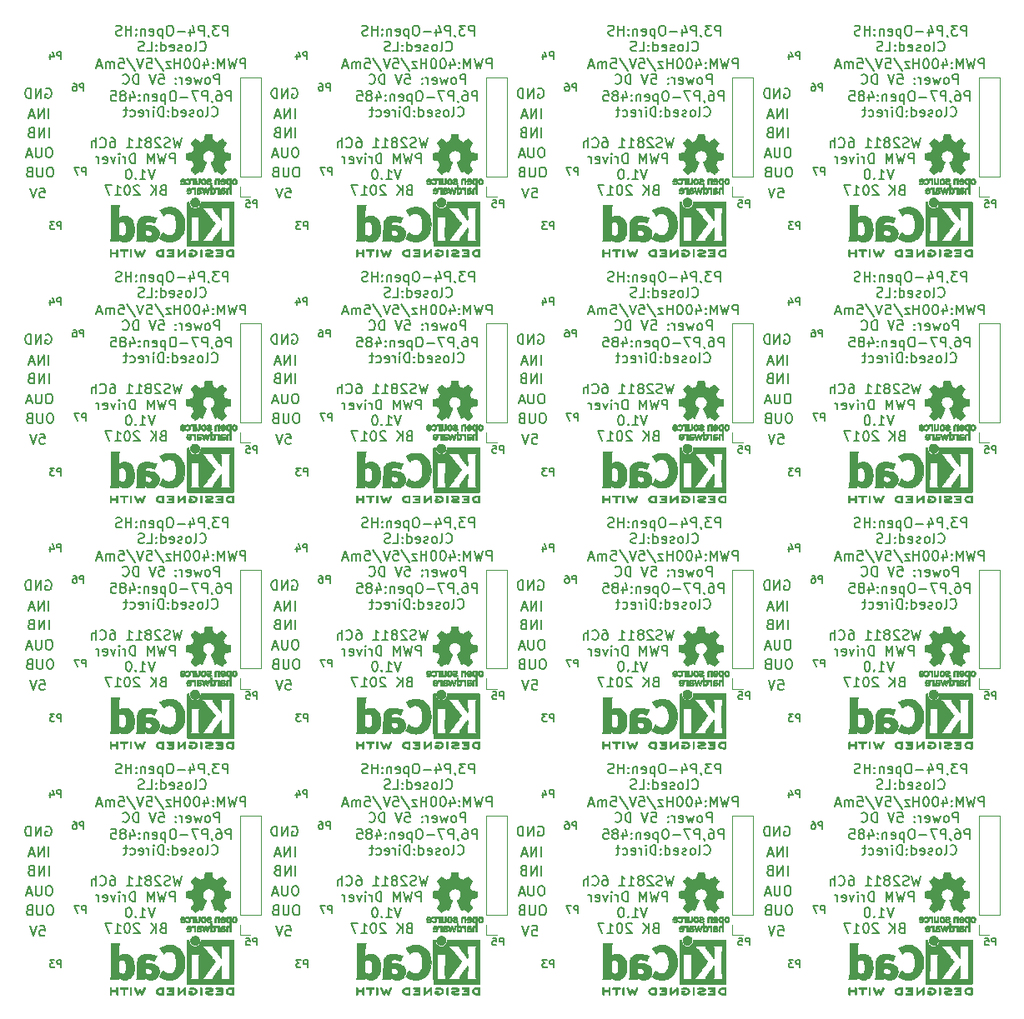
<source format=gbo>
G04 #@! TF.FileFunction,Legend,Bot*
%FSLAX46Y46*%
G04 Gerber Fmt 4.6, Leading zero omitted, Abs format (unit mm)*
G04 Created by KiCad (PCBNEW 4.0.2-stable) date 11/9/2017 2:08:56 PM*
%MOMM*%
G01*
G04 APERTURE LIST*
%ADD10C,0.100000*%
%ADD11C,0.200000*%
%ADD12C,0.150000*%
%ADD13C,0.010000*%
%ADD14C,0.120000*%
G04 APERTURE END LIST*
D10*
D11*
X196109666Y-126836581D02*
X196109666Y-125836581D01*
X195728713Y-125836581D01*
X195633475Y-125884200D01*
X195585856Y-125931819D01*
X195538237Y-126027057D01*
X195538237Y-126169914D01*
X195585856Y-126265152D01*
X195633475Y-126312771D01*
X195728713Y-126360390D01*
X196109666Y-126360390D01*
X195204904Y-125836581D02*
X194585856Y-125836581D01*
X194919190Y-126217533D01*
X194776332Y-126217533D01*
X194681094Y-126265152D01*
X194633475Y-126312771D01*
X194585856Y-126408010D01*
X194585856Y-126646105D01*
X194633475Y-126741343D01*
X194681094Y-126788962D01*
X194776332Y-126836581D01*
X195062047Y-126836581D01*
X195157285Y-126788962D01*
X195204904Y-126741343D01*
X194109666Y-126788962D02*
X194109666Y-126836581D01*
X194157285Y-126931819D01*
X194204904Y-126979438D01*
X193681095Y-126836581D02*
X193681095Y-125836581D01*
X193300142Y-125836581D01*
X193204904Y-125884200D01*
X193157285Y-125931819D01*
X193109666Y-126027057D01*
X193109666Y-126169914D01*
X193157285Y-126265152D01*
X193204904Y-126312771D01*
X193300142Y-126360390D01*
X193681095Y-126360390D01*
X192252523Y-126169914D02*
X192252523Y-126836581D01*
X192490619Y-125788962D02*
X192728714Y-126503248D01*
X192109666Y-126503248D01*
X191728714Y-126455629D02*
X190966809Y-126455629D01*
X190300143Y-125836581D02*
X190109666Y-125836581D01*
X190014428Y-125884200D01*
X189919190Y-125979438D01*
X189871571Y-126169914D01*
X189871571Y-126503248D01*
X189919190Y-126693724D01*
X190014428Y-126788962D01*
X190109666Y-126836581D01*
X190300143Y-126836581D01*
X190395381Y-126788962D01*
X190490619Y-126693724D01*
X190538238Y-126503248D01*
X190538238Y-126169914D01*
X190490619Y-125979438D01*
X190395381Y-125884200D01*
X190300143Y-125836581D01*
X189443000Y-126169914D02*
X189443000Y-127169914D01*
X189443000Y-126217533D02*
X189347762Y-126169914D01*
X189157285Y-126169914D01*
X189062047Y-126217533D01*
X189014428Y-126265152D01*
X188966809Y-126360390D01*
X188966809Y-126646105D01*
X189014428Y-126741343D01*
X189062047Y-126788962D01*
X189157285Y-126836581D01*
X189347762Y-126836581D01*
X189443000Y-126788962D01*
X188157285Y-126788962D02*
X188252523Y-126836581D01*
X188443000Y-126836581D01*
X188538238Y-126788962D01*
X188585857Y-126693724D01*
X188585857Y-126312771D01*
X188538238Y-126217533D01*
X188443000Y-126169914D01*
X188252523Y-126169914D01*
X188157285Y-126217533D01*
X188109666Y-126312771D01*
X188109666Y-126408010D01*
X188585857Y-126503248D01*
X187681095Y-126169914D02*
X187681095Y-126836581D01*
X187681095Y-126265152D02*
X187633476Y-126217533D01*
X187538238Y-126169914D01*
X187395380Y-126169914D01*
X187300142Y-126217533D01*
X187252523Y-126312771D01*
X187252523Y-126836581D01*
X186776333Y-126741343D02*
X186728714Y-126788962D01*
X186776333Y-126836581D01*
X186823952Y-126788962D01*
X186776333Y-126741343D01*
X186776333Y-126836581D01*
X186776333Y-126217533D02*
X186728714Y-126265152D01*
X186776333Y-126312771D01*
X186823952Y-126265152D01*
X186776333Y-126217533D01*
X186776333Y-126312771D01*
X186300143Y-126836581D02*
X186300143Y-125836581D01*
X186300143Y-126312771D02*
X185728714Y-126312771D01*
X185728714Y-126836581D02*
X185728714Y-125836581D01*
X185300143Y-126788962D02*
X185157286Y-126836581D01*
X184919190Y-126836581D01*
X184823952Y-126788962D01*
X184776333Y-126741343D01*
X184728714Y-126646105D01*
X184728714Y-126550867D01*
X184776333Y-126455629D01*
X184823952Y-126408010D01*
X184919190Y-126360390D01*
X185109667Y-126312771D01*
X185204905Y-126265152D01*
X185252524Y-126217533D01*
X185300143Y-126122295D01*
X185300143Y-126027057D01*
X185252524Y-125931819D01*
X185204905Y-125884200D01*
X185109667Y-125836581D01*
X184871571Y-125836581D01*
X184728714Y-125884200D01*
X193252524Y-128341343D02*
X193300143Y-128388962D01*
X193443000Y-128436581D01*
X193538238Y-128436581D01*
X193681096Y-128388962D01*
X193776334Y-128293724D01*
X193823953Y-128198486D01*
X193871572Y-128008010D01*
X193871572Y-127865152D01*
X193823953Y-127674676D01*
X193776334Y-127579438D01*
X193681096Y-127484200D01*
X193538238Y-127436581D01*
X193443000Y-127436581D01*
X193300143Y-127484200D01*
X193252524Y-127531819D01*
X192681096Y-128436581D02*
X192776334Y-128388962D01*
X192823953Y-128293724D01*
X192823953Y-127436581D01*
X192157286Y-128436581D02*
X192252524Y-128388962D01*
X192300143Y-128341343D01*
X192347762Y-128246105D01*
X192347762Y-127960390D01*
X192300143Y-127865152D01*
X192252524Y-127817533D01*
X192157286Y-127769914D01*
X192014428Y-127769914D01*
X191919190Y-127817533D01*
X191871571Y-127865152D01*
X191823952Y-127960390D01*
X191823952Y-128246105D01*
X191871571Y-128341343D01*
X191919190Y-128388962D01*
X192014428Y-128436581D01*
X192157286Y-128436581D01*
X191443000Y-128388962D02*
X191347762Y-128436581D01*
X191157286Y-128436581D01*
X191062047Y-128388962D01*
X191014428Y-128293724D01*
X191014428Y-128246105D01*
X191062047Y-128150867D01*
X191157286Y-128103248D01*
X191300143Y-128103248D01*
X191395381Y-128055629D01*
X191443000Y-127960390D01*
X191443000Y-127912771D01*
X191395381Y-127817533D01*
X191300143Y-127769914D01*
X191157286Y-127769914D01*
X191062047Y-127817533D01*
X190204904Y-128388962D02*
X190300142Y-128436581D01*
X190490619Y-128436581D01*
X190585857Y-128388962D01*
X190633476Y-128293724D01*
X190633476Y-127912771D01*
X190585857Y-127817533D01*
X190490619Y-127769914D01*
X190300142Y-127769914D01*
X190204904Y-127817533D01*
X190157285Y-127912771D01*
X190157285Y-128008010D01*
X190633476Y-128103248D01*
X189300142Y-128436581D02*
X189300142Y-127436581D01*
X189300142Y-128388962D02*
X189395380Y-128436581D01*
X189585857Y-128436581D01*
X189681095Y-128388962D01*
X189728714Y-128341343D01*
X189776333Y-128246105D01*
X189776333Y-127960390D01*
X189728714Y-127865152D01*
X189681095Y-127817533D01*
X189585857Y-127769914D01*
X189395380Y-127769914D01*
X189300142Y-127817533D01*
X188823952Y-128341343D02*
X188776333Y-128388962D01*
X188823952Y-128436581D01*
X188871571Y-128388962D01*
X188823952Y-128341343D01*
X188823952Y-128436581D01*
X188823952Y-127817533D02*
X188776333Y-127865152D01*
X188823952Y-127912771D01*
X188871571Y-127865152D01*
X188823952Y-127817533D01*
X188823952Y-127912771D01*
X187871571Y-128436581D02*
X188347762Y-128436581D01*
X188347762Y-127436581D01*
X187585857Y-128388962D02*
X187443000Y-128436581D01*
X187204904Y-128436581D01*
X187109666Y-128388962D01*
X187062047Y-128341343D01*
X187014428Y-128246105D01*
X187014428Y-128150867D01*
X187062047Y-128055629D01*
X187109666Y-128008010D01*
X187204904Y-127960390D01*
X187395381Y-127912771D01*
X187490619Y-127865152D01*
X187538238Y-127817533D01*
X187585857Y-127722295D01*
X187585857Y-127627057D01*
X187538238Y-127531819D01*
X187490619Y-127484200D01*
X187395381Y-127436581D01*
X187157285Y-127436581D01*
X187014428Y-127484200D01*
X196436638Y-133491381D02*
X196436638Y-132491381D01*
X196055685Y-132491381D01*
X195960447Y-132539000D01*
X195912828Y-132586619D01*
X195865209Y-132681857D01*
X195865209Y-132824714D01*
X195912828Y-132919952D01*
X195960447Y-132967571D01*
X196055685Y-133015190D01*
X196436638Y-133015190D01*
X195008066Y-132491381D02*
X195198543Y-132491381D01*
X195293781Y-132539000D01*
X195341400Y-132586619D01*
X195436638Y-132729476D01*
X195484257Y-132919952D01*
X195484257Y-133300905D01*
X195436638Y-133396143D01*
X195389019Y-133443762D01*
X195293781Y-133491381D01*
X195103304Y-133491381D01*
X195008066Y-133443762D01*
X194960447Y-133396143D01*
X194912828Y-133300905D01*
X194912828Y-133062810D01*
X194960447Y-132967571D01*
X195008066Y-132919952D01*
X195103304Y-132872333D01*
X195293781Y-132872333D01*
X195389019Y-132919952D01*
X195436638Y-132967571D01*
X195484257Y-133062810D01*
X194436638Y-133443762D02*
X194436638Y-133491381D01*
X194484257Y-133586619D01*
X194531876Y-133634238D01*
X194008067Y-133491381D02*
X194008067Y-132491381D01*
X193627114Y-132491381D01*
X193531876Y-132539000D01*
X193484257Y-132586619D01*
X193436638Y-132681857D01*
X193436638Y-132824714D01*
X193484257Y-132919952D01*
X193531876Y-132967571D01*
X193627114Y-133015190D01*
X194008067Y-133015190D01*
X193103305Y-132491381D02*
X192436638Y-132491381D01*
X192865210Y-133491381D01*
X192055686Y-133110429D02*
X191293781Y-133110429D01*
X190627115Y-132491381D02*
X190436638Y-132491381D01*
X190341400Y-132539000D01*
X190246162Y-132634238D01*
X190198543Y-132824714D01*
X190198543Y-133158048D01*
X190246162Y-133348524D01*
X190341400Y-133443762D01*
X190436638Y-133491381D01*
X190627115Y-133491381D01*
X190722353Y-133443762D01*
X190817591Y-133348524D01*
X190865210Y-133158048D01*
X190865210Y-132824714D01*
X190817591Y-132634238D01*
X190722353Y-132539000D01*
X190627115Y-132491381D01*
X189769972Y-132824714D02*
X189769972Y-133824714D01*
X189769972Y-132872333D02*
X189674734Y-132824714D01*
X189484257Y-132824714D01*
X189389019Y-132872333D01*
X189341400Y-132919952D01*
X189293781Y-133015190D01*
X189293781Y-133300905D01*
X189341400Y-133396143D01*
X189389019Y-133443762D01*
X189484257Y-133491381D01*
X189674734Y-133491381D01*
X189769972Y-133443762D01*
X188484257Y-133443762D02*
X188579495Y-133491381D01*
X188769972Y-133491381D01*
X188865210Y-133443762D01*
X188912829Y-133348524D01*
X188912829Y-132967571D01*
X188865210Y-132872333D01*
X188769972Y-132824714D01*
X188579495Y-132824714D01*
X188484257Y-132872333D01*
X188436638Y-132967571D01*
X188436638Y-133062810D01*
X188912829Y-133158048D01*
X188008067Y-132824714D02*
X188008067Y-133491381D01*
X188008067Y-132919952D02*
X187960448Y-132872333D01*
X187865210Y-132824714D01*
X187722352Y-132824714D01*
X187627114Y-132872333D01*
X187579495Y-132967571D01*
X187579495Y-133491381D01*
X187103305Y-133396143D02*
X187055686Y-133443762D01*
X187103305Y-133491381D01*
X187150924Y-133443762D01*
X187103305Y-133396143D01*
X187103305Y-133491381D01*
X187103305Y-132872333D02*
X187055686Y-132919952D01*
X187103305Y-132967571D01*
X187150924Y-132919952D01*
X187103305Y-132872333D01*
X187103305Y-132967571D01*
X186198543Y-132824714D02*
X186198543Y-133491381D01*
X186436639Y-132443762D02*
X186674734Y-133158048D01*
X186055686Y-133158048D01*
X185531877Y-132919952D02*
X185627115Y-132872333D01*
X185674734Y-132824714D01*
X185722353Y-132729476D01*
X185722353Y-132681857D01*
X185674734Y-132586619D01*
X185627115Y-132539000D01*
X185531877Y-132491381D01*
X185341400Y-132491381D01*
X185246162Y-132539000D01*
X185198543Y-132586619D01*
X185150924Y-132681857D01*
X185150924Y-132729476D01*
X185198543Y-132824714D01*
X185246162Y-132872333D01*
X185341400Y-132919952D01*
X185531877Y-132919952D01*
X185627115Y-132967571D01*
X185674734Y-133015190D01*
X185722353Y-133110429D01*
X185722353Y-133300905D01*
X185674734Y-133396143D01*
X185627115Y-133443762D01*
X185531877Y-133491381D01*
X185341400Y-133491381D01*
X185246162Y-133443762D01*
X185198543Y-133396143D01*
X185150924Y-133300905D01*
X185150924Y-133110429D01*
X185198543Y-133015190D01*
X185246162Y-132967571D01*
X185341400Y-132919952D01*
X184246162Y-132491381D02*
X184722353Y-132491381D01*
X184769972Y-132967571D01*
X184722353Y-132919952D01*
X184627115Y-132872333D01*
X184389019Y-132872333D01*
X184293781Y-132919952D01*
X184246162Y-132967571D01*
X184198543Y-133062810D01*
X184198543Y-133300905D01*
X184246162Y-133396143D01*
X184293781Y-133443762D01*
X184389019Y-133491381D01*
X184627115Y-133491381D01*
X184722353Y-133443762D01*
X184769972Y-133396143D01*
X194460448Y-134996143D02*
X194508067Y-135043762D01*
X194650924Y-135091381D01*
X194746162Y-135091381D01*
X194889020Y-135043762D01*
X194984258Y-134948524D01*
X195031877Y-134853286D01*
X195079496Y-134662810D01*
X195079496Y-134519952D01*
X195031877Y-134329476D01*
X194984258Y-134234238D01*
X194889020Y-134139000D01*
X194746162Y-134091381D01*
X194650924Y-134091381D01*
X194508067Y-134139000D01*
X194460448Y-134186619D01*
X193889020Y-135091381D02*
X193984258Y-135043762D01*
X194031877Y-134948524D01*
X194031877Y-134091381D01*
X193365210Y-135091381D02*
X193460448Y-135043762D01*
X193508067Y-134996143D01*
X193555686Y-134900905D01*
X193555686Y-134615190D01*
X193508067Y-134519952D01*
X193460448Y-134472333D01*
X193365210Y-134424714D01*
X193222352Y-134424714D01*
X193127114Y-134472333D01*
X193079495Y-134519952D01*
X193031876Y-134615190D01*
X193031876Y-134900905D01*
X193079495Y-134996143D01*
X193127114Y-135043762D01*
X193222352Y-135091381D01*
X193365210Y-135091381D01*
X192650924Y-135043762D02*
X192555686Y-135091381D01*
X192365210Y-135091381D01*
X192269971Y-135043762D01*
X192222352Y-134948524D01*
X192222352Y-134900905D01*
X192269971Y-134805667D01*
X192365210Y-134758048D01*
X192508067Y-134758048D01*
X192603305Y-134710429D01*
X192650924Y-134615190D01*
X192650924Y-134567571D01*
X192603305Y-134472333D01*
X192508067Y-134424714D01*
X192365210Y-134424714D01*
X192269971Y-134472333D01*
X191412828Y-135043762D02*
X191508066Y-135091381D01*
X191698543Y-135091381D01*
X191793781Y-135043762D01*
X191841400Y-134948524D01*
X191841400Y-134567571D01*
X191793781Y-134472333D01*
X191698543Y-134424714D01*
X191508066Y-134424714D01*
X191412828Y-134472333D01*
X191365209Y-134567571D01*
X191365209Y-134662810D01*
X191841400Y-134758048D01*
X190508066Y-135091381D02*
X190508066Y-134091381D01*
X190508066Y-135043762D02*
X190603304Y-135091381D01*
X190793781Y-135091381D01*
X190889019Y-135043762D01*
X190936638Y-134996143D01*
X190984257Y-134900905D01*
X190984257Y-134615190D01*
X190936638Y-134519952D01*
X190889019Y-134472333D01*
X190793781Y-134424714D01*
X190603304Y-134424714D01*
X190508066Y-134472333D01*
X190031876Y-134996143D02*
X189984257Y-135043762D01*
X190031876Y-135091381D01*
X190079495Y-135043762D01*
X190031876Y-134996143D01*
X190031876Y-135091381D01*
X190031876Y-134472333D02*
X189984257Y-134519952D01*
X190031876Y-134567571D01*
X190079495Y-134519952D01*
X190031876Y-134472333D01*
X190031876Y-134567571D01*
X189555686Y-135091381D02*
X189555686Y-134091381D01*
X189317591Y-134091381D01*
X189174733Y-134139000D01*
X189079495Y-134234238D01*
X189031876Y-134329476D01*
X188984257Y-134519952D01*
X188984257Y-134662810D01*
X189031876Y-134853286D01*
X189079495Y-134948524D01*
X189174733Y-135043762D01*
X189317591Y-135091381D01*
X189555686Y-135091381D01*
X188555686Y-135091381D02*
X188555686Y-134424714D01*
X188555686Y-134091381D02*
X188603305Y-134139000D01*
X188555686Y-134186619D01*
X188508067Y-134139000D01*
X188555686Y-134091381D01*
X188555686Y-134186619D01*
X188079496Y-135091381D02*
X188079496Y-134424714D01*
X188079496Y-134615190D02*
X188031877Y-134519952D01*
X187984258Y-134472333D01*
X187889020Y-134424714D01*
X187793781Y-134424714D01*
X187079495Y-135043762D02*
X187174733Y-135091381D01*
X187365210Y-135091381D01*
X187460448Y-135043762D01*
X187508067Y-134948524D01*
X187508067Y-134567571D01*
X187460448Y-134472333D01*
X187365210Y-134424714D01*
X187174733Y-134424714D01*
X187079495Y-134472333D01*
X187031876Y-134567571D01*
X187031876Y-134662810D01*
X187508067Y-134758048D01*
X186174733Y-135043762D02*
X186269971Y-135091381D01*
X186460448Y-135091381D01*
X186555686Y-135043762D01*
X186603305Y-134996143D01*
X186650924Y-134900905D01*
X186650924Y-134615190D01*
X186603305Y-134519952D01*
X186555686Y-134472333D01*
X186460448Y-134424714D01*
X186269971Y-134424714D01*
X186174733Y-134472333D01*
X185889019Y-134424714D02*
X185508067Y-134424714D01*
X185746162Y-134091381D02*
X185746162Y-134948524D01*
X185698543Y-135043762D01*
X185603305Y-135091381D01*
X185508067Y-135091381D01*
X197890609Y-130189381D02*
X197890609Y-129189381D01*
X197509656Y-129189381D01*
X197414418Y-129237000D01*
X197366799Y-129284619D01*
X197319180Y-129379857D01*
X197319180Y-129522714D01*
X197366799Y-129617952D01*
X197414418Y-129665571D01*
X197509656Y-129713190D01*
X197890609Y-129713190D01*
X196985847Y-129189381D02*
X196747752Y-130189381D01*
X196557275Y-129475095D01*
X196366799Y-130189381D01*
X196128704Y-129189381D01*
X195747752Y-130189381D02*
X195747752Y-129189381D01*
X195414418Y-129903667D01*
X195081085Y-129189381D01*
X195081085Y-130189381D01*
X194604895Y-130094143D02*
X194557276Y-130141762D01*
X194604895Y-130189381D01*
X194652514Y-130141762D01*
X194604895Y-130094143D01*
X194604895Y-130189381D01*
X194604895Y-129570333D02*
X194557276Y-129617952D01*
X194604895Y-129665571D01*
X194652514Y-129617952D01*
X194604895Y-129570333D01*
X194604895Y-129665571D01*
X193700133Y-129522714D02*
X193700133Y-130189381D01*
X193938229Y-129141762D02*
X194176324Y-129856048D01*
X193557276Y-129856048D01*
X192985848Y-129189381D02*
X192890609Y-129189381D01*
X192795371Y-129237000D01*
X192747752Y-129284619D01*
X192700133Y-129379857D01*
X192652514Y-129570333D01*
X192652514Y-129808429D01*
X192700133Y-129998905D01*
X192747752Y-130094143D01*
X192795371Y-130141762D01*
X192890609Y-130189381D01*
X192985848Y-130189381D01*
X193081086Y-130141762D01*
X193128705Y-130094143D01*
X193176324Y-129998905D01*
X193223943Y-129808429D01*
X193223943Y-129570333D01*
X193176324Y-129379857D01*
X193128705Y-129284619D01*
X193081086Y-129237000D01*
X192985848Y-129189381D01*
X192033467Y-129189381D02*
X191938228Y-129189381D01*
X191842990Y-129237000D01*
X191795371Y-129284619D01*
X191747752Y-129379857D01*
X191700133Y-129570333D01*
X191700133Y-129808429D01*
X191747752Y-129998905D01*
X191795371Y-130094143D01*
X191842990Y-130141762D01*
X191938228Y-130189381D01*
X192033467Y-130189381D01*
X192128705Y-130141762D01*
X192176324Y-130094143D01*
X192223943Y-129998905D01*
X192271562Y-129808429D01*
X192271562Y-129570333D01*
X192223943Y-129379857D01*
X192176324Y-129284619D01*
X192128705Y-129237000D01*
X192033467Y-129189381D01*
X191271562Y-130189381D02*
X191271562Y-129189381D01*
X191271562Y-129665571D02*
X190700133Y-129665571D01*
X190700133Y-130189381D02*
X190700133Y-129189381D01*
X190319181Y-129522714D02*
X189795371Y-129522714D01*
X190319181Y-130189381D01*
X189795371Y-130189381D01*
X188700133Y-129141762D02*
X189557276Y-130427476D01*
X187890609Y-129189381D02*
X188366800Y-129189381D01*
X188414419Y-129665571D01*
X188366800Y-129617952D01*
X188271562Y-129570333D01*
X188033466Y-129570333D01*
X187938228Y-129617952D01*
X187890609Y-129665571D01*
X187842990Y-129760810D01*
X187842990Y-129998905D01*
X187890609Y-130094143D01*
X187938228Y-130141762D01*
X188033466Y-130189381D01*
X188271562Y-130189381D01*
X188366800Y-130141762D01*
X188414419Y-130094143D01*
X187557276Y-129189381D02*
X187223943Y-130189381D01*
X186890609Y-129189381D01*
X185842990Y-129141762D02*
X186700133Y-130427476D01*
X185033466Y-129189381D02*
X185509657Y-129189381D01*
X185557276Y-129665571D01*
X185509657Y-129617952D01*
X185414419Y-129570333D01*
X185176323Y-129570333D01*
X185081085Y-129617952D01*
X185033466Y-129665571D01*
X184985847Y-129760810D01*
X184985847Y-129998905D01*
X185033466Y-130094143D01*
X185081085Y-130141762D01*
X185176323Y-130189381D01*
X185414419Y-130189381D01*
X185509657Y-130141762D01*
X185557276Y-130094143D01*
X184557276Y-130189381D02*
X184557276Y-129522714D01*
X184557276Y-129617952D02*
X184509657Y-129570333D01*
X184414419Y-129522714D01*
X184271561Y-129522714D01*
X184176323Y-129570333D01*
X184128704Y-129665571D01*
X184128704Y-130189381D01*
X184128704Y-129665571D02*
X184081085Y-129570333D01*
X183985847Y-129522714D01*
X183842990Y-129522714D01*
X183747752Y-129570333D01*
X183700133Y-129665571D01*
X183700133Y-130189381D01*
X183271562Y-129903667D02*
X182795371Y-129903667D01*
X183366800Y-130189381D02*
X183033467Y-129189381D01*
X182700133Y-130189381D01*
X195247753Y-131789381D02*
X195247753Y-130789381D01*
X194866800Y-130789381D01*
X194771562Y-130837000D01*
X194723943Y-130884619D01*
X194676324Y-130979857D01*
X194676324Y-131122714D01*
X194723943Y-131217952D01*
X194771562Y-131265571D01*
X194866800Y-131313190D01*
X195247753Y-131313190D01*
X194104896Y-131789381D02*
X194200134Y-131741762D01*
X194247753Y-131694143D01*
X194295372Y-131598905D01*
X194295372Y-131313190D01*
X194247753Y-131217952D01*
X194200134Y-131170333D01*
X194104896Y-131122714D01*
X193962038Y-131122714D01*
X193866800Y-131170333D01*
X193819181Y-131217952D01*
X193771562Y-131313190D01*
X193771562Y-131598905D01*
X193819181Y-131694143D01*
X193866800Y-131741762D01*
X193962038Y-131789381D01*
X194104896Y-131789381D01*
X193438229Y-131122714D02*
X193247753Y-131789381D01*
X193057276Y-131313190D01*
X192866800Y-131789381D01*
X192676324Y-131122714D01*
X191914419Y-131741762D02*
X192009657Y-131789381D01*
X192200134Y-131789381D01*
X192295372Y-131741762D01*
X192342991Y-131646524D01*
X192342991Y-131265571D01*
X192295372Y-131170333D01*
X192200134Y-131122714D01*
X192009657Y-131122714D01*
X191914419Y-131170333D01*
X191866800Y-131265571D01*
X191866800Y-131360810D01*
X192342991Y-131456048D01*
X191438229Y-131789381D02*
X191438229Y-131122714D01*
X191438229Y-131313190D02*
X191390610Y-131217952D01*
X191342991Y-131170333D01*
X191247753Y-131122714D01*
X191152514Y-131122714D01*
X190819181Y-131694143D02*
X190771562Y-131741762D01*
X190819181Y-131789381D01*
X190866800Y-131741762D01*
X190819181Y-131694143D01*
X190819181Y-131789381D01*
X190819181Y-131170333D02*
X190771562Y-131217952D01*
X190819181Y-131265571D01*
X190866800Y-131217952D01*
X190819181Y-131170333D01*
X190819181Y-131265571D01*
X189104895Y-130789381D02*
X189581086Y-130789381D01*
X189628705Y-131265571D01*
X189581086Y-131217952D01*
X189485848Y-131170333D01*
X189247752Y-131170333D01*
X189152514Y-131217952D01*
X189104895Y-131265571D01*
X189057276Y-131360810D01*
X189057276Y-131598905D01*
X189104895Y-131694143D01*
X189152514Y-131741762D01*
X189247752Y-131789381D01*
X189485848Y-131789381D01*
X189581086Y-131741762D01*
X189628705Y-131694143D01*
X188771562Y-130789381D02*
X188438229Y-131789381D01*
X188104895Y-130789381D01*
X187009657Y-131789381D02*
X187009657Y-130789381D01*
X186771562Y-130789381D01*
X186628704Y-130837000D01*
X186533466Y-130932238D01*
X186485847Y-131027476D01*
X186438228Y-131217952D01*
X186438228Y-131360810D01*
X186485847Y-131551286D01*
X186533466Y-131646524D01*
X186628704Y-131741762D01*
X186771562Y-131789381D01*
X187009657Y-131789381D01*
X185438228Y-131694143D02*
X185485847Y-131741762D01*
X185628704Y-131789381D01*
X185723942Y-131789381D01*
X185866800Y-131741762D01*
X185962038Y-131646524D01*
X186009657Y-131551286D01*
X186057276Y-131360810D01*
X186057276Y-131217952D01*
X186009657Y-131027476D01*
X185962038Y-130932238D01*
X185866800Y-130837000D01*
X185723942Y-130789381D01*
X185628704Y-130789381D01*
X185485847Y-130837000D01*
X185438228Y-130884619D01*
X191404448Y-137241381D02*
X191166353Y-138241381D01*
X190975876Y-137527095D01*
X190785400Y-138241381D01*
X190547305Y-137241381D01*
X190213972Y-138193762D02*
X190071115Y-138241381D01*
X189833019Y-138241381D01*
X189737781Y-138193762D01*
X189690162Y-138146143D01*
X189642543Y-138050905D01*
X189642543Y-137955667D01*
X189690162Y-137860429D01*
X189737781Y-137812810D01*
X189833019Y-137765190D01*
X190023496Y-137717571D01*
X190118734Y-137669952D01*
X190166353Y-137622333D01*
X190213972Y-137527095D01*
X190213972Y-137431857D01*
X190166353Y-137336619D01*
X190118734Y-137289000D01*
X190023496Y-137241381D01*
X189785400Y-137241381D01*
X189642543Y-137289000D01*
X189261591Y-137336619D02*
X189213972Y-137289000D01*
X189118734Y-137241381D01*
X188880638Y-137241381D01*
X188785400Y-137289000D01*
X188737781Y-137336619D01*
X188690162Y-137431857D01*
X188690162Y-137527095D01*
X188737781Y-137669952D01*
X189309210Y-138241381D01*
X188690162Y-138241381D01*
X188118734Y-137669952D02*
X188213972Y-137622333D01*
X188261591Y-137574714D01*
X188309210Y-137479476D01*
X188309210Y-137431857D01*
X188261591Y-137336619D01*
X188213972Y-137289000D01*
X188118734Y-137241381D01*
X187928257Y-137241381D01*
X187833019Y-137289000D01*
X187785400Y-137336619D01*
X187737781Y-137431857D01*
X187737781Y-137479476D01*
X187785400Y-137574714D01*
X187833019Y-137622333D01*
X187928257Y-137669952D01*
X188118734Y-137669952D01*
X188213972Y-137717571D01*
X188261591Y-137765190D01*
X188309210Y-137860429D01*
X188309210Y-138050905D01*
X188261591Y-138146143D01*
X188213972Y-138193762D01*
X188118734Y-138241381D01*
X187928257Y-138241381D01*
X187833019Y-138193762D01*
X187785400Y-138146143D01*
X187737781Y-138050905D01*
X187737781Y-137860429D01*
X187785400Y-137765190D01*
X187833019Y-137717571D01*
X187928257Y-137669952D01*
X186785400Y-138241381D02*
X187356829Y-138241381D01*
X187071115Y-138241381D02*
X187071115Y-137241381D01*
X187166353Y-137384238D01*
X187261591Y-137479476D01*
X187356829Y-137527095D01*
X185833019Y-138241381D02*
X186404448Y-138241381D01*
X186118734Y-138241381D02*
X186118734Y-137241381D01*
X186213972Y-137384238D01*
X186309210Y-137479476D01*
X186404448Y-137527095D01*
X184213971Y-137241381D02*
X184404448Y-137241381D01*
X184499686Y-137289000D01*
X184547305Y-137336619D01*
X184642543Y-137479476D01*
X184690162Y-137669952D01*
X184690162Y-138050905D01*
X184642543Y-138146143D01*
X184594924Y-138193762D01*
X184499686Y-138241381D01*
X184309209Y-138241381D01*
X184213971Y-138193762D01*
X184166352Y-138146143D01*
X184118733Y-138050905D01*
X184118733Y-137812810D01*
X184166352Y-137717571D01*
X184213971Y-137669952D01*
X184309209Y-137622333D01*
X184499686Y-137622333D01*
X184594924Y-137669952D01*
X184642543Y-137717571D01*
X184690162Y-137812810D01*
X183118733Y-138146143D02*
X183166352Y-138193762D01*
X183309209Y-138241381D01*
X183404447Y-138241381D01*
X183547305Y-138193762D01*
X183642543Y-138098524D01*
X183690162Y-138003286D01*
X183737781Y-137812810D01*
X183737781Y-137669952D01*
X183690162Y-137479476D01*
X183642543Y-137384238D01*
X183547305Y-137289000D01*
X183404447Y-137241381D01*
X183309209Y-137241381D01*
X183166352Y-137289000D01*
X183118733Y-137336619D01*
X182690162Y-138241381D02*
X182690162Y-137241381D01*
X182261590Y-138241381D02*
X182261590Y-137717571D01*
X182309209Y-137622333D01*
X182404447Y-137574714D01*
X182547305Y-137574714D01*
X182642543Y-137622333D01*
X182690162Y-137669952D01*
X190737781Y-139841381D02*
X190737781Y-138841381D01*
X190356828Y-138841381D01*
X190261590Y-138889000D01*
X190213971Y-138936619D01*
X190166352Y-139031857D01*
X190166352Y-139174714D01*
X190213971Y-139269952D01*
X190261590Y-139317571D01*
X190356828Y-139365190D01*
X190737781Y-139365190D01*
X189833019Y-138841381D02*
X189594924Y-139841381D01*
X189404447Y-139127095D01*
X189213971Y-139841381D01*
X188975876Y-138841381D01*
X188594924Y-139841381D02*
X188594924Y-138841381D01*
X188261590Y-139555667D01*
X187928257Y-138841381D01*
X187928257Y-139841381D01*
X186690162Y-139841381D02*
X186690162Y-138841381D01*
X186452067Y-138841381D01*
X186309209Y-138889000D01*
X186213971Y-138984238D01*
X186166352Y-139079476D01*
X186118733Y-139269952D01*
X186118733Y-139412810D01*
X186166352Y-139603286D01*
X186213971Y-139698524D01*
X186309209Y-139793762D01*
X186452067Y-139841381D01*
X186690162Y-139841381D01*
X185690162Y-139841381D02*
X185690162Y-139174714D01*
X185690162Y-139365190D02*
X185642543Y-139269952D01*
X185594924Y-139222333D01*
X185499686Y-139174714D01*
X185404447Y-139174714D01*
X185071114Y-139841381D02*
X185071114Y-139174714D01*
X185071114Y-138841381D02*
X185118733Y-138889000D01*
X185071114Y-138936619D01*
X185023495Y-138889000D01*
X185071114Y-138841381D01*
X185071114Y-138936619D01*
X184690162Y-139174714D02*
X184452067Y-139841381D01*
X184213971Y-139174714D01*
X183452066Y-139793762D02*
X183547304Y-139841381D01*
X183737781Y-139841381D01*
X183833019Y-139793762D01*
X183880638Y-139698524D01*
X183880638Y-139317571D01*
X183833019Y-139222333D01*
X183737781Y-139174714D01*
X183547304Y-139174714D01*
X183452066Y-139222333D01*
X183404447Y-139317571D01*
X183404447Y-139412810D01*
X183880638Y-139508048D01*
X182975876Y-139841381D02*
X182975876Y-139174714D01*
X182975876Y-139365190D02*
X182928257Y-139269952D01*
X182880638Y-139222333D01*
X182785400Y-139174714D01*
X182690161Y-139174714D01*
X188690162Y-140441381D02*
X188356829Y-141441381D01*
X188023495Y-140441381D01*
X187166352Y-141441381D02*
X187737781Y-141441381D01*
X187452067Y-141441381D02*
X187452067Y-140441381D01*
X187547305Y-140584238D01*
X187642543Y-140679476D01*
X187737781Y-140727095D01*
X186737781Y-141346143D02*
X186690162Y-141393762D01*
X186737781Y-141441381D01*
X186785400Y-141393762D01*
X186737781Y-141346143D01*
X186737781Y-141441381D01*
X186071115Y-140441381D02*
X185975876Y-140441381D01*
X185880638Y-140489000D01*
X185833019Y-140536619D01*
X185785400Y-140631857D01*
X185737781Y-140822333D01*
X185737781Y-141060429D01*
X185785400Y-141250905D01*
X185833019Y-141346143D01*
X185880638Y-141393762D01*
X185975876Y-141441381D01*
X186071115Y-141441381D01*
X186166353Y-141393762D01*
X186213972Y-141346143D01*
X186261591Y-141250905D01*
X186309210Y-141060429D01*
X186309210Y-140822333D01*
X186261591Y-140631857D01*
X186213972Y-140536619D01*
X186166353Y-140489000D01*
X186071115Y-140441381D01*
X189499685Y-142517571D02*
X189356828Y-142565190D01*
X189309209Y-142612810D01*
X189261590Y-142708048D01*
X189261590Y-142850905D01*
X189309209Y-142946143D01*
X189356828Y-142993762D01*
X189452066Y-143041381D01*
X189833019Y-143041381D01*
X189833019Y-142041381D01*
X189499685Y-142041381D01*
X189404447Y-142089000D01*
X189356828Y-142136619D01*
X189309209Y-142231857D01*
X189309209Y-142327095D01*
X189356828Y-142422333D01*
X189404447Y-142469952D01*
X189499685Y-142517571D01*
X189833019Y-142517571D01*
X188833019Y-143041381D02*
X188833019Y-142041381D01*
X188261590Y-143041381D02*
X188690162Y-142469952D01*
X188261590Y-142041381D02*
X188833019Y-142612810D01*
X187118733Y-142136619D02*
X187071114Y-142089000D01*
X186975876Y-142041381D01*
X186737780Y-142041381D01*
X186642542Y-142089000D01*
X186594923Y-142136619D01*
X186547304Y-142231857D01*
X186547304Y-142327095D01*
X186594923Y-142469952D01*
X187166352Y-143041381D01*
X186547304Y-143041381D01*
X185928257Y-142041381D02*
X185833018Y-142041381D01*
X185737780Y-142089000D01*
X185690161Y-142136619D01*
X185642542Y-142231857D01*
X185594923Y-142422333D01*
X185594923Y-142660429D01*
X185642542Y-142850905D01*
X185690161Y-142946143D01*
X185737780Y-142993762D01*
X185833018Y-143041381D01*
X185928257Y-143041381D01*
X186023495Y-142993762D01*
X186071114Y-142946143D01*
X186118733Y-142850905D01*
X186166352Y-142660429D01*
X186166352Y-142422333D01*
X186118733Y-142231857D01*
X186071114Y-142136619D01*
X186023495Y-142089000D01*
X185928257Y-142041381D01*
X184642542Y-143041381D02*
X185213971Y-143041381D01*
X184928257Y-143041381D02*
X184928257Y-142041381D01*
X185023495Y-142184238D01*
X185118733Y-142279476D01*
X185213971Y-142327095D01*
X184309209Y-142041381D02*
X183642542Y-142041381D01*
X184071114Y-143041381D01*
D12*
X177907981Y-135281981D02*
X177907981Y-134281981D01*
X177431791Y-135281981D02*
X177431791Y-134281981D01*
X176860362Y-135281981D01*
X176860362Y-134281981D01*
X176431791Y-134996267D02*
X175955600Y-134996267D01*
X176527029Y-135281981D02*
X176193696Y-134281981D01*
X175860362Y-135281981D01*
X177954009Y-137186981D02*
X177954009Y-136186981D01*
X177477819Y-137186981D02*
X177477819Y-136186981D01*
X176906390Y-137186981D01*
X176906390Y-136186981D01*
X176096866Y-136663171D02*
X175954009Y-136710790D01*
X175906390Y-136758410D01*
X175858771Y-136853648D01*
X175858771Y-136996505D01*
X175906390Y-137091743D01*
X175954009Y-137139362D01*
X176049247Y-137186981D01*
X176430200Y-137186981D01*
X176430200Y-136186981D01*
X176096866Y-136186981D01*
X176001628Y-136234600D01*
X175954009Y-136282219D01*
X175906390Y-136377457D01*
X175906390Y-136472695D01*
X175954009Y-136567933D01*
X176001628Y-136615552D01*
X176096866Y-136663171D01*
X176430200Y-136663171D01*
X178028619Y-138244381D02*
X177838142Y-138244381D01*
X177742904Y-138292000D01*
X177647666Y-138387238D01*
X177600047Y-138577714D01*
X177600047Y-138911048D01*
X177647666Y-139101524D01*
X177742904Y-139196762D01*
X177838142Y-139244381D01*
X178028619Y-139244381D01*
X178123857Y-139196762D01*
X178219095Y-139101524D01*
X178266714Y-138911048D01*
X178266714Y-138577714D01*
X178219095Y-138387238D01*
X178123857Y-138292000D01*
X178028619Y-138244381D01*
X177171476Y-138244381D02*
X177171476Y-139053905D01*
X177123857Y-139149143D01*
X177076238Y-139196762D01*
X176981000Y-139244381D01*
X176790523Y-139244381D01*
X176695285Y-139196762D01*
X176647666Y-139149143D01*
X176600047Y-139053905D01*
X176600047Y-138244381D01*
X176171476Y-138958667D02*
X175695285Y-138958667D01*
X176266714Y-139244381D02*
X175933381Y-138244381D01*
X175600047Y-139244381D01*
X176993676Y-142333781D02*
X177469867Y-142333781D01*
X177517486Y-142809971D01*
X177469867Y-142762352D01*
X177374629Y-142714733D01*
X177136533Y-142714733D01*
X177041295Y-142762352D01*
X176993676Y-142809971D01*
X176946057Y-142905210D01*
X176946057Y-143143305D01*
X176993676Y-143238543D01*
X177041295Y-143286162D01*
X177136533Y-143333781D01*
X177374629Y-143333781D01*
X177469867Y-143286162D01*
X177517486Y-143238543D01*
X176660343Y-142333781D02*
X176327010Y-143333781D01*
X175993676Y-142333781D01*
X178150848Y-140225581D02*
X177960371Y-140225581D01*
X177865133Y-140273200D01*
X177769895Y-140368438D01*
X177722276Y-140558914D01*
X177722276Y-140892248D01*
X177769895Y-141082724D01*
X177865133Y-141177962D01*
X177960371Y-141225581D01*
X178150848Y-141225581D01*
X178246086Y-141177962D01*
X178341324Y-141082724D01*
X178388943Y-140892248D01*
X178388943Y-140558914D01*
X178341324Y-140368438D01*
X178246086Y-140273200D01*
X178150848Y-140225581D01*
X177293705Y-140225581D02*
X177293705Y-141035105D01*
X177246086Y-141130343D01*
X177198467Y-141177962D01*
X177103229Y-141225581D01*
X176912752Y-141225581D01*
X176817514Y-141177962D01*
X176769895Y-141130343D01*
X176722276Y-141035105D01*
X176722276Y-140225581D01*
X175912752Y-140701771D02*
X175769895Y-140749390D01*
X175722276Y-140797010D01*
X175674657Y-140892248D01*
X175674657Y-141035105D01*
X175722276Y-141130343D01*
X175769895Y-141177962D01*
X175865133Y-141225581D01*
X176246086Y-141225581D01*
X176246086Y-140225581D01*
X175912752Y-140225581D01*
X175817514Y-140273200D01*
X175769895Y-140320819D01*
X175722276Y-140416057D01*
X175722276Y-140511295D01*
X175769895Y-140606533D01*
X175817514Y-140654152D01*
X175912752Y-140701771D01*
X176246086Y-140701771D01*
X177615904Y-132246800D02*
X177711142Y-132199181D01*
X177853999Y-132199181D01*
X177996857Y-132246800D01*
X178092095Y-132342038D01*
X178139714Y-132437276D01*
X178187333Y-132627752D01*
X178187333Y-132770610D01*
X178139714Y-132961086D01*
X178092095Y-133056324D01*
X177996857Y-133151562D01*
X177853999Y-133199181D01*
X177758761Y-133199181D01*
X177615904Y-133151562D01*
X177568285Y-133103943D01*
X177568285Y-132770610D01*
X177758761Y-132770610D01*
X177139714Y-133199181D02*
X177139714Y-132199181D01*
X176568285Y-133199181D01*
X176568285Y-132199181D01*
X176092095Y-133199181D02*
X176092095Y-132199181D01*
X175854000Y-132199181D01*
X175711142Y-132246800D01*
X175615904Y-132342038D01*
X175568285Y-132437276D01*
X175520666Y-132627752D01*
X175520666Y-132770610D01*
X175568285Y-132961086D01*
X175615904Y-133056324D01*
X175711142Y-133151562D01*
X175854000Y-133199181D01*
X176092095Y-133199181D01*
X152615904Y-132246800D02*
X152711142Y-132199181D01*
X152853999Y-132199181D01*
X152996857Y-132246800D01*
X153092095Y-132342038D01*
X153139714Y-132437276D01*
X153187333Y-132627752D01*
X153187333Y-132770610D01*
X153139714Y-132961086D01*
X153092095Y-133056324D01*
X152996857Y-133151562D01*
X152853999Y-133199181D01*
X152758761Y-133199181D01*
X152615904Y-133151562D01*
X152568285Y-133103943D01*
X152568285Y-132770610D01*
X152758761Y-132770610D01*
X152139714Y-133199181D02*
X152139714Y-132199181D01*
X151568285Y-133199181D01*
X151568285Y-132199181D01*
X151092095Y-133199181D02*
X151092095Y-132199181D01*
X150854000Y-132199181D01*
X150711142Y-132246800D01*
X150615904Y-132342038D01*
X150568285Y-132437276D01*
X150520666Y-132627752D01*
X150520666Y-132770610D01*
X150568285Y-132961086D01*
X150615904Y-133056324D01*
X150711142Y-133151562D01*
X150854000Y-133199181D01*
X151092095Y-133199181D01*
X153028619Y-138244381D02*
X152838142Y-138244381D01*
X152742904Y-138292000D01*
X152647666Y-138387238D01*
X152600047Y-138577714D01*
X152600047Y-138911048D01*
X152647666Y-139101524D01*
X152742904Y-139196762D01*
X152838142Y-139244381D01*
X153028619Y-139244381D01*
X153123857Y-139196762D01*
X153219095Y-139101524D01*
X153266714Y-138911048D01*
X153266714Y-138577714D01*
X153219095Y-138387238D01*
X153123857Y-138292000D01*
X153028619Y-138244381D01*
X152171476Y-138244381D02*
X152171476Y-139053905D01*
X152123857Y-139149143D01*
X152076238Y-139196762D01*
X151981000Y-139244381D01*
X151790523Y-139244381D01*
X151695285Y-139196762D01*
X151647666Y-139149143D01*
X151600047Y-139053905D01*
X151600047Y-138244381D01*
X151171476Y-138958667D02*
X150695285Y-138958667D01*
X151266714Y-139244381D02*
X150933381Y-138244381D01*
X150600047Y-139244381D01*
X152954009Y-137186981D02*
X152954009Y-136186981D01*
X152477819Y-137186981D02*
X152477819Y-136186981D01*
X151906390Y-137186981D01*
X151906390Y-136186981D01*
X151096866Y-136663171D02*
X150954009Y-136710790D01*
X150906390Y-136758410D01*
X150858771Y-136853648D01*
X150858771Y-136996505D01*
X150906390Y-137091743D01*
X150954009Y-137139362D01*
X151049247Y-137186981D01*
X151430200Y-137186981D01*
X151430200Y-136186981D01*
X151096866Y-136186981D01*
X151001628Y-136234600D01*
X150954009Y-136282219D01*
X150906390Y-136377457D01*
X150906390Y-136472695D01*
X150954009Y-136567933D01*
X151001628Y-136615552D01*
X151096866Y-136663171D01*
X151430200Y-136663171D01*
X152907981Y-135281981D02*
X152907981Y-134281981D01*
X152431791Y-135281981D02*
X152431791Y-134281981D01*
X151860362Y-135281981D01*
X151860362Y-134281981D01*
X151431791Y-134996267D02*
X150955600Y-134996267D01*
X151527029Y-135281981D02*
X151193696Y-134281981D01*
X150860362Y-135281981D01*
D11*
X172890609Y-130189381D02*
X172890609Y-129189381D01*
X172509656Y-129189381D01*
X172414418Y-129237000D01*
X172366799Y-129284619D01*
X172319180Y-129379857D01*
X172319180Y-129522714D01*
X172366799Y-129617952D01*
X172414418Y-129665571D01*
X172509656Y-129713190D01*
X172890609Y-129713190D01*
X171985847Y-129189381D02*
X171747752Y-130189381D01*
X171557275Y-129475095D01*
X171366799Y-130189381D01*
X171128704Y-129189381D01*
X170747752Y-130189381D02*
X170747752Y-129189381D01*
X170414418Y-129903667D01*
X170081085Y-129189381D01*
X170081085Y-130189381D01*
X169604895Y-130094143D02*
X169557276Y-130141762D01*
X169604895Y-130189381D01*
X169652514Y-130141762D01*
X169604895Y-130094143D01*
X169604895Y-130189381D01*
X169604895Y-129570333D02*
X169557276Y-129617952D01*
X169604895Y-129665571D01*
X169652514Y-129617952D01*
X169604895Y-129570333D01*
X169604895Y-129665571D01*
X168700133Y-129522714D02*
X168700133Y-130189381D01*
X168938229Y-129141762D02*
X169176324Y-129856048D01*
X168557276Y-129856048D01*
X167985848Y-129189381D02*
X167890609Y-129189381D01*
X167795371Y-129237000D01*
X167747752Y-129284619D01*
X167700133Y-129379857D01*
X167652514Y-129570333D01*
X167652514Y-129808429D01*
X167700133Y-129998905D01*
X167747752Y-130094143D01*
X167795371Y-130141762D01*
X167890609Y-130189381D01*
X167985848Y-130189381D01*
X168081086Y-130141762D01*
X168128705Y-130094143D01*
X168176324Y-129998905D01*
X168223943Y-129808429D01*
X168223943Y-129570333D01*
X168176324Y-129379857D01*
X168128705Y-129284619D01*
X168081086Y-129237000D01*
X167985848Y-129189381D01*
X167033467Y-129189381D02*
X166938228Y-129189381D01*
X166842990Y-129237000D01*
X166795371Y-129284619D01*
X166747752Y-129379857D01*
X166700133Y-129570333D01*
X166700133Y-129808429D01*
X166747752Y-129998905D01*
X166795371Y-130094143D01*
X166842990Y-130141762D01*
X166938228Y-130189381D01*
X167033467Y-130189381D01*
X167128705Y-130141762D01*
X167176324Y-130094143D01*
X167223943Y-129998905D01*
X167271562Y-129808429D01*
X167271562Y-129570333D01*
X167223943Y-129379857D01*
X167176324Y-129284619D01*
X167128705Y-129237000D01*
X167033467Y-129189381D01*
X166271562Y-130189381D02*
X166271562Y-129189381D01*
X166271562Y-129665571D02*
X165700133Y-129665571D01*
X165700133Y-130189381D02*
X165700133Y-129189381D01*
X165319181Y-129522714D02*
X164795371Y-129522714D01*
X165319181Y-130189381D01*
X164795371Y-130189381D01*
X163700133Y-129141762D02*
X164557276Y-130427476D01*
X162890609Y-129189381D02*
X163366800Y-129189381D01*
X163414419Y-129665571D01*
X163366800Y-129617952D01*
X163271562Y-129570333D01*
X163033466Y-129570333D01*
X162938228Y-129617952D01*
X162890609Y-129665571D01*
X162842990Y-129760810D01*
X162842990Y-129998905D01*
X162890609Y-130094143D01*
X162938228Y-130141762D01*
X163033466Y-130189381D01*
X163271562Y-130189381D01*
X163366800Y-130141762D01*
X163414419Y-130094143D01*
X162557276Y-129189381D02*
X162223943Y-130189381D01*
X161890609Y-129189381D01*
X160842990Y-129141762D02*
X161700133Y-130427476D01*
X160033466Y-129189381D02*
X160509657Y-129189381D01*
X160557276Y-129665571D01*
X160509657Y-129617952D01*
X160414419Y-129570333D01*
X160176323Y-129570333D01*
X160081085Y-129617952D01*
X160033466Y-129665571D01*
X159985847Y-129760810D01*
X159985847Y-129998905D01*
X160033466Y-130094143D01*
X160081085Y-130141762D01*
X160176323Y-130189381D01*
X160414419Y-130189381D01*
X160509657Y-130141762D01*
X160557276Y-130094143D01*
X159557276Y-130189381D02*
X159557276Y-129522714D01*
X159557276Y-129617952D02*
X159509657Y-129570333D01*
X159414419Y-129522714D01*
X159271561Y-129522714D01*
X159176323Y-129570333D01*
X159128704Y-129665571D01*
X159128704Y-130189381D01*
X159128704Y-129665571D02*
X159081085Y-129570333D01*
X158985847Y-129522714D01*
X158842990Y-129522714D01*
X158747752Y-129570333D01*
X158700133Y-129665571D01*
X158700133Y-130189381D01*
X158271562Y-129903667D02*
X157795371Y-129903667D01*
X158366800Y-130189381D02*
X158033467Y-129189381D01*
X157700133Y-130189381D01*
X170247753Y-131789381D02*
X170247753Y-130789381D01*
X169866800Y-130789381D01*
X169771562Y-130837000D01*
X169723943Y-130884619D01*
X169676324Y-130979857D01*
X169676324Y-131122714D01*
X169723943Y-131217952D01*
X169771562Y-131265571D01*
X169866800Y-131313190D01*
X170247753Y-131313190D01*
X169104896Y-131789381D02*
X169200134Y-131741762D01*
X169247753Y-131694143D01*
X169295372Y-131598905D01*
X169295372Y-131313190D01*
X169247753Y-131217952D01*
X169200134Y-131170333D01*
X169104896Y-131122714D01*
X168962038Y-131122714D01*
X168866800Y-131170333D01*
X168819181Y-131217952D01*
X168771562Y-131313190D01*
X168771562Y-131598905D01*
X168819181Y-131694143D01*
X168866800Y-131741762D01*
X168962038Y-131789381D01*
X169104896Y-131789381D01*
X168438229Y-131122714D02*
X168247753Y-131789381D01*
X168057276Y-131313190D01*
X167866800Y-131789381D01*
X167676324Y-131122714D01*
X166914419Y-131741762D02*
X167009657Y-131789381D01*
X167200134Y-131789381D01*
X167295372Y-131741762D01*
X167342991Y-131646524D01*
X167342991Y-131265571D01*
X167295372Y-131170333D01*
X167200134Y-131122714D01*
X167009657Y-131122714D01*
X166914419Y-131170333D01*
X166866800Y-131265571D01*
X166866800Y-131360810D01*
X167342991Y-131456048D01*
X166438229Y-131789381D02*
X166438229Y-131122714D01*
X166438229Y-131313190D02*
X166390610Y-131217952D01*
X166342991Y-131170333D01*
X166247753Y-131122714D01*
X166152514Y-131122714D01*
X165819181Y-131694143D02*
X165771562Y-131741762D01*
X165819181Y-131789381D01*
X165866800Y-131741762D01*
X165819181Y-131694143D01*
X165819181Y-131789381D01*
X165819181Y-131170333D02*
X165771562Y-131217952D01*
X165819181Y-131265571D01*
X165866800Y-131217952D01*
X165819181Y-131170333D01*
X165819181Y-131265571D01*
X164104895Y-130789381D02*
X164581086Y-130789381D01*
X164628705Y-131265571D01*
X164581086Y-131217952D01*
X164485848Y-131170333D01*
X164247752Y-131170333D01*
X164152514Y-131217952D01*
X164104895Y-131265571D01*
X164057276Y-131360810D01*
X164057276Y-131598905D01*
X164104895Y-131694143D01*
X164152514Y-131741762D01*
X164247752Y-131789381D01*
X164485848Y-131789381D01*
X164581086Y-131741762D01*
X164628705Y-131694143D01*
X163771562Y-130789381D02*
X163438229Y-131789381D01*
X163104895Y-130789381D01*
X162009657Y-131789381D02*
X162009657Y-130789381D01*
X161771562Y-130789381D01*
X161628704Y-130837000D01*
X161533466Y-130932238D01*
X161485847Y-131027476D01*
X161438228Y-131217952D01*
X161438228Y-131360810D01*
X161485847Y-131551286D01*
X161533466Y-131646524D01*
X161628704Y-131741762D01*
X161771562Y-131789381D01*
X162009657Y-131789381D01*
X160438228Y-131694143D02*
X160485847Y-131741762D01*
X160628704Y-131789381D01*
X160723942Y-131789381D01*
X160866800Y-131741762D01*
X160962038Y-131646524D01*
X161009657Y-131551286D01*
X161057276Y-131360810D01*
X161057276Y-131217952D01*
X161009657Y-131027476D01*
X160962038Y-130932238D01*
X160866800Y-130837000D01*
X160723942Y-130789381D01*
X160628704Y-130789381D01*
X160485847Y-130837000D01*
X160438228Y-130884619D01*
X171109666Y-126836581D02*
X171109666Y-125836581D01*
X170728713Y-125836581D01*
X170633475Y-125884200D01*
X170585856Y-125931819D01*
X170538237Y-126027057D01*
X170538237Y-126169914D01*
X170585856Y-126265152D01*
X170633475Y-126312771D01*
X170728713Y-126360390D01*
X171109666Y-126360390D01*
X170204904Y-125836581D02*
X169585856Y-125836581D01*
X169919190Y-126217533D01*
X169776332Y-126217533D01*
X169681094Y-126265152D01*
X169633475Y-126312771D01*
X169585856Y-126408010D01*
X169585856Y-126646105D01*
X169633475Y-126741343D01*
X169681094Y-126788962D01*
X169776332Y-126836581D01*
X170062047Y-126836581D01*
X170157285Y-126788962D01*
X170204904Y-126741343D01*
X169109666Y-126788962D02*
X169109666Y-126836581D01*
X169157285Y-126931819D01*
X169204904Y-126979438D01*
X168681095Y-126836581D02*
X168681095Y-125836581D01*
X168300142Y-125836581D01*
X168204904Y-125884200D01*
X168157285Y-125931819D01*
X168109666Y-126027057D01*
X168109666Y-126169914D01*
X168157285Y-126265152D01*
X168204904Y-126312771D01*
X168300142Y-126360390D01*
X168681095Y-126360390D01*
X167252523Y-126169914D02*
X167252523Y-126836581D01*
X167490619Y-125788962D02*
X167728714Y-126503248D01*
X167109666Y-126503248D01*
X166728714Y-126455629D02*
X165966809Y-126455629D01*
X165300143Y-125836581D02*
X165109666Y-125836581D01*
X165014428Y-125884200D01*
X164919190Y-125979438D01*
X164871571Y-126169914D01*
X164871571Y-126503248D01*
X164919190Y-126693724D01*
X165014428Y-126788962D01*
X165109666Y-126836581D01*
X165300143Y-126836581D01*
X165395381Y-126788962D01*
X165490619Y-126693724D01*
X165538238Y-126503248D01*
X165538238Y-126169914D01*
X165490619Y-125979438D01*
X165395381Y-125884200D01*
X165300143Y-125836581D01*
X164443000Y-126169914D02*
X164443000Y-127169914D01*
X164443000Y-126217533D02*
X164347762Y-126169914D01*
X164157285Y-126169914D01*
X164062047Y-126217533D01*
X164014428Y-126265152D01*
X163966809Y-126360390D01*
X163966809Y-126646105D01*
X164014428Y-126741343D01*
X164062047Y-126788962D01*
X164157285Y-126836581D01*
X164347762Y-126836581D01*
X164443000Y-126788962D01*
X163157285Y-126788962D02*
X163252523Y-126836581D01*
X163443000Y-126836581D01*
X163538238Y-126788962D01*
X163585857Y-126693724D01*
X163585857Y-126312771D01*
X163538238Y-126217533D01*
X163443000Y-126169914D01*
X163252523Y-126169914D01*
X163157285Y-126217533D01*
X163109666Y-126312771D01*
X163109666Y-126408010D01*
X163585857Y-126503248D01*
X162681095Y-126169914D02*
X162681095Y-126836581D01*
X162681095Y-126265152D02*
X162633476Y-126217533D01*
X162538238Y-126169914D01*
X162395380Y-126169914D01*
X162300142Y-126217533D01*
X162252523Y-126312771D01*
X162252523Y-126836581D01*
X161776333Y-126741343D02*
X161728714Y-126788962D01*
X161776333Y-126836581D01*
X161823952Y-126788962D01*
X161776333Y-126741343D01*
X161776333Y-126836581D01*
X161776333Y-126217533D02*
X161728714Y-126265152D01*
X161776333Y-126312771D01*
X161823952Y-126265152D01*
X161776333Y-126217533D01*
X161776333Y-126312771D01*
X161300143Y-126836581D02*
X161300143Y-125836581D01*
X161300143Y-126312771D02*
X160728714Y-126312771D01*
X160728714Y-126836581D02*
X160728714Y-125836581D01*
X160300143Y-126788962D02*
X160157286Y-126836581D01*
X159919190Y-126836581D01*
X159823952Y-126788962D01*
X159776333Y-126741343D01*
X159728714Y-126646105D01*
X159728714Y-126550867D01*
X159776333Y-126455629D01*
X159823952Y-126408010D01*
X159919190Y-126360390D01*
X160109667Y-126312771D01*
X160204905Y-126265152D01*
X160252524Y-126217533D01*
X160300143Y-126122295D01*
X160300143Y-126027057D01*
X160252524Y-125931819D01*
X160204905Y-125884200D01*
X160109667Y-125836581D01*
X159871571Y-125836581D01*
X159728714Y-125884200D01*
X168252524Y-128341343D02*
X168300143Y-128388962D01*
X168443000Y-128436581D01*
X168538238Y-128436581D01*
X168681096Y-128388962D01*
X168776334Y-128293724D01*
X168823953Y-128198486D01*
X168871572Y-128008010D01*
X168871572Y-127865152D01*
X168823953Y-127674676D01*
X168776334Y-127579438D01*
X168681096Y-127484200D01*
X168538238Y-127436581D01*
X168443000Y-127436581D01*
X168300143Y-127484200D01*
X168252524Y-127531819D01*
X167681096Y-128436581D02*
X167776334Y-128388962D01*
X167823953Y-128293724D01*
X167823953Y-127436581D01*
X167157286Y-128436581D02*
X167252524Y-128388962D01*
X167300143Y-128341343D01*
X167347762Y-128246105D01*
X167347762Y-127960390D01*
X167300143Y-127865152D01*
X167252524Y-127817533D01*
X167157286Y-127769914D01*
X167014428Y-127769914D01*
X166919190Y-127817533D01*
X166871571Y-127865152D01*
X166823952Y-127960390D01*
X166823952Y-128246105D01*
X166871571Y-128341343D01*
X166919190Y-128388962D01*
X167014428Y-128436581D01*
X167157286Y-128436581D01*
X166443000Y-128388962D02*
X166347762Y-128436581D01*
X166157286Y-128436581D01*
X166062047Y-128388962D01*
X166014428Y-128293724D01*
X166014428Y-128246105D01*
X166062047Y-128150867D01*
X166157286Y-128103248D01*
X166300143Y-128103248D01*
X166395381Y-128055629D01*
X166443000Y-127960390D01*
X166443000Y-127912771D01*
X166395381Y-127817533D01*
X166300143Y-127769914D01*
X166157286Y-127769914D01*
X166062047Y-127817533D01*
X165204904Y-128388962D02*
X165300142Y-128436581D01*
X165490619Y-128436581D01*
X165585857Y-128388962D01*
X165633476Y-128293724D01*
X165633476Y-127912771D01*
X165585857Y-127817533D01*
X165490619Y-127769914D01*
X165300142Y-127769914D01*
X165204904Y-127817533D01*
X165157285Y-127912771D01*
X165157285Y-128008010D01*
X165633476Y-128103248D01*
X164300142Y-128436581D02*
X164300142Y-127436581D01*
X164300142Y-128388962D02*
X164395380Y-128436581D01*
X164585857Y-128436581D01*
X164681095Y-128388962D01*
X164728714Y-128341343D01*
X164776333Y-128246105D01*
X164776333Y-127960390D01*
X164728714Y-127865152D01*
X164681095Y-127817533D01*
X164585857Y-127769914D01*
X164395380Y-127769914D01*
X164300142Y-127817533D01*
X163823952Y-128341343D02*
X163776333Y-128388962D01*
X163823952Y-128436581D01*
X163871571Y-128388962D01*
X163823952Y-128341343D01*
X163823952Y-128436581D01*
X163823952Y-127817533D02*
X163776333Y-127865152D01*
X163823952Y-127912771D01*
X163871571Y-127865152D01*
X163823952Y-127817533D01*
X163823952Y-127912771D01*
X162871571Y-128436581D02*
X163347762Y-128436581D01*
X163347762Y-127436581D01*
X162585857Y-128388962D02*
X162443000Y-128436581D01*
X162204904Y-128436581D01*
X162109666Y-128388962D01*
X162062047Y-128341343D01*
X162014428Y-128246105D01*
X162014428Y-128150867D01*
X162062047Y-128055629D01*
X162109666Y-128008010D01*
X162204904Y-127960390D01*
X162395381Y-127912771D01*
X162490619Y-127865152D01*
X162538238Y-127817533D01*
X162585857Y-127722295D01*
X162585857Y-127627057D01*
X162538238Y-127531819D01*
X162490619Y-127484200D01*
X162395381Y-127436581D01*
X162157285Y-127436581D01*
X162014428Y-127484200D01*
X171436638Y-133491381D02*
X171436638Y-132491381D01*
X171055685Y-132491381D01*
X170960447Y-132539000D01*
X170912828Y-132586619D01*
X170865209Y-132681857D01*
X170865209Y-132824714D01*
X170912828Y-132919952D01*
X170960447Y-132967571D01*
X171055685Y-133015190D01*
X171436638Y-133015190D01*
X170008066Y-132491381D02*
X170198543Y-132491381D01*
X170293781Y-132539000D01*
X170341400Y-132586619D01*
X170436638Y-132729476D01*
X170484257Y-132919952D01*
X170484257Y-133300905D01*
X170436638Y-133396143D01*
X170389019Y-133443762D01*
X170293781Y-133491381D01*
X170103304Y-133491381D01*
X170008066Y-133443762D01*
X169960447Y-133396143D01*
X169912828Y-133300905D01*
X169912828Y-133062810D01*
X169960447Y-132967571D01*
X170008066Y-132919952D01*
X170103304Y-132872333D01*
X170293781Y-132872333D01*
X170389019Y-132919952D01*
X170436638Y-132967571D01*
X170484257Y-133062810D01*
X169436638Y-133443762D02*
X169436638Y-133491381D01*
X169484257Y-133586619D01*
X169531876Y-133634238D01*
X169008067Y-133491381D02*
X169008067Y-132491381D01*
X168627114Y-132491381D01*
X168531876Y-132539000D01*
X168484257Y-132586619D01*
X168436638Y-132681857D01*
X168436638Y-132824714D01*
X168484257Y-132919952D01*
X168531876Y-132967571D01*
X168627114Y-133015190D01*
X169008067Y-133015190D01*
X168103305Y-132491381D02*
X167436638Y-132491381D01*
X167865210Y-133491381D01*
X167055686Y-133110429D02*
X166293781Y-133110429D01*
X165627115Y-132491381D02*
X165436638Y-132491381D01*
X165341400Y-132539000D01*
X165246162Y-132634238D01*
X165198543Y-132824714D01*
X165198543Y-133158048D01*
X165246162Y-133348524D01*
X165341400Y-133443762D01*
X165436638Y-133491381D01*
X165627115Y-133491381D01*
X165722353Y-133443762D01*
X165817591Y-133348524D01*
X165865210Y-133158048D01*
X165865210Y-132824714D01*
X165817591Y-132634238D01*
X165722353Y-132539000D01*
X165627115Y-132491381D01*
X164769972Y-132824714D02*
X164769972Y-133824714D01*
X164769972Y-132872333D02*
X164674734Y-132824714D01*
X164484257Y-132824714D01*
X164389019Y-132872333D01*
X164341400Y-132919952D01*
X164293781Y-133015190D01*
X164293781Y-133300905D01*
X164341400Y-133396143D01*
X164389019Y-133443762D01*
X164484257Y-133491381D01*
X164674734Y-133491381D01*
X164769972Y-133443762D01*
X163484257Y-133443762D02*
X163579495Y-133491381D01*
X163769972Y-133491381D01*
X163865210Y-133443762D01*
X163912829Y-133348524D01*
X163912829Y-132967571D01*
X163865210Y-132872333D01*
X163769972Y-132824714D01*
X163579495Y-132824714D01*
X163484257Y-132872333D01*
X163436638Y-132967571D01*
X163436638Y-133062810D01*
X163912829Y-133158048D01*
X163008067Y-132824714D02*
X163008067Y-133491381D01*
X163008067Y-132919952D02*
X162960448Y-132872333D01*
X162865210Y-132824714D01*
X162722352Y-132824714D01*
X162627114Y-132872333D01*
X162579495Y-132967571D01*
X162579495Y-133491381D01*
X162103305Y-133396143D02*
X162055686Y-133443762D01*
X162103305Y-133491381D01*
X162150924Y-133443762D01*
X162103305Y-133396143D01*
X162103305Y-133491381D01*
X162103305Y-132872333D02*
X162055686Y-132919952D01*
X162103305Y-132967571D01*
X162150924Y-132919952D01*
X162103305Y-132872333D01*
X162103305Y-132967571D01*
X161198543Y-132824714D02*
X161198543Y-133491381D01*
X161436639Y-132443762D02*
X161674734Y-133158048D01*
X161055686Y-133158048D01*
X160531877Y-132919952D02*
X160627115Y-132872333D01*
X160674734Y-132824714D01*
X160722353Y-132729476D01*
X160722353Y-132681857D01*
X160674734Y-132586619D01*
X160627115Y-132539000D01*
X160531877Y-132491381D01*
X160341400Y-132491381D01*
X160246162Y-132539000D01*
X160198543Y-132586619D01*
X160150924Y-132681857D01*
X160150924Y-132729476D01*
X160198543Y-132824714D01*
X160246162Y-132872333D01*
X160341400Y-132919952D01*
X160531877Y-132919952D01*
X160627115Y-132967571D01*
X160674734Y-133015190D01*
X160722353Y-133110429D01*
X160722353Y-133300905D01*
X160674734Y-133396143D01*
X160627115Y-133443762D01*
X160531877Y-133491381D01*
X160341400Y-133491381D01*
X160246162Y-133443762D01*
X160198543Y-133396143D01*
X160150924Y-133300905D01*
X160150924Y-133110429D01*
X160198543Y-133015190D01*
X160246162Y-132967571D01*
X160341400Y-132919952D01*
X159246162Y-132491381D02*
X159722353Y-132491381D01*
X159769972Y-132967571D01*
X159722353Y-132919952D01*
X159627115Y-132872333D01*
X159389019Y-132872333D01*
X159293781Y-132919952D01*
X159246162Y-132967571D01*
X159198543Y-133062810D01*
X159198543Y-133300905D01*
X159246162Y-133396143D01*
X159293781Y-133443762D01*
X159389019Y-133491381D01*
X159627115Y-133491381D01*
X159722353Y-133443762D01*
X159769972Y-133396143D01*
X169460448Y-134996143D02*
X169508067Y-135043762D01*
X169650924Y-135091381D01*
X169746162Y-135091381D01*
X169889020Y-135043762D01*
X169984258Y-134948524D01*
X170031877Y-134853286D01*
X170079496Y-134662810D01*
X170079496Y-134519952D01*
X170031877Y-134329476D01*
X169984258Y-134234238D01*
X169889020Y-134139000D01*
X169746162Y-134091381D01*
X169650924Y-134091381D01*
X169508067Y-134139000D01*
X169460448Y-134186619D01*
X168889020Y-135091381D02*
X168984258Y-135043762D01*
X169031877Y-134948524D01*
X169031877Y-134091381D01*
X168365210Y-135091381D02*
X168460448Y-135043762D01*
X168508067Y-134996143D01*
X168555686Y-134900905D01*
X168555686Y-134615190D01*
X168508067Y-134519952D01*
X168460448Y-134472333D01*
X168365210Y-134424714D01*
X168222352Y-134424714D01*
X168127114Y-134472333D01*
X168079495Y-134519952D01*
X168031876Y-134615190D01*
X168031876Y-134900905D01*
X168079495Y-134996143D01*
X168127114Y-135043762D01*
X168222352Y-135091381D01*
X168365210Y-135091381D01*
X167650924Y-135043762D02*
X167555686Y-135091381D01*
X167365210Y-135091381D01*
X167269971Y-135043762D01*
X167222352Y-134948524D01*
X167222352Y-134900905D01*
X167269971Y-134805667D01*
X167365210Y-134758048D01*
X167508067Y-134758048D01*
X167603305Y-134710429D01*
X167650924Y-134615190D01*
X167650924Y-134567571D01*
X167603305Y-134472333D01*
X167508067Y-134424714D01*
X167365210Y-134424714D01*
X167269971Y-134472333D01*
X166412828Y-135043762D02*
X166508066Y-135091381D01*
X166698543Y-135091381D01*
X166793781Y-135043762D01*
X166841400Y-134948524D01*
X166841400Y-134567571D01*
X166793781Y-134472333D01*
X166698543Y-134424714D01*
X166508066Y-134424714D01*
X166412828Y-134472333D01*
X166365209Y-134567571D01*
X166365209Y-134662810D01*
X166841400Y-134758048D01*
X165508066Y-135091381D02*
X165508066Y-134091381D01*
X165508066Y-135043762D02*
X165603304Y-135091381D01*
X165793781Y-135091381D01*
X165889019Y-135043762D01*
X165936638Y-134996143D01*
X165984257Y-134900905D01*
X165984257Y-134615190D01*
X165936638Y-134519952D01*
X165889019Y-134472333D01*
X165793781Y-134424714D01*
X165603304Y-134424714D01*
X165508066Y-134472333D01*
X165031876Y-134996143D02*
X164984257Y-135043762D01*
X165031876Y-135091381D01*
X165079495Y-135043762D01*
X165031876Y-134996143D01*
X165031876Y-135091381D01*
X165031876Y-134472333D02*
X164984257Y-134519952D01*
X165031876Y-134567571D01*
X165079495Y-134519952D01*
X165031876Y-134472333D01*
X165031876Y-134567571D01*
X164555686Y-135091381D02*
X164555686Y-134091381D01*
X164317591Y-134091381D01*
X164174733Y-134139000D01*
X164079495Y-134234238D01*
X164031876Y-134329476D01*
X163984257Y-134519952D01*
X163984257Y-134662810D01*
X164031876Y-134853286D01*
X164079495Y-134948524D01*
X164174733Y-135043762D01*
X164317591Y-135091381D01*
X164555686Y-135091381D01*
X163555686Y-135091381D02*
X163555686Y-134424714D01*
X163555686Y-134091381D02*
X163603305Y-134139000D01*
X163555686Y-134186619D01*
X163508067Y-134139000D01*
X163555686Y-134091381D01*
X163555686Y-134186619D01*
X163079496Y-135091381D02*
X163079496Y-134424714D01*
X163079496Y-134615190D02*
X163031877Y-134519952D01*
X162984258Y-134472333D01*
X162889020Y-134424714D01*
X162793781Y-134424714D01*
X162079495Y-135043762D02*
X162174733Y-135091381D01*
X162365210Y-135091381D01*
X162460448Y-135043762D01*
X162508067Y-134948524D01*
X162508067Y-134567571D01*
X162460448Y-134472333D01*
X162365210Y-134424714D01*
X162174733Y-134424714D01*
X162079495Y-134472333D01*
X162031876Y-134567571D01*
X162031876Y-134662810D01*
X162508067Y-134758048D01*
X161174733Y-135043762D02*
X161269971Y-135091381D01*
X161460448Y-135091381D01*
X161555686Y-135043762D01*
X161603305Y-134996143D01*
X161650924Y-134900905D01*
X161650924Y-134615190D01*
X161603305Y-134519952D01*
X161555686Y-134472333D01*
X161460448Y-134424714D01*
X161269971Y-134424714D01*
X161174733Y-134472333D01*
X160889019Y-134424714D02*
X160508067Y-134424714D01*
X160746162Y-134091381D02*
X160746162Y-134948524D01*
X160698543Y-135043762D01*
X160603305Y-135091381D01*
X160508067Y-135091381D01*
X166404448Y-137241381D02*
X166166353Y-138241381D01*
X165975876Y-137527095D01*
X165785400Y-138241381D01*
X165547305Y-137241381D01*
X165213972Y-138193762D02*
X165071115Y-138241381D01*
X164833019Y-138241381D01*
X164737781Y-138193762D01*
X164690162Y-138146143D01*
X164642543Y-138050905D01*
X164642543Y-137955667D01*
X164690162Y-137860429D01*
X164737781Y-137812810D01*
X164833019Y-137765190D01*
X165023496Y-137717571D01*
X165118734Y-137669952D01*
X165166353Y-137622333D01*
X165213972Y-137527095D01*
X165213972Y-137431857D01*
X165166353Y-137336619D01*
X165118734Y-137289000D01*
X165023496Y-137241381D01*
X164785400Y-137241381D01*
X164642543Y-137289000D01*
X164261591Y-137336619D02*
X164213972Y-137289000D01*
X164118734Y-137241381D01*
X163880638Y-137241381D01*
X163785400Y-137289000D01*
X163737781Y-137336619D01*
X163690162Y-137431857D01*
X163690162Y-137527095D01*
X163737781Y-137669952D01*
X164309210Y-138241381D01*
X163690162Y-138241381D01*
X163118734Y-137669952D02*
X163213972Y-137622333D01*
X163261591Y-137574714D01*
X163309210Y-137479476D01*
X163309210Y-137431857D01*
X163261591Y-137336619D01*
X163213972Y-137289000D01*
X163118734Y-137241381D01*
X162928257Y-137241381D01*
X162833019Y-137289000D01*
X162785400Y-137336619D01*
X162737781Y-137431857D01*
X162737781Y-137479476D01*
X162785400Y-137574714D01*
X162833019Y-137622333D01*
X162928257Y-137669952D01*
X163118734Y-137669952D01*
X163213972Y-137717571D01*
X163261591Y-137765190D01*
X163309210Y-137860429D01*
X163309210Y-138050905D01*
X163261591Y-138146143D01*
X163213972Y-138193762D01*
X163118734Y-138241381D01*
X162928257Y-138241381D01*
X162833019Y-138193762D01*
X162785400Y-138146143D01*
X162737781Y-138050905D01*
X162737781Y-137860429D01*
X162785400Y-137765190D01*
X162833019Y-137717571D01*
X162928257Y-137669952D01*
X161785400Y-138241381D02*
X162356829Y-138241381D01*
X162071115Y-138241381D02*
X162071115Y-137241381D01*
X162166353Y-137384238D01*
X162261591Y-137479476D01*
X162356829Y-137527095D01*
X160833019Y-138241381D02*
X161404448Y-138241381D01*
X161118734Y-138241381D02*
X161118734Y-137241381D01*
X161213972Y-137384238D01*
X161309210Y-137479476D01*
X161404448Y-137527095D01*
X159213971Y-137241381D02*
X159404448Y-137241381D01*
X159499686Y-137289000D01*
X159547305Y-137336619D01*
X159642543Y-137479476D01*
X159690162Y-137669952D01*
X159690162Y-138050905D01*
X159642543Y-138146143D01*
X159594924Y-138193762D01*
X159499686Y-138241381D01*
X159309209Y-138241381D01*
X159213971Y-138193762D01*
X159166352Y-138146143D01*
X159118733Y-138050905D01*
X159118733Y-137812810D01*
X159166352Y-137717571D01*
X159213971Y-137669952D01*
X159309209Y-137622333D01*
X159499686Y-137622333D01*
X159594924Y-137669952D01*
X159642543Y-137717571D01*
X159690162Y-137812810D01*
X158118733Y-138146143D02*
X158166352Y-138193762D01*
X158309209Y-138241381D01*
X158404447Y-138241381D01*
X158547305Y-138193762D01*
X158642543Y-138098524D01*
X158690162Y-138003286D01*
X158737781Y-137812810D01*
X158737781Y-137669952D01*
X158690162Y-137479476D01*
X158642543Y-137384238D01*
X158547305Y-137289000D01*
X158404447Y-137241381D01*
X158309209Y-137241381D01*
X158166352Y-137289000D01*
X158118733Y-137336619D01*
X157690162Y-138241381D02*
X157690162Y-137241381D01*
X157261590Y-138241381D02*
X157261590Y-137717571D01*
X157309209Y-137622333D01*
X157404447Y-137574714D01*
X157547305Y-137574714D01*
X157642543Y-137622333D01*
X157690162Y-137669952D01*
X165737781Y-139841381D02*
X165737781Y-138841381D01*
X165356828Y-138841381D01*
X165261590Y-138889000D01*
X165213971Y-138936619D01*
X165166352Y-139031857D01*
X165166352Y-139174714D01*
X165213971Y-139269952D01*
X165261590Y-139317571D01*
X165356828Y-139365190D01*
X165737781Y-139365190D01*
X164833019Y-138841381D02*
X164594924Y-139841381D01*
X164404447Y-139127095D01*
X164213971Y-139841381D01*
X163975876Y-138841381D01*
X163594924Y-139841381D02*
X163594924Y-138841381D01*
X163261590Y-139555667D01*
X162928257Y-138841381D01*
X162928257Y-139841381D01*
X161690162Y-139841381D02*
X161690162Y-138841381D01*
X161452067Y-138841381D01*
X161309209Y-138889000D01*
X161213971Y-138984238D01*
X161166352Y-139079476D01*
X161118733Y-139269952D01*
X161118733Y-139412810D01*
X161166352Y-139603286D01*
X161213971Y-139698524D01*
X161309209Y-139793762D01*
X161452067Y-139841381D01*
X161690162Y-139841381D01*
X160690162Y-139841381D02*
X160690162Y-139174714D01*
X160690162Y-139365190D02*
X160642543Y-139269952D01*
X160594924Y-139222333D01*
X160499686Y-139174714D01*
X160404447Y-139174714D01*
X160071114Y-139841381D02*
X160071114Y-139174714D01*
X160071114Y-138841381D02*
X160118733Y-138889000D01*
X160071114Y-138936619D01*
X160023495Y-138889000D01*
X160071114Y-138841381D01*
X160071114Y-138936619D01*
X159690162Y-139174714D02*
X159452067Y-139841381D01*
X159213971Y-139174714D01*
X158452066Y-139793762D02*
X158547304Y-139841381D01*
X158737781Y-139841381D01*
X158833019Y-139793762D01*
X158880638Y-139698524D01*
X158880638Y-139317571D01*
X158833019Y-139222333D01*
X158737781Y-139174714D01*
X158547304Y-139174714D01*
X158452066Y-139222333D01*
X158404447Y-139317571D01*
X158404447Y-139412810D01*
X158880638Y-139508048D01*
X157975876Y-139841381D02*
X157975876Y-139174714D01*
X157975876Y-139365190D02*
X157928257Y-139269952D01*
X157880638Y-139222333D01*
X157785400Y-139174714D01*
X157690161Y-139174714D01*
X163690162Y-140441381D02*
X163356829Y-141441381D01*
X163023495Y-140441381D01*
X162166352Y-141441381D02*
X162737781Y-141441381D01*
X162452067Y-141441381D02*
X162452067Y-140441381D01*
X162547305Y-140584238D01*
X162642543Y-140679476D01*
X162737781Y-140727095D01*
X161737781Y-141346143D02*
X161690162Y-141393762D01*
X161737781Y-141441381D01*
X161785400Y-141393762D01*
X161737781Y-141346143D01*
X161737781Y-141441381D01*
X161071115Y-140441381D02*
X160975876Y-140441381D01*
X160880638Y-140489000D01*
X160833019Y-140536619D01*
X160785400Y-140631857D01*
X160737781Y-140822333D01*
X160737781Y-141060429D01*
X160785400Y-141250905D01*
X160833019Y-141346143D01*
X160880638Y-141393762D01*
X160975876Y-141441381D01*
X161071115Y-141441381D01*
X161166353Y-141393762D01*
X161213972Y-141346143D01*
X161261591Y-141250905D01*
X161309210Y-141060429D01*
X161309210Y-140822333D01*
X161261591Y-140631857D01*
X161213972Y-140536619D01*
X161166353Y-140489000D01*
X161071115Y-140441381D01*
X164499685Y-142517571D02*
X164356828Y-142565190D01*
X164309209Y-142612810D01*
X164261590Y-142708048D01*
X164261590Y-142850905D01*
X164309209Y-142946143D01*
X164356828Y-142993762D01*
X164452066Y-143041381D01*
X164833019Y-143041381D01*
X164833019Y-142041381D01*
X164499685Y-142041381D01*
X164404447Y-142089000D01*
X164356828Y-142136619D01*
X164309209Y-142231857D01*
X164309209Y-142327095D01*
X164356828Y-142422333D01*
X164404447Y-142469952D01*
X164499685Y-142517571D01*
X164833019Y-142517571D01*
X163833019Y-143041381D02*
X163833019Y-142041381D01*
X163261590Y-143041381D02*
X163690162Y-142469952D01*
X163261590Y-142041381D02*
X163833019Y-142612810D01*
X162118733Y-142136619D02*
X162071114Y-142089000D01*
X161975876Y-142041381D01*
X161737780Y-142041381D01*
X161642542Y-142089000D01*
X161594923Y-142136619D01*
X161547304Y-142231857D01*
X161547304Y-142327095D01*
X161594923Y-142469952D01*
X162166352Y-143041381D01*
X161547304Y-143041381D01*
X160928257Y-142041381D02*
X160833018Y-142041381D01*
X160737780Y-142089000D01*
X160690161Y-142136619D01*
X160642542Y-142231857D01*
X160594923Y-142422333D01*
X160594923Y-142660429D01*
X160642542Y-142850905D01*
X160690161Y-142946143D01*
X160737780Y-142993762D01*
X160833018Y-143041381D01*
X160928257Y-143041381D01*
X161023495Y-142993762D01*
X161071114Y-142946143D01*
X161118733Y-142850905D01*
X161166352Y-142660429D01*
X161166352Y-142422333D01*
X161118733Y-142231857D01*
X161071114Y-142136619D01*
X161023495Y-142089000D01*
X160928257Y-142041381D01*
X159642542Y-143041381D02*
X160213971Y-143041381D01*
X159928257Y-143041381D02*
X159928257Y-142041381D01*
X160023495Y-142184238D01*
X160118733Y-142279476D01*
X160213971Y-142327095D01*
X159309209Y-142041381D02*
X158642542Y-142041381D01*
X159071114Y-143041381D01*
D12*
X153150848Y-140225581D02*
X152960371Y-140225581D01*
X152865133Y-140273200D01*
X152769895Y-140368438D01*
X152722276Y-140558914D01*
X152722276Y-140892248D01*
X152769895Y-141082724D01*
X152865133Y-141177962D01*
X152960371Y-141225581D01*
X153150848Y-141225581D01*
X153246086Y-141177962D01*
X153341324Y-141082724D01*
X153388943Y-140892248D01*
X153388943Y-140558914D01*
X153341324Y-140368438D01*
X153246086Y-140273200D01*
X153150848Y-140225581D01*
X152293705Y-140225581D02*
X152293705Y-141035105D01*
X152246086Y-141130343D01*
X152198467Y-141177962D01*
X152103229Y-141225581D01*
X151912752Y-141225581D01*
X151817514Y-141177962D01*
X151769895Y-141130343D01*
X151722276Y-141035105D01*
X151722276Y-140225581D01*
X150912752Y-140701771D02*
X150769895Y-140749390D01*
X150722276Y-140797010D01*
X150674657Y-140892248D01*
X150674657Y-141035105D01*
X150722276Y-141130343D01*
X150769895Y-141177962D01*
X150865133Y-141225581D01*
X151246086Y-141225581D01*
X151246086Y-140225581D01*
X150912752Y-140225581D01*
X150817514Y-140273200D01*
X150769895Y-140320819D01*
X150722276Y-140416057D01*
X150722276Y-140511295D01*
X150769895Y-140606533D01*
X150817514Y-140654152D01*
X150912752Y-140701771D01*
X151246086Y-140701771D01*
X151993676Y-142333781D02*
X152469867Y-142333781D01*
X152517486Y-142809971D01*
X152469867Y-142762352D01*
X152374629Y-142714733D01*
X152136533Y-142714733D01*
X152041295Y-142762352D01*
X151993676Y-142809971D01*
X151946057Y-142905210D01*
X151946057Y-143143305D01*
X151993676Y-143238543D01*
X152041295Y-143286162D01*
X152136533Y-143333781D01*
X152374629Y-143333781D01*
X152469867Y-143286162D01*
X152517486Y-143238543D01*
X151660343Y-142333781D02*
X151327010Y-143333781D01*
X150993676Y-142333781D01*
D11*
X146109666Y-126836581D02*
X146109666Y-125836581D01*
X145728713Y-125836581D01*
X145633475Y-125884200D01*
X145585856Y-125931819D01*
X145538237Y-126027057D01*
X145538237Y-126169914D01*
X145585856Y-126265152D01*
X145633475Y-126312771D01*
X145728713Y-126360390D01*
X146109666Y-126360390D01*
X145204904Y-125836581D02*
X144585856Y-125836581D01*
X144919190Y-126217533D01*
X144776332Y-126217533D01*
X144681094Y-126265152D01*
X144633475Y-126312771D01*
X144585856Y-126408010D01*
X144585856Y-126646105D01*
X144633475Y-126741343D01*
X144681094Y-126788962D01*
X144776332Y-126836581D01*
X145062047Y-126836581D01*
X145157285Y-126788962D01*
X145204904Y-126741343D01*
X144109666Y-126788962D02*
X144109666Y-126836581D01*
X144157285Y-126931819D01*
X144204904Y-126979438D01*
X143681095Y-126836581D02*
X143681095Y-125836581D01*
X143300142Y-125836581D01*
X143204904Y-125884200D01*
X143157285Y-125931819D01*
X143109666Y-126027057D01*
X143109666Y-126169914D01*
X143157285Y-126265152D01*
X143204904Y-126312771D01*
X143300142Y-126360390D01*
X143681095Y-126360390D01*
X142252523Y-126169914D02*
X142252523Y-126836581D01*
X142490619Y-125788962D02*
X142728714Y-126503248D01*
X142109666Y-126503248D01*
X141728714Y-126455629D02*
X140966809Y-126455629D01*
X140300143Y-125836581D02*
X140109666Y-125836581D01*
X140014428Y-125884200D01*
X139919190Y-125979438D01*
X139871571Y-126169914D01*
X139871571Y-126503248D01*
X139919190Y-126693724D01*
X140014428Y-126788962D01*
X140109666Y-126836581D01*
X140300143Y-126836581D01*
X140395381Y-126788962D01*
X140490619Y-126693724D01*
X140538238Y-126503248D01*
X140538238Y-126169914D01*
X140490619Y-125979438D01*
X140395381Y-125884200D01*
X140300143Y-125836581D01*
X139443000Y-126169914D02*
X139443000Y-127169914D01*
X139443000Y-126217533D02*
X139347762Y-126169914D01*
X139157285Y-126169914D01*
X139062047Y-126217533D01*
X139014428Y-126265152D01*
X138966809Y-126360390D01*
X138966809Y-126646105D01*
X139014428Y-126741343D01*
X139062047Y-126788962D01*
X139157285Y-126836581D01*
X139347762Y-126836581D01*
X139443000Y-126788962D01*
X138157285Y-126788962D02*
X138252523Y-126836581D01*
X138443000Y-126836581D01*
X138538238Y-126788962D01*
X138585857Y-126693724D01*
X138585857Y-126312771D01*
X138538238Y-126217533D01*
X138443000Y-126169914D01*
X138252523Y-126169914D01*
X138157285Y-126217533D01*
X138109666Y-126312771D01*
X138109666Y-126408010D01*
X138585857Y-126503248D01*
X137681095Y-126169914D02*
X137681095Y-126836581D01*
X137681095Y-126265152D02*
X137633476Y-126217533D01*
X137538238Y-126169914D01*
X137395380Y-126169914D01*
X137300142Y-126217533D01*
X137252523Y-126312771D01*
X137252523Y-126836581D01*
X136776333Y-126741343D02*
X136728714Y-126788962D01*
X136776333Y-126836581D01*
X136823952Y-126788962D01*
X136776333Y-126741343D01*
X136776333Y-126836581D01*
X136776333Y-126217533D02*
X136728714Y-126265152D01*
X136776333Y-126312771D01*
X136823952Y-126265152D01*
X136776333Y-126217533D01*
X136776333Y-126312771D01*
X136300143Y-126836581D02*
X136300143Y-125836581D01*
X136300143Y-126312771D02*
X135728714Y-126312771D01*
X135728714Y-126836581D02*
X135728714Y-125836581D01*
X135300143Y-126788962D02*
X135157286Y-126836581D01*
X134919190Y-126836581D01*
X134823952Y-126788962D01*
X134776333Y-126741343D01*
X134728714Y-126646105D01*
X134728714Y-126550867D01*
X134776333Y-126455629D01*
X134823952Y-126408010D01*
X134919190Y-126360390D01*
X135109667Y-126312771D01*
X135204905Y-126265152D01*
X135252524Y-126217533D01*
X135300143Y-126122295D01*
X135300143Y-126027057D01*
X135252524Y-125931819D01*
X135204905Y-125884200D01*
X135109667Y-125836581D01*
X134871571Y-125836581D01*
X134728714Y-125884200D01*
X143252524Y-128341343D02*
X143300143Y-128388962D01*
X143443000Y-128436581D01*
X143538238Y-128436581D01*
X143681096Y-128388962D01*
X143776334Y-128293724D01*
X143823953Y-128198486D01*
X143871572Y-128008010D01*
X143871572Y-127865152D01*
X143823953Y-127674676D01*
X143776334Y-127579438D01*
X143681096Y-127484200D01*
X143538238Y-127436581D01*
X143443000Y-127436581D01*
X143300143Y-127484200D01*
X143252524Y-127531819D01*
X142681096Y-128436581D02*
X142776334Y-128388962D01*
X142823953Y-128293724D01*
X142823953Y-127436581D01*
X142157286Y-128436581D02*
X142252524Y-128388962D01*
X142300143Y-128341343D01*
X142347762Y-128246105D01*
X142347762Y-127960390D01*
X142300143Y-127865152D01*
X142252524Y-127817533D01*
X142157286Y-127769914D01*
X142014428Y-127769914D01*
X141919190Y-127817533D01*
X141871571Y-127865152D01*
X141823952Y-127960390D01*
X141823952Y-128246105D01*
X141871571Y-128341343D01*
X141919190Y-128388962D01*
X142014428Y-128436581D01*
X142157286Y-128436581D01*
X141443000Y-128388962D02*
X141347762Y-128436581D01*
X141157286Y-128436581D01*
X141062047Y-128388962D01*
X141014428Y-128293724D01*
X141014428Y-128246105D01*
X141062047Y-128150867D01*
X141157286Y-128103248D01*
X141300143Y-128103248D01*
X141395381Y-128055629D01*
X141443000Y-127960390D01*
X141443000Y-127912771D01*
X141395381Y-127817533D01*
X141300143Y-127769914D01*
X141157286Y-127769914D01*
X141062047Y-127817533D01*
X140204904Y-128388962D02*
X140300142Y-128436581D01*
X140490619Y-128436581D01*
X140585857Y-128388962D01*
X140633476Y-128293724D01*
X140633476Y-127912771D01*
X140585857Y-127817533D01*
X140490619Y-127769914D01*
X140300142Y-127769914D01*
X140204904Y-127817533D01*
X140157285Y-127912771D01*
X140157285Y-128008010D01*
X140633476Y-128103248D01*
X139300142Y-128436581D02*
X139300142Y-127436581D01*
X139300142Y-128388962D02*
X139395380Y-128436581D01*
X139585857Y-128436581D01*
X139681095Y-128388962D01*
X139728714Y-128341343D01*
X139776333Y-128246105D01*
X139776333Y-127960390D01*
X139728714Y-127865152D01*
X139681095Y-127817533D01*
X139585857Y-127769914D01*
X139395380Y-127769914D01*
X139300142Y-127817533D01*
X138823952Y-128341343D02*
X138776333Y-128388962D01*
X138823952Y-128436581D01*
X138871571Y-128388962D01*
X138823952Y-128341343D01*
X138823952Y-128436581D01*
X138823952Y-127817533D02*
X138776333Y-127865152D01*
X138823952Y-127912771D01*
X138871571Y-127865152D01*
X138823952Y-127817533D01*
X138823952Y-127912771D01*
X137871571Y-128436581D02*
X138347762Y-128436581D01*
X138347762Y-127436581D01*
X137585857Y-128388962D02*
X137443000Y-128436581D01*
X137204904Y-128436581D01*
X137109666Y-128388962D01*
X137062047Y-128341343D01*
X137014428Y-128246105D01*
X137014428Y-128150867D01*
X137062047Y-128055629D01*
X137109666Y-128008010D01*
X137204904Y-127960390D01*
X137395381Y-127912771D01*
X137490619Y-127865152D01*
X137538238Y-127817533D01*
X137585857Y-127722295D01*
X137585857Y-127627057D01*
X137538238Y-127531819D01*
X137490619Y-127484200D01*
X137395381Y-127436581D01*
X137157285Y-127436581D01*
X137014428Y-127484200D01*
X147890609Y-130189381D02*
X147890609Y-129189381D01*
X147509656Y-129189381D01*
X147414418Y-129237000D01*
X147366799Y-129284619D01*
X147319180Y-129379857D01*
X147319180Y-129522714D01*
X147366799Y-129617952D01*
X147414418Y-129665571D01*
X147509656Y-129713190D01*
X147890609Y-129713190D01*
X146985847Y-129189381D02*
X146747752Y-130189381D01*
X146557275Y-129475095D01*
X146366799Y-130189381D01*
X146128704Y-129189381D01*
X145747752Y-130189381D02*
X145747752Y-129189381D01*
X145414418Y-129903667D01*
X145081085Y-129189381D01*
X145081085Y-130189381D01*
X144604895Y-130094143D02*
X144557276Y-130141762D01*
X144604895Y-130189381D01*
X144652514Y-130141762D01*
X144604895Y-130094143D01*
X144604895Y-130189381D01*
X144604895Y-129570333D02*
X144557276Y-129617952D01*
X144604895Y-129665571D01*
X144652514Y-129617952D01*
X144604895Y-129570333D01*
X144604895Y-129665571D01*
X143700133Y-129522714D02*
X143700133Y-130189381D01*
X143938229Y-129141762D02*
X144176324Y-129856048D01*
X143557276Y-129856048D01*
X142985848Y-129189381D02*
X142890609Y-129189381D01*
X142795371Y-129237000D01*
X142747752Y-129284619D01*
X142700133Y-129379857D01*
X142652514Y-129570333D01*
X142652514Y-129808429D01*
X142700133Y-129998905D01*
X142747752Y-130094143D01*
X142795371Y-130141762D01*
X142890609Y-130189381D01*
X142985848Y-130189381D01*
X143081086Y-130141762D01*
X143128705Y-130094143D01*
X143176324Y-129998905D01*
X143223943Y-129808429D01*
X143223943Y-129570333D01*
X143176324Y-129379857D01*
X143128705Y-129284619D01*
X143081086Y-129237000D01*
X142985848Y-129189381D01*
X142033467Y-129189381D02*
X141938228Y-129189381D01*
X141842990Y-129237000D01*
X141795371Y-129284619D01*
X141747752Y-129379857D01*
X141700133Y-129570333D01*
X141700133Y-129808429D01*
X141747752Y-129998905D01*
X141795371Y-130094143D01*
X141842990Y-130141762D01*
X141938228Y-130189381D01*
X142033467Y-130189381D01*
X142128705Y-130141762D01*
X142176324Y-130094143D01*
X142223943Y-129998905D01*
X142271562Y-129808429D01*
X142271562Y-129570333D01*
X142223943Y-129379857D01*
X142176324Y-129284619D01*
X142128705Y-129237000D01*
X142033467Y-129189381D01*
X141271562Y-130189381D02*
X141271562Y-129189381D01*
X141271562Y-129665571D02*
X140700133Y-129665571D01*
X140700133Y-130189381D02*
X140700133Y-129189381D01*
X140319181Y-129522714D02*
X139795371Y-129522714D01*
X140319181Y-130189381D01*
X139795371Y-130189381D01*
X138700133Y-129141762D02*
X139557276Y-130427476D01*
X137890609Y-129189381D02*
X138366800Y-129189381D01*
X138414419Y-129665571D01*
X138366800Y-129617952D01*
X138271562Y-129570333D01*
X138033466Y-129570333D01*
X137938228Y-129617952D01*
X137890609Y-129665571D01*
X137842990Y-129760810D01*
X137842990Y-129998905D01*
X137890609Y-130094143D01*
X137938228Y-130141762D01*
X138033466Y-130189381D01*
X138271562Y-130189381D01*
X138366800Y-130141762D01*
X138414419Y-130094143D01*
X137557276Y-129189381D02*
X137223943Y-130189381D01*
X136890609Y-129189381D01*
X135842990Y-129141762D02*
X136700133Y-130427476D01*
X135033466Y-129189381D02*
X135509657Y-129189381D01*
X135557276Y-129665571D01*
X135509657Y-129617952D01*
X135414419Y-129570333D01*
X135176323Y-129570333D01*
X135081085Y-129617952D01*
X135033466Y-129665571D01*
X134985847Y-129760810D01*
X134985847Y-129998905D01*
X135033466Y-130094143D01*
X135081085Y-130141762D01*
X135176323Y-130189381D01*
X135414419Y-130189381D01*
X135509657Y-130141762D01*
X135557276Y-130094143D01*
X134557276Y-130189381D02*
X134557276Y-129522714D01*
X134557276Y-129617952D02*
X134509657Y-129570333D01*
X134414419Y-129522714D01*
X134271561Y-129522714D01*
X134176323Y-129570333D01*
X134128704Y-129665571D01*
X134128704Y-130189381D01*
X134128704Y-129665571D02*
X134081085Y-129570333D01*
X133985847Y-129522714D01*
X133842990Y-129522714D01*
X133747752Y-129570333D01*
X133700133Y-129665571D01*
X133700133Y-130189381D01*
X133271562Y-129903667D02*
X132795371Y-129903667D01*
X133366800Y-130189381D02*
X133033467Y-129189381D01*
X132700133Y-130189381D01*
X145247753Y-131789381D02*
X145247753Y-130789381D01*
X144866800Y-130789381D01*
X144771562Y-130837000D01*
X144723943Y-130884619D01*
X144676324Y-130979857D01*
X144676324Y-131122714D01*
X144723943Y-131217952D01*
X144771562Y-131265571D01*
X144866800Y-131313190D01*
X145247753Y-131313190D01*
X144104896Y-131789381D02*
X144200134Y-131741762D01*
X144247753Y-131694143D01*
X144295372Y-131598905D01*
X144295372Y-131313190D01*
X144247753Y-131217952D01*
X144200134Y-131170333D01*
X144104896Y-131122714D01*
X143962038Y-131122714D01*
X143866800Y-131170333D01*
X143819181Y-131217952D01*
X143771562Y-131313190D01*
X143771562Y-131598905D01*
X143819181Y-131694143D01*
X143866800Y-131741762D01*
X143962038Y-131789381D01*
X144104896Y-131789381D01*
X143438229Y-131122714D02*
X143247753Y-131789381D01*
X143057276Y-131313190D01*
X142866800Y-131789381D01*
X142676324Y-131122714D01*
X141914419Y-131741762D02*
X142009657Y-131789381D01*
X142200134Y-131789381D01*
X142295372Y-131741762D01*
X142342991Y-131646524D01*
X142342991Y-131265571D01*
X142295372Y-131170333D01*
X142200134Y-131122714D01*
X142009657Y-131122714D01*
X141914419Y-131170333D01*
X141866800Y-131265571D01*
X141866800Y-131360810D01*
X142342991Y-131456048D01*
X141438229Y-131789381D02*
X141438229Y-131122714D01*
X141438229Y-131313190D02*
X141390610Y-131217952D01*
X141342991Y-131170333D01*
X141247753Y-131122714D01*
X141152514Y-131122714D01*
X140819181Y-131694143D02*
X140771562Y-131741762D01*
X140819181Y-131789381D01*
X140866800Y-131741762D01*
X140819181Y-131694143D01*
X140819181Y-131789381D01*
X140819181Y-131170333D02*
X140771562Y-131217952D01*
X140819181Y-131265571D01*
X140866800Y-131217952D01*
X140819181Y-131170333D01*
X140819181Y-131265571D01*
X139104895Y-130789381D02*
X139581086Y-130789381D01*
X139628705Y-131265571D01*
X139581086Y-131217952D01*
X139485848Y-131170333D01*
X139247752Y-131170333D01*
X139152514Y-131217952D01*
X139104895Y-131265571D01*
X139057276Y-131360810D01*
X139057276Y-131598905D01*
X139104895Y-131694143D01*
X139152514Y-131741762D01*
X139247752Y-131789381D01*
X139485848Y-131789381D01*
X139581086Y-131741762D01*
X139628705Y-131694143D01*
X138771562Y-130789381D02*
X138438229Y-131789381D01*
X138104895Y-130789381D01*
X137009657Y-131789381D02*
X137009657Y-130789381D01*
X136771562Y-130789381D01*
X136628704Y-130837000D01*
X136533466Y-130932238D01*
X136485847Y-131027476D01*
X136438228Y-131217952D01*
X136438228Y-131360810D01*
X136485847Y-131551286D01*
X136533466Y-131646524D01*
X136628704Y-131741762D01*
X136771562Y-131789381D01*
X137009657Y-131789381D01*
X135438228Y-131694143D02*
X135485847Y-131741762D01*
X135628704Y-131789381D01*
X135723942Y-131789381D01*
X135866800Y-131741762D01*
X135962038Y-131646524D01*
X136009657Y-131551286D01*
X136057276Y-131360810D01*
X136057276Y-131217952D01*
X136009657Y-131027476D01*
X135962038Y-130932238D01*
X135866800Y-130837000D01*
X135723942Y-130789381D01*
X135628704Y-130789381D01*
X135485847Y-130837000D01*
X135438228Y-130884619D01*
X146436638Y-133491381D02*
X146436638Y-132491381D01*
X146055685Y-132491381D01*
X145960447Y-132539000D01*
X145912828Y-132586619D01*
X145865209Y-132681857D01*
X145865209Y-132824714D01*
X145912828Y-132919952D01*
X145960447Y-132967571D01*
X146055685Y-133015190D01*
X146436638Y-133015190D01*
X145008066Y-132491381D02*
X145198543Y-132491381D01*
X145293781Y-132539000D01*
X145341400Y-132586619D01*
X145436638Y-132729476D01*
X145484257Y-132919952D01*
X145484257Y-133300905D01*
X145436638Y-133396143D01*
X145389019Y-133443762D01*
X145293781Y-133491381D01*
X145103304Y-133491381D01*
X145008066Y-133443762D01*
X144960447Y-133396143D01*
X144912828Y-133300905D01*
X144912828Y-133062810D01*
X144960447Y-132967571D01*
X145008066Y-132919952D01*
X145103304Y-132872333D01*
X145293781Y-132872333D01*
X145389019Y-132919952D01*
X145436638Y-132967571D01*
X145484257Y-133062810D01*
X144436638Y-133443762D02*
X144436638Y-133491381D01*
X144484257Y-133586619D01*
X144531876Y-133634238D01*
X144008067Y-133491381D02*
X144008067Y-132491381D01*
X143627114Y-132491381D01*
X143531876Y-132539000D01*
X143484257Y-132586619D01*
X143436638Y-132681857D01*
X143436638Y-132824714D01*
X143484257Y-132919952D01*
X143531876Y-132967571D01*
X143627114Y-133015190D01*
X144008067Y-133015190D01*
X143103305Y-132491381D02*
X142436638Y-132491381D01*
X142865210Y-133491381D01*
X142055686Y-133110429D02*
X141293781Y-133110429D01*
X140627115Y-132491381D02*
X140436638Y-132491381D01*
X140341400Y-132539000D01*
X140246162Y-132634238D01*
X140198543Y-132824714D01*
X140198543Y-133158048D01*
X140246162Y-133348524D01*
X140341400Y-133443762D01*
X140436638Y-133491381D01*
X140627115Y-133491381D01*
X140722353Y-133443762D01*
X140817591Y-133348524D01*
X140865210Y-133158048D01*
X140865210Y-132824714D01*
X140817591Y-132634238D01*
X140722353Y-132539000D01*
X140627115Y-132491381D01*
X139769972Y-132824714D02*
X139769972Y-133824714D01*
X139769972Y-132872333D02*
X139674734Y-132824714D01*
X139484257Y-132824714D01*
X139389019Y-132872333D01*
X139341400Y-132919952D01*
X139293781Y-133015190D01*
X139293781Y-133300905D01*
X139341400Y-133396143D01*
X139389019Y-133443762D01*
X139484257Y-133491381D01*
X139674734Y-133491381D01*
X139769972Y-133443762D01*
X138484257Y-133443762D02*
X138579495Y-133491381D01*
X138769972Y-133491381D01*
X138865210Y-133443762D01*
X138912829Y-133348524D01*
X138912829Y-132967571D01*
X138865210Y-132872333D01*
X138769972Y-132824714D01*
X138579495Y-132824714D01*
X138484257Y-132872333D01*
X138436638Y-132967571D01*
X138436638Y-133062810D01*
X138912829Y-133158048D01*
X138008067Y-132824714D02*
X138008067Y-133491381D01*
X138008067Y-132919952D02*
X137960448Y-132872333D01*
X137865210Y-132824714D01*
X137722352Y-132824714D01*
X137627114Y-132872333D01*
X137579495Y-132967571D01*
X137579495Y-133491381D01*
X137103305Y-133396143D02*
X137055686Y-133443762D01*
X137103305Y-133491381D01*
X137150924Y-133443762D01*
X137103305Y-133396143D01*
X137103305Y-133491381D01*
X137103305Y-132872333D02*
X137055686Y-132919952D01*
X137103305Y-132967571D01*
X137150924Y-132919952D01*
X137103305Y-132872333D01*
X137103305Y-132967571D01*
X136198543Y-132824714D02*
X136198543Y-133491381D01*
X136436639Y-132443762D02*
X136674734Y-133158048D01*
X136055686Y-133158048D01*
X135531877Y-132919952D02*
X135627115Y-132872333D01*
X135674734Y-132824714D01*
X135722353Y-132729476D01*
X135722353Y-132681857D01*
X135674734Y-132586619D01*
X135627115Y-132539000D01*
X135531877Y-132491381D01*
X135341400Y-132491381D01*
X135246162Y-132539000D01*
X135198543Y-132586619D01*
X135150924Y-132681857D01*
X135150924Y-132729476D01*
X135198543Y-132824714D01*
X135246162Y-132872333D01*
X135341400Y-132919952D01*
X135531877Y-132919952D01*
X135627115Y-132967571D01*
X135674734Y-133015190D01*
X135722353Y-133110429D01*
X135722353Y-133300905D01*
X135674734Y-133396143D01*
X135627115Y-133443762D01*
X135531877Y-133491381D01*
X135341400Y-133491381D01*
X135246162Y-133443762D01*
X135198543Y-133396143D01*
X135150924Y-133300905D01*
X135150924Y-133110429D01*
X135198543Y-133015190D01*
X135246162Y-132967571D01*
X135341400Y-132919952D01*
X134246162Y-132491381D02*
X134722353Y-132491381D01*
X134769972Y-132967571D01*
X134722353Y-132919952D01*
X134627115Y-132872333D01*
X134389019Y-132872333D01*
X134293781Y-132919952D01*
X134246162Y-132967571D01*
X134198543Y-133062810D01*
X134198543Y-133300905D01*
X134246162Y-133396143D01*
X134293781Y-133443762D01*
X134389019Y-133491381D01*
X134627115Y-133491381D01*
X134722353Y-133443762D01*
X134769972Y-133396143D01*
X144460448Y-134996143D02*
X144508067Y-135043762D01*
X144650924Y-135091381D01*
X144746162Y-135091381D01*
X144889020Y-135043762D01*
X144984258Y-134948524D01*
X145031877Y-134853286D01*
X145079496Y-134662810D01*
X145079496Y-134519952D01*
X145031877Y-134329476D01*
X144984258Y-134234238D01*
X144889020Y-134139000D01*
X144746162Y-134091381D01*
X144650924Y-134091381D01*
X144508067Y-134139000D01*
X144460448Y-134186619D01*
X143889020Y-135091381D02*
X143984258Y-135043762D01*
X144031877Y-134948524D01*
X144031877Y-134091381D01*
X143365210Y-135091381D02*
X143460448Y-135043762D01*
X143508067Y-134996143D01*
X143555686Y-134900905D01*
X143555686Y-134615190D01*
X143508067Y-134519952D01*
X143460448Y-134472333D01*
X143365210Y-134424714D01*
X143222352Y-134424714D01*
X143127114Y-134472333D01*
X143079495Y-134519952D01*
X143031876Y-134615190D01*
X143031876Y-134900905D01*
X143079495Y-134996143D01*
X143127114Y-135043762D01*
X143222352Y-135091381D01*
X143365210Y-135091381D01*
X142650924Y-135043762D02*
X142555686Y-135091381D01*
X142365210Y-135091381D01*
X142269971Y-135043762D01*
X142222352Y-134948524D01*
X142222352Y-134900905D01*
X142269971Y-134805667D01*
X142365210Y-134758048D01*
X142508067Y-134758048D01*
X142603305Y-134710429D01*
X142650924Y-134615190D01*
X142650924Y-134567571D01*
X142603305Y-134472333D01*
X142508067Y-134424714D01*
X142365210Y-134424714D01*
X142269971Y-134472333D01*
X141412828Y-135043762D02*
X141508066Y-135091381D01*
X141698543Y-135091381D01*
X141793781Y-135043762D01*
X141841400Y-134948524D01*
X141841400Y-134567571D01*
X141793781Y-134472333D01*
X141698543Y-134424714D01*
X141508066Y-134424714D01*
X141412828Y-134472333D01*
X141365209Y-134567571D01*
X141365209Y-134662810D01*
X141841400Y-134758048D01*
X140508066Y-135091381D02*
X140508066Y-134091381D01*
X140508066Y-135043762D02*
X140603304Y-135091381D01*
X140793781Y-135091381D01*
X140889019Y-135043762D01*
X140936638Y-134996143D01*
X140984257Y-134900905D01*
X140984257Y-134615190D01*
X140936638Y-134519952D01*
X140889019Y-134472333D01*
X140793781Y-134424714D01*
X140603304Y-134424714D01*
X140508066Y-134472333D01*
X140031876Y-134996143D02*
X139984257Y-135043762D01*
X140031876Y-135091381D01*
X140079495Y-135043762D01*
X140031876Y-134996143D01*
X140031876Y-135091381D01*
X140031876Y-134472333D02*
X139984257Y-134519952D01*
X140031876Y-134567571D01*
X140079495Y-134519952D01*
X140031876Y-134472333D01*
X140031876Y-134567571D01*
X139555686Y-135091381D02*
X139555686Y-134091381D01*
X139317591Y-134091381D01*
X139174733Y-134139000D01*
X139079495Y-134234238D01*
X139031876Y-134329476D01*
X138984257Y-134519952D01*
X138984257Y-134662810D01*
X139031876Y-134853286D01*
X139079495Y-134948524D01*
X139174733Y-135043762D01*
X139317591Y-135091381D01*
X139555686Y-135091381D01*
X138555686Y-135091381D02*
X138555686Y-134424714D01*
X138555686Y-134091381D02*
X138603305Y-134139000D01*
X138555686Y-134186619D01*
X138508067Y-134139000D01*
X138555686Y-134091381D01*
X138555686Y-134186619D01*
X138079496Y-135091381D02*
X138079496Y-134424714D01*
X138079496Y-134615190D02*
X138031877Y-134519952D01*
X137984258Y-134472333D01*
X137889020Y-134424714D01*
X137793781Y-134424714D01*
X137079495Y-135043762D02*
X137174733Y-135091381D01*
X137365210Y-135091381D01*
X137460448Y-135043762D01*
X137508067Y-134948524D01*
X137508067Y-134567571D01*
X137460448Y-134472333D01*
X137365210Y-134424714D01*
X137174733Y-134424714D01*
X137079495Y-134472333D01*
X137031876Y-134567571D01*
X137031876Y-134662810D01*
X137508067Y-134758048D01*
X136174733Y-135043762D02*
X136269971Y-135091381D01*
X136460448Y-135091381D01*
X136555686Y-135043762D01*
X136603305Y-134996143D01*
X136650924Y-134900905D01*
X136650924Y-134615190D01*
X136603305Y-134519952D01*
X136555686Y-134472333D01*
X136460448Y-134424714D01*
X136269971Y-134424714D01*
X136174733Y-134472333D01*
X135889019Y-134424714D02*
X135508067Y-134424714D01*
X135746162Y-134091381D02*
X135746162Y-134948524D01*
X135698543Y-135043762D01*
X135603305Y-135091381D01*
X135508067Y-135091381D01*
X141404448Y-137241381D02*
X141166353Y-138241381D01*
X140975876Y-137527095D01*
X140785400Y-138241381D01*
X140547305Y-137241381D01*
X140213972Y-138193762D02*
X140071115Y-138241381D01*
X139833019Y-138241381D01*
X139737781Y-138193762D01*
X139690162Y-138146143D01*
X139642543Y-138050905D01*
X139642543Y-137955667D01*
X139690162Y-137860429D01*
X139737781Y-137812810D01*
X139833019Y-137765190D01*
X140023496Y-137717571D01*
X140118734Y-137669952D01*
X140166353Y-137622333D01*
X140213972Y-137527095D01*
X140213972Y-137431857D01*
X140166353Y-137336619D01*
X140118734Y-137289000D01*
X140023496Y-137241381D01*
X139785400Y-137241381D01*
X139642543Y-137289000D01*
X139261591Y-137336619D02*
X139213972Y-137289000D01*
X139118734Y-137241381D01*
X138880638Y-137241381D01*
X138785400Y-137289000D01*
X138737781Y-137336619D01*
X138690162Y-137431857D01*
X138690162Y-137527095D01*
X138737781Y-137669952D01*
X139309210Y-138241381D01*
X138690162Y-138241381D01*
X138118734Y-137669952D02*
X138213972Y-137622333D01*
X138261591Y-137574714D01*
X138309210Y-137479476D01*
X138309210Y-137431857D01*
X138261591Y-137336619D01*
X138213972Y-137289000D01*
X138118734Y-137241381D01*
X137928257Y-137241381D01*
X137833019Y-137289000D01*
X137785400Y-137336619D01*
X137737781Y-137431857D01*
X137737781Y-137479476D01*
X137785400Y-137574714D01*
X137833019Y-137622333D01*
X137928257Y-137669952D01*
X138118734Y-137669952D01*
X138213972Y-137717571D01*
X138261591Y-137765190D01*
X138309210Y-137860429D01*
X138309210Y-138050905D01*
X138261591Y-138146143D01*
X138213972Y-138193762D01*
X138118734Y-138241381D01*
X137928257Y-138241381D01*
X137833019Y-138193762D01*
X137785400Y-138146143D01*
X137737781Y-138050905D01*
X137737781Y-137860429D01*
X137785400Y-137765190D01*
X137833019Y-137717571D01*
X137928257Y-137669952D01*
X136785400Y-138241381D02*
X137356829Y-138241381D01*
X137071115Y-138241381D02*
X137071115Y-137241381D01*
X137166353Y-137384238D01*
X137261591Y-137479476D01*
X137356829Y-137527095D01*
X135833019Y-138241381D02*
X136404448Y-138241381D01*
X136118734Y-138241381D02*
X136118734Y-137241381D01*
X136213972Y-137384238D01*
X136309210Y-137479476D01*
X136404448Y-137527095D01*
X134213971Y-137241381D02*
X134404448Y-137241381D01*
X134499686Y-137289000D01*
X134547305Y-137336619D01*
X134642543Y-137479476D01*
X134690162Y-137669952D01*
X134690162Y-138050905D01*
X134642543Y-138146143D01*
X134594924Y-138193762D01*
X134499686Y-138241381D01*
X134309209Y-138241381D01*
X134213971Y-138193762D01*
X134166352Y-138146143D01*
X134118733Y-138050905D01*
X134118733Y-137812810D01*
X134166352Y-137717571D01*
X134213971Y-137669952D01*
X134309209Y-137622333D01*
X134499686Y-137622333D01*
X134594924Y-137669952D01*
X134642543Y-137717571D01*
X134690162Y-137812810D01*
X133118733Y-138146143D02*
X133166352Y-138193762D01*
X133309209Y-138241381D01*
X133404447Y-138241381D01*
X133547305Y-138193762D01*
X133642543Y-138098524D01*
X133690162Y-138003286D01*
X133737781Y-137812810D01*
X133737781Y-137669952D01*
X133690162Y-137479476D01*
X133642543Y-137384238D01*
X133547305Y-137289000D01*
X133404447Y-137241381D01*
X133309209Y-137241381D01*
X133166352Y-137289000D01*
X133118733Y-137336619D01*
X132690162Y-138241381D02*
X132690162Y-137241381D01*
X132261590Y-138241381D02*
X132261590Y-137717571D01*
X132309209Y-137622333D01*
X132404447Y-137574714D01*
X132547305Y-137574714D01*
X132642543Y-137622333D01*
X132690162Y-137669952D01*
X140737781Y-139841381D02*
X140737781Y-138841381D01*
X140356828Y-138841381D01*
X140261590Y-138889000D01*
X140213971Y-138936619D01*
X140166352Y-139031857D01*
X140166352Y-139174714D01*
X140213971Y-139269952D01*
X140261590Y-139317571D01*
X140356828Y-139365190D01*
X140737781Y-139365190D01*
X139833019Y-138841381D02*
X139594924Y-139841381D01*
X139404447Y-139127095D01*
X139213971Y-139841381D01*
X138975876Y-138841381D01*
X138594924Y-139841381D02*
X138594924Y-138841381D01*
X138261590Y-139555667D01*
X137928257Y-138841381D01*
X137928257Y-139841381D01*
X136690162Y-139841381D02*
X136690162Y-138841381D01*
X136452067Y-138841381D01*
X136309209Y-138889000D01*
X136213971Y-138984238D01*
X136166352Y-139079476D01*
X136118733Y-139269952D01*
X136118733Y-139412810D01*
X136166352Y-139603286D01*
X136213971Y-139698524D01*
X136309209Y-139793762D01*
X136452067Y-139841381D01*
X136690162Y-139841381D01*
X135690162Y-139841381D02*
X135690162Y-139174714D01*
X135690162Y-139365190D02*
X135642543Y-139269952D01*
X135594924Y-139222333D01*
X135499686Y-139174714D01*
X135404447Y-139174714D01*
X135071114Y-139841381D02*
X135071114Y-139174714D01*
X135071114Y-138841381D02*
X135118733Y-138889000D01*
X135071114Y-138936619D01*
X135023495Y-138889000D01*
X135071114Y-138841381D01*
X135071114Y-138936619D01*
X134690162Y-139174714D02*
X134452067Y-139841381D01*
X134213971Y-139174714D01*
X133452066Y-139793762D02*
X133547304Y-139841381D01*
X133737781Y-139841381D01*
X133833019Y-139793762D01*
X133880638Y-139698524D01*
X133880638Y-139317571D01*
X133833019Y-139222333D01*
X133737781Y-139174714D01*
X133547304Y-139174714D01*
X133452066Y-139222333D01*
X133404447Y-139317571D01*
X133404447Y-139412810D01*
X133880638Y-139508048D01*
X132975876Y-139841381D02*
X132975876Y-139174714D01*
X132975876Y-139365190D02*
X132928257Y-139269952D01*
X132880638Y-139222333D01*
X132785400Y-139174714D01*
X132690161Y-139174714D01*
X138690162Y-140441381D02*
X138356829Y-141441381D01*
X138023495Y-140441381D01*
X137166352Y-141441381D02*
X137737781Y-141441381D01*
X137452067Y-141441381D02*
X137452067Y-140441381D01*
X137547305Y-140584238D01*
X137642543Y-140679476D01*
X137737781Y-140727095D01*
X136737781Y-141346143D02*
X136690162Y-141393762D01*
X136737781Y-141441381D01*
X136785400Y-141393762D01*
X136737781Y-141346143D01*
X136737781Y-141441381D01*
X136071115Y-140441381D02*
X135975876Y-140441381D01*
X135880638Y-140489000D01*
X135833019Y-140536619D01*
X135785400Y-140631857D01*
X135737781Y-140822333D01*
X135737781Y-141060429D01*
X135785400Y-141250905D01*
X135833019Y-141346143D01*
X135880638Y-141393762D01*
X135975876Y-141441381D01*
X136071115Y-141441381D01*
X136166353Y-141393762D01*
X136213972Y-141346143D01*
X136261591Y-141250905D01*
X136309210Y-141060429D01*
X136309210Y-140822333D01*
X136261591Y-140631857D01*
X136213972Y-140536619D01*
X136166353Y-140489000D01*
X136071115Y-140441381D01*
X139499685Y-142517571D02*
X139356828Y-142565190D01*
X139309209Y-142612810D01*
X139261590Y-142708048D01*
X139261590Y-142850905D01*
X139309209Y-142946143D01*
X139356828Y-142993762D01*
X139452066Y-143041381D01*
X139833019Y-143041381D01*
X139833019Y-142041381D01*
X139499685Y-142041381D01*
X139404447Y-142089000D01*
X139356828Y-142136619D01*
X139309209Y-142231857D01*
X139309209Y-142327095D01*
X139356828Y-142422333D01*
X139404447Y-142469952D01*
X139499685Y-142517571D01*
X139833019Y-142517571D01*
X138833019Y-143041381D02*
X138833019Y-142041381D01*
X138261590Y-143041381D02*
X138690162Y-142469952D01*
X138261590Y-142041381D02*
X138833019Y-142612810D01*
X137118733Y-142136619D02*
X137071114Y-142089000D01*
X136975876Y-142041381D01*
X136737780Y-142041381D01*
X136642542Y-142089000D01*
X136594923Y-142136619D01*
X136547304Y-142231857D01*
X136547304Y-142327095D01*
X136594923Y-142469952D01*
X137166352Y-143041381D01*
X136547304Y-143041381D01*
X135928257Y-142041381D02*
X135833018Y-142041381D01*
X135737780Y-142089000D01*
X135690161Y-142136619D01*
X135642542Y-142231857D01*
X135594923Y-142422333D01*
X135594923Y-142660429D01*
X135642542Y-142850905D01*
X135690161Y-142946143D01*
X135737780Y-142993762D01*
X135833018Y-143041381D01*
X135928257Y-143041381D01*
X136023495Y-142993762D01*
X136071114Y-142946143D01*
X136118733Y-142850905D01*
X136166352Y-142660429D01*
X136166352Y-142422333D01*
X136118733Y-142231857D01*
X136071114Y-142136619D01*
X136023495Y-142089000D01*
X135928257Y-142041381D01*
X134642542Y-143041381D02*
X135213971Y-143041381D01*
X134928257Y-143041381D02*
X134928257Y-142041381D01*
X135023495Y-142184238D01*
X135118733Y-142279476D01*
X135213971Y-142327095D01*
X134309209Y-142041381D02*
X133642542Y-142041381D01*
X134071114Y-143041381D01*
D12*
X127907981Y-135281981D02*
X127907981Y-134281981D01*
X127431791Y-135281981D02*
X127431791Y-134281981D01*
X126860362Y-135281981D01*
X126860362Y-134281981D01*
X126431791Y-134996267D02*
X125955600Y-134996267D01*
X126527029Y-135281981D02*
X126193696Y-134281981D01*
X125860362Y-135281981D01*
X127615904Y-132246800D02*
X127711142Y-132199181D01*
X127853999Y-132199181D01*
X127996857Y-132246800D01*
X128092095Y-132342038D01*
X128139714Y-132437276D01*
X128187333Y-132627752D01*
X128187333Y-132770610D01*
X128139714Y-132961086D01*
X128092095Y-133056324D01*
X127996857Y-133151562D01*
X127853999Y-133199181D01*
X127758761Y-133199181D01*
X127615904Y-133151562D01*
X127568285Y-133103943D01*
X127568285Y-132770610D01*
X127758761Y-132770610D01*
X127139714Y-133199181D02*
X127139714Y-132199181D01*
X126568285Y-133199181D01*
X126568285Y-132199181D01*
X126092095Y-133199181D02*
X126092095Y-132199181D01*
X125854000Y-132199181D01*
X125711142Y-132246800D01*
X125615904Y-132342038D01*
X125568285Y-132437276D01*
X125520666Y-132627752D01*
X125520666Y-132770610D01*
X125568285Y-132961086D01*
X125615904Y-133056324D01*
X125711142Y-133151562D01*
X125854000Y-133199181D01*
X126092095Y-133199181D01*
X128028619Y-138244381D02*
X127838142Y-138244381D01*
X127742904Y-138292000D01*
X127647666Y-138387238D01*
X127600047Y-138577714D01*
X127600047Y-138911048D01*
X127647666Y-139101524D01*
X127742904Y-139196762D01*
X127838142Y-139244381D01*
X128028619Y-139244381D01*
X128123857Y-139196762D01*
X128219095Y-139101524D01*
X128266714Y-138911048D01*
X128266714Y-138577714D01*
X128219095Y-138387238D01*
X128123857Y-138292000D01*
X128028619Y-138244381D01*
X127171476Y-138244381D02*
X127171476Y-139053905D01*
X127123857Y-139149143D01*
X127076238Y-139196762D01*
X126981000Y-139244381D01*
X126790523Y-139244381D01*
X126695285Y-139196762D01*
X126647666Y-139149143D01*
X126600047Y-139053905D01*
X126600047Y-138244381D01*
X126171476Y-138958667D02*
X125695285Y-138958667D01*
X126266714Y-139244381D02*
X125933381Y-138244381D01*
X125600047Y-139244381D01*
X127954009Y-137186981D02*
X127954009Y-136186981D01*
X127477819Y-137186981D02*
X127477819Y-136186981D01*
X126906390Y-137186981D01*
X126906390Y-136186981D01*
X126096866Y-136663171D02*
X125954009Y-136710790D01*
X125906390Y-136758410D01*
X125858771Y-136853648D01*
X125858771Y-136996505D01*
X125906390Y-137091743D01*
X125954009Y-137139362D01*
X126049247Y-137186981D01*
X126430200Y-137186981D01*
X126430200Y-136186981D01*
X126096866Y-136186981D01*
X126001628Y-136234600D01*
X125954009Y-136282219D01*
X125906390Y-136377457D01*
X125906390Y-136472695D01*
X125954009Y-136567933D01*
X126001628Y-136615552D01*
X126096866Y-136663171D01*
X126430200Y-136663171D01*
X128150848Y-140225581D02*
X127960371Y-140225581D01*
X127865133Y-140273200D01*
X127769895Y-140368438D01*
X127722276Y-140558914D01*
X127722276Y-140892248D01*
X127769895Y-141082724D01*
X127865133Y-141177962D01*
X127960371Y-141225581D01*
X128150848Y-141225581D01*
X128246086Y-141177962D01*
X128341324Y-141082724D01*
X128388943Y-140892248D01*
X128388943Y-140558914D01*
X128341324Y-140368438D01*
X128246086Y-140273200D01*
X128150848Y-140225581D01*
X127293705Y-140225581D02*
X127293705Y-141035105D01*
X127246086Y-141130343D01*
X127198467Y-141177962D01*
X127103229Y-141225581D01*
X126912752Y-141225581D01*
X126817514Y-141177962D01*
X126769895Y-141130343D01*
X126722276Y-141035105D01*
X126722276Y-140225581D01*
X125912752Y-140701771D02*
X125769895Y-140749390D01*
X125722276Y-140797010D01*
X125674657Y-140892248D01*
X125674657Y-141035105D01*
X125722276Y-141130343D01*
X125769895Y-141177962D01*
X125865133Y-141225581D01*
X126246086Y-141225581D01*
X126246086Y-140225581D01*
X125912752Y-140225581D01*
X125817514Y-140273200D01*
X125769895Y-140320819D01*
X125722276Y-140416057D01*
X125722276Y-140511295D01*
X125769895Y-140606533D01*
X125817514Y-140654152D01*
X125912752Y-140701771D01*
X126246086Y-140701771D01*
X126993676Y-142333781D02*
X127469867Y-142333781D01*
X127517486Y-142809971D01*
X127469867Y-142762352D01*
X127374629Y-142714733D01*
X127136533Y-142714733D01*
X127041295Y-142762352D01*
X126993676Y-142809971D01*
X126946057Y-142905210D01*
X126946057Y-143143305D01*
X126993676Y-143238543D01*
X127041295Y-143286162D01*
X127136533Y-143333781D01*
X127374629Y-143333781D01*
X127469867Y-143286162D01*
X127517486Y-143238543D01*
X126660343Y-142333781D02*
X126327010Y-143333781D01*
X125993676Y-142333781D01*
X103028619Y-138244381D02*
X102838142Y-138244381D01*
X102742904Y-138292000D01*
X102647666Y-138387238D01*
X102600047Y-138577714D01*
X102600047Y-138911048D01*
X102647666Y-139101524D01*
X102742904Y-139196762D01*
X102838142Y-139244381D01*
X103028619Y-139244381D01*
X103123857Y-139196762D01*
X103219095Y-139101524D01*
X103266714Y-138911048D01*
X103266714Y-138577714D01*
X103219095Y-138387238D01*
X103123857Y-138292000D01*
X103028619Y-138244381D01*
X102171476Y-138244381D02*
X102171476Y-139053905D01*
X102123857Y-139149143D01*
X102076238Y-139196762D01*
X101981000Y-139244381D01*
X101790523Y-139244381D01*
X101695285Y-139196762D01*
X101647666Y-139149143D01*
X101600047Y-139053905D01*
X101600047Y-138244381D01*
X101171476Y-138958667D02*
X100695285Y-138958667D01*
X101266714Y-139244381D02*
X100933381Y-138244381D01*
X100600047Y-139244381D01*
X101993676Y-142333781D02*
X102469867Y-142333781D01*
X102517486Y-142809971D01*
X102469867Y-142762352D01*
X102374629Y-142714733D01*
X102136533Y-142714733D01*
X102041295Y-142762352D01*
X101993676Y-142809971D01*
X101946057Y-142905210D01*
X101946057Y-143143305D01*
X101993676Y-143238543D01*
X102041295Y-143286162D01*
X102136533Y-143333781D01*
X102374629Y-143333781D01*
X102469867Y-143286162D01*
X102517486Y-143238543D01*
X101660343Y-142333781D02*
X101327010Y-143333781D01*
X100993676Y-142333781D01*
X103150848Y-140225581D02*
X102960371Y-140225581D01*
X102865133Y-140273200D01*
X102769895Y-140368438D01*
X102722276Y-140558914D01*
X102722276Y-140892248D01*
X102769895Y-141082724D01*
X102865133Y-141177962D01*
X102960371Y-141225581D01*
X103150848Y-141225581D01*
X103246086Y-141177962D01*
X103341324Y-141082724D01*
X103388943Y-140892248D01*
X103388943Y-140558914D01*
X103341324Y-140368438D01*
X103246086Y-140273200D01*
X103150848Y-140225581D01*
X102293705Y-140225581D02*
X102293705Y-141035105D01*
X102246086Y-141130343D01*
X102198467Y-141177962D01*
X102103229Y-141225581D01*
X101912752Y-141225581D01*
X101817514Y-141177962D01*
X101769895Y-141130343D01*
X101722276Y-141035105D01*
X101722276Y-140225581D01*
X100912752Y-140701771D02*
X100769895Y-140749390D01*
X100722276Y-140797010D01*
X100674657Y-140892248D01*
X100674657Y-141035105D01*
X100722276Y-141130343D01*
X100769895Y-141177962D01*
X100865133Y-141225581D01*
X101246086Y-141225581D01*
X101246086Y-140225581D01*
X100912752Y-140225581D01*
X100817514Y-140273200D01*
X100769895Y-140320819D01*
X100722276Y-140416057D01*
X100722276Y-140511295D01*
X100769895Y-140606533D01*
X100817514Y-140654152D01*
X100912752Y-140701771D01*
X101246086Y-140701771D01*
X102954009Y-137186981D02*
X102954009Y-136186981D01*
X102477819Y-137186981D02*
X102477819Y-136186981D01*
X101906390Y-137186981D01*
X101906390Y-136186981D01*
X101096866Y-136663171D02*
X100954009Y-136710790D01*
X100906390Y-136758410D01*
X100858771Y-136853648D01*
X100858771Y-136996505D01*
X100906390Y-137091743D01*
X100954009Y-137139362D01*
X101049247Y-137186981D01*
X101430200Y-137186981D01*
X101430200Y-136186981D01*
X101096866Y-136186981D01*
X101001628Y-136234600D01*
X100954009Y-136282219D01*
X100906390Y-136377457D01*
X100906390Y-136472695D01*
X100954009Y-136567933D01*
X101001628Y-136615552D01*
X101096866Y-136663171D01*
X101430200Y-136663171D01*
X102907981Y-135281981D02*
X102907981Y-134281981D01*
X102431791Y-135281981D02*
X102431791Y-134281981D01*
X101860362Y-135281981D01*
X101860362Y-134281981D01*
X101431791Y-134996267D02*
X100955600Y-134996267D01*
X101527029Y-135281981D02*
X101193696Y-134281981D01*
X100860362Y-135281981D01*
X102615904Y-132246800D02*
X102711142Y-132199181D01*
X102853999Y-132199181D01*
X102996857Y-132246800D01*
X103092095Y-132342038D01*
X103139714Y-132437276D01*
X103187333Y-132627752D01*
X103187333Y-132770610D01*
X103139714Y-132961086D01*
X103092095Y-133056324D01*
X102996857Y-133151562D01*
X102853999Y-133199181D01*
X102758761Y-133199181D01*
X102615904Y-133151562D01*
X102568285Y-133103943D01*
X102568285Y-132770610D01*
X102758761Y-132770610D01*
X102139714Y-133199181D02*
X102139714Y-132199181D01*
X101568285Y-133199181D01*
X101568285Y-132199181D01*
X101092095Y-133199181D02*
X101092095Y-132199181D01*
X100854000Y-132199181D01*
X100711142Y-132246800D01*
X100615904Y-132342038D01*
X100568285Y-132437276D01*
X100520666Y-132627752D01*
X100520666Y-132770610D01*
X100568285Y-132961086D01*
X100615904Y-133056324D01*
X100711142Y-133151562D01*
X100854000Y-133199181D01*
X101092095Y-133199181D01*
D11*
X122890609Y-130189381D02*
X122890609Y-129189381D01*
X122509656Y-129189381D01*
X122414418Y-129237000D01*
X122366799Y-129284619D01*
X122319180Y-129379857D01*
X122319180Y-129522714D01*
X122366799Y-129617952D01*
X122414418Y-129665571D01*
X122509656Y-129713190D01*
X122890609Y-129713190D01*
X121985847Y-129189381D02*
X121747752Y-130189381D01*
X121557275Y-129475095D01*
X121366799Y-130189381D01*
X121128704Y-129189381D01*
X120747752Y-130189381D02*
X120747752Y-129189381D01*
X120414418Y-129903667D01*
X120081085Y-129189381D01*
X120081085Y-130189381D01*
X119604895Y-130094143D02*
X119557276Y-130141762D01*
X119604895Y-130189381D01*
X119652514Y-130141762D01*
X119604895Y-130094143D01*
X119604895Y-130189381D01*
X119604895Y-129570333D02*
X119557276Y-129617952D01*
X119604895Y-129665571D01*
X119652514Y-129617952D01*
X119604895Y-129570333D01*
X119604895Y-129665571D01*
X118700133Y-129522714D02*
X118700133Y-130189381D01*
X118938229Y-129141762D02*
X119176324Y-129856048D01*
X118557276Y-129856048D01*
X117985848Y-129189381D02*
X117890609Y-129189381D01*
X117795371Y-129237000D01*
X117747752Y-129284619D01*
X117700133Y-129379857D01*
X117652514Y-129570333D01*
X117652514Y-129808429D01*
X117700133Y-129998905D01*
X117747752Y-130094143D01*
X117795371Y-130141762D01*
X117890609Y-130189381D01*
X117985848Y-130189381D01*
X118081086Y-130141762D01*
X118128705Y-130094143D01*
X118176324Y-129998905D01*
X118223943Y-129808429D01*
X118223943Y-129570333D01*
X118176324Y-129379857D01*
X118128705Y-129284619D01*
X118081086Y-129237000D01*
X117985848Y-129189381D01*
X117033467Y-129189381D02*
X116938228Y-129189381D01*
X116842990Y-129237000D01*
X116795371Y-129284619D01*
X116747752Y-129379857D01*
X116700133Y-129570333D01*
X116700133Y-129808429D01*
X116747752Y-129998905D01*
X116795371Y-130094143D01*
X116842990Y-130141762D01*
X116938228Y-130189381D01*
X117033467Y-130189381D01*
X117128705Y-130141762D01*
X117176324Y-130094143D01*
X117223943Y-129998905D01*
X117271562Y-129808429D01*
X117271562Y-129570333D01*
X117223943Y-129379857D01*
X117176324Y-129284619D01*
X117128705Y-129237000D01*
X117033467Y-129189381D01*
X116271562Y-130189381D02*
X116271562Y-129189381D01*
X116271562Y-129665571D02*
X115700133Y-129665571D01*
X115700133Y-130189381D02*
X115700133Y-129189381D01*
X115319181Y-129522714D02*
X114795371Y-129522714D01*
X115319181Y-130189381D01*
X114795371Y-130189381D01*
X113700133Y-129141762D02*
X114557276Y-130427476D01*
X112890609Y-129189381D02*
X113366800Y-129189381D01*
X113414419Y-129665571D01*
X113366800Y-129617952D01*
X113271562Y-129570333D01*
X113033466Y-129570333D01*
X112938228Y-129617952D01*
X112890609Y-129665571D01*
X112842990Y-129760810D01*
X112842990Y-129998905D01*
X112890609Y-130094143D01*
X112938228Y-130141762D01*
X113033466Y-130189381D01*
X113271562Y-130189381D01*
X113366800Y-130141762D01*
X113414419Y-130094143D01*
X112557276Y-129189381D02*
X112223943Y-130189381D01*
X111890609Y-129189381D01*
X110842990Y-129141762D02*
X111700133Y-130427476D01*
X110033466Y-129189381D02*
X110509657Y-129189381D01*
X110557276Y-129665571D01*
X110509657Y-129617952D01*
X110414419Y-129570333D01*
X110176323Y-129570333D01*
X110081085Y-129617952D01*
X110033466Y-129665571D01*
X109985847Y-129760810D01*
X109985847Y-129998905D01*
X110033466Y-130094143D01*
X110081085Y-130141762D01*
X110176323Y-130189381D01*
X110414419Y-130189381D01*
X110509657Y-130141762D01*
X110557276Y-130094143D01*
X109557276Y-130189381D02*
X109557276Y-129522714D01*
X109557276Y-129617952D02*
X109509657Y-129570333D01*
X109414419Y-129522714D01*
X109271561Y-129522714D01*
X109176323Y-129570333D01*
X109128704Y-129665571D01*
X109128704Y-130189381D01*
X109128704Y-129665571D02*
X109081085Y-129570333D01*
X108985847Y-129522714D01*
X108842990Y-129522714D01*
X108747752Y-129570333D01*
X108700133Y-129665571D01*
X108700133Y-130189381D01*
X108271562Y-129903667D02*
X107795371Y-129903667D01*
X108366800Y-130189381D02*
X108033467Y-129189381D01*
X107700133Y-130189381D01*
X120247753Y-131789381D02*
X120247753Y-130789381D01*
X119866800Y-130789381D01*
X119771562Y-130837000D01*
X119723943Y-130884619D01*
X119676324Y-130979857D01*
X119676324Y-131122714D01*
X119723943Y-131217952D01*
X119771562Y-131265571D01*
X119866800Y-131313190D01*
X120247753Y-131313190D01*
X119104896Y-131789381D02*
X119200134Y-131741762D01*
X119247753Y-131694143D01*
X119295372Y-131598905D01*
X119295372Y-131313190D01*
X119247753Y-131217952D01*
X119200134Y-131170333D01*
X119104896Y-131122714D01*
X118962038Y-131122714D01*
X118866800Y-131170333D01*
X118819181Y-131217952D01*
X118771562Y-131313190D01*
X118771562Y-131598905D01*
X118819181Y-131694143D01*
X118866800Y-131741762D01*
X118962038Y-131789381D01*
X119104896Y-131789381D01*
X118438229Y-131122714D02*
X118247753Y-131789381D01*
X118057276Y-131313190D01*
X117866800Y-131789381D01*
X117676324Y-131122714D01*
X116914419Y-131741762D02*
X117009657Y-131789381D01*
X117200134Y-131789381D01*
X117295372Y-131741762D01*
X117342991Y-131646524D01*
X117342991Y-131265571D01*
X117295372Y-131170333D01*
X117200134Y-131122714D01*
X117009657Y-131122714D01*
X116914419Y-131170333D01*
X116866800Y-131265571D01*
X116866800Y-131360810D01*
X117342991Y-131456048D01*
X116438229Y-131789381D02*
X116438229Y-131122714D01*
X116438229Y-131313190D02*
X116390610Y-131217952D01*
X116342991Y-131170333D01*
X116247753Y-131122714D01*
X116152514Y-131122714D01*
X115819181Y-131694143D02*
X115771562Y-131741762D01*
X115819181Y-131789381D01*
X115866800Y-131741762D01*
X115819181Y-131694143D01*
X115819181Y-131789381D01*
X115819181Y-131170333D02*
X115771562Y-131217952D01*
X115819181Y-131265571D01*
X115866800Y-131217952D01*
X115819181Y-131170333D01*
X115819181Y-131265571D01*
X114104895Y-130789381D02*
X114581086Y-130789381D01*
X114628705Y-131265571D01*
X114581086Y-131217952D01*
X114485848Y-131170333D01*
X114247752Y-131170333D01*
X114152514Y-131217952D01*
X114104895Y-131265571D01*
X114057276Y-131360810D01*
X114057276Y-131598905D01*
X114104895Y-131694143D01*
X114152514Y-131741762D01*
X114247752Y-131789381D01*
X114485848Y-131789381D01*
X114581086Y-131741762D01*
X114628705Y-131694143D01*
X113771562Y-130789381D02*
X113438229Y-131789381D01*
X113104895Y-130789381D01*
X112009657Y-131789381D02*
X112009657Y-130789381D01*
X111771562Y-130789381D01*
X111628704Y-130837000D01*
X111533466Y-130932238D01*
X111485847Y-131027476D01*
X111438228Y-131217952D01*
X111438228Y-131360810D01*
X111485847Y-131551286D01*
X111533466Y-131646524D01*
X111628704Y-131741762D01*
X111771562Y-131789381D01*
X112009657Y-131789381D01*
X110438228Y-131694143D02*
X110485847Y-131741762D01*
X110628704Y-131789381D01*
X110723942Y-131789381D01*
X110866800Y-131741762D01*
X110962038Y-131646524D01*
X111009657Y-131551286D01*
X111057276Y-131360810D01*
X111057276Y-131217952D01*
X111009657Y-131027476D01*
X110962038Y-130932238D01*
X110866800Y-130837000D01*
X110723942Y-130789381D01*
X110628704Y-130789381D01*
X110485847Y-130837000D01*
X110438228Y-130884619D01*
X121109666Y-126836581D02*
X121109666Y-125836581D01*
X120728713Y-125836581D01*
X120633475Y-125884200D01*
X120585856Y-125931819D01*
X120538237Y-126027057D01*
X120538237Y-126169914D01*
X120585856Y-126265152D01*
X120633475Y-126312771D01*
X120728713Y-126360390D01*
X121109666Y-126360390D01*
X120204904Y-125836581D02*
X119585856Y-125836581D01*
X119919190Y-126217533D01*
X119776332Y-126217533D01*
X119681094Y-126265152D01*
X119633475Y-126312771D01*
X119585856Y-126408010D01*
X119585856Y-126646105D01*
X119633475Y-126741343D01*
X119681094Y-126788962D01*
X119776332Y-126836581D01*
X120062047Y-126836581D01*
X120157285Y-126788962D01*
X120204904Y-126741343D01*
X119109666Y-126788962D02*
X119109666Y-126836581D01*
X119157285Y-126931819D01*
X119204904Y-126979438D01*
X118681095Y-126836581D02*
X118681095Y-125836581D01*
X118300142Y-125836581D01*
X118204904Y-125884200D01*
X118157285Y-125931819D01*
X118109666Y-126027057D01*
X118109666Y-126169914D01*
X118157285Y-126265152D01*
X118204904Y-126312771D01*
X118300142Y-126360390D01*
X118681095Y-126360390D01*
X117252523Y-126169914D02*
X117252523Y-126836581D01*
X117490619Y-125788962D02*
X117728714Y-126503248D01*
X117109666Y-126503248D01*
X116728714Y-126455629D02*
X115966809Y-126455629D01*
X115300143Y-125836581D02*
X115109666Y-125836581D01*
X115014428Y-125884200D01*
X114919190Y-125979438D01*
X114871571Y-126169914D01*
X114871571Y-126503248D01*
X114919190Y-126693724D01*
X115014428Y-126788962D01*
X115109666Y-126836581D01*
X115300143Y-126836581D01*
X115395381Y-126788962D01*
X115490619Y-126693724D01*
X115538238Y-126503248D01*
X115538238Y-126169914D01*
X115490619Y-125979438D01*
X115395381Y-125884200D01*
X115300143Y-125836581D01*
X114443000Y-126169914D02*
X114443000Y-127169914D01*
X114443000Y-126217533D02*
X114347762Y-126169914D01*
X114157285Y-126169914D01*
X114062047Y-126217533D01*
X114014428Y-126265152D01*
X113966809Y-126360390D01*
X113966809Y-126646105D01*
X114014428Y-126741343D01*
X114062047Y-126788962D01*
X114157285Y-126836581D01*
X114347762Y-126836581D01*
X114443000Y-126788962D01*
X113157285Y-126788962D02*
X113252523Y-126836581D01*
X113443000Y-126836581D01*
X113538238Y-126788962D01*
X113585857Y-126693724D01*
X113585857Y-126312771D01*
X113538238Y-126217533D01*
X113443000Y-126169914D01*
X113252523Y-126169914D01*
X113157285Y-126217533D01*
X113109666Y-126312771D01*
X113109666Y-126408010D01*
X113585857Y-126503248D01*
X112681095Y-126169914D02*
X112681095Y-126836581D01*
X112681095Y-126265152D02*
X112633476Y-126217533D01*
X112538238Y-126169914D01*
X112395380Y-126169914D01*
X112300142Y-126217533D01*
X112252523Y-126312771D01*
X112252523Y-126836581D01*
X111776333Y-126741343D02*
X111728714Y-126788962D01*
X111776333Y-126836581D01*
X111823952Y-126788962D01*
X111776333Y-126741343D01*
X111776333Y-126836581D01*
X111776333Y-126217533D02*
X111728714Y-126265152D01*
X111776333Y-126312771D01*
X111823952Y-126265152D01*
X111776333Y-126217533D01*
X111776333Y-126312771D01*
X111300143Y-126836581D02*
X111300143Y-125836581D01*
X111300143Y-126312771D02*
X110728714Y-126312771D01*
X110728714Y-126836581D02*
X110728714Y-125836581D01*
X110300143Y-126788962D02*
X110157286Y-126836581D01*
X109919190Y-126836581D01*
X109823952Y-126788962D01*
X109776333Y-126741343D01*
X109728714Y-126646105D01*
X109728714Y-126550867D01*
X109776333Y-126455629D01*
X109823952Y-126408010D01*
X109919190Y-126360390D01*
X110109667Y-126312771D01*
X110204905Y-126265152D01*
X110252524Y-126217533D01*
X110300143Y-126122295D01*
X110300143Y-126027057D01*
X110252524Y-125931819D01*
X110204905Y-125884200D01*
X110109667Y-125836581D01*
X109871571Y-125836581D01*
X109728714Y-125884200D01*
X118252524Y-128341343D02*
X118300143Y-128388962D01*
X118443000Y-128436581D01*
X118538238Y-128436581D01*
X118681096Y-128388962D01*
X118776334Y-128293724D01*
X118823953Y-128198486D01*
X118871572Y-128008010D01*
X118871572Y-127865152D01*
X118823953Y-127674676D01*
X118776334Y-127579438D01*
X118681096Y-127484200D01*
X118538238Y-127436581D01*
X118443000Y-127436581D01*
X118300143Y-127484200D01*
X118252524Y-127531819D01*
X117681096Y-128436581D02*
X117776334Y-128388962D01*
X117823953Y-128293724D01*
X117823953Y-127436581D01*
X117157286Y-128436581D02*
X117252524Y-128388962D01*
X117300143Y-128341343D01*
X117347762Y-128246105D01*
X117347762Y-127960390D01*
X117300143Y-127865152D01*
X117252524Y-127817533D01*
X117157286Y-127769914D01*
X117014428Y-127769914D01*
X116919190Y-127817533D01*
X116871571Y-127865152D01*
X116823952Y-127960390D01*
X116823952Y-128246105D01*
X116871571Y-128341343D01*
X116919190Y-128388962D01*
X117014428Y-128436581D01*
X117157286Y-128436581D01*
X116443000Y-128388962D02*
X116347762Y-128436581D01*
X116157286Y-128436581D01*
X116062047Y-128388962D01*
X116014428Y-128293724D01*
X116014428Y-128246105D01*
X116062047Y-128150867D01*
X116157286Y-128103248D01*
X116300143Y-128103248D01*
X116395381Y-128055629D01*
X116443000Y-127960390D01*
X116443000Y-127912771D01*
X116395381Y-127817533D01*
X116300143Y-127769914D01*
X116157286Y-127769914D01*
X116062047Y-127817533D01*
X115204904Y-128388962D02*
X115300142Y-128436581D01*
X115490619Y-128436581D01*
X115585857Y-128388962D01*
X115633476Y-128293724D01*
X115633476Y-127912771D01*
X115585857Y-127817533D01*
X115490619Y-127769914D01*
X115300142Y-127769914D01*
X115204904Y-127817533D01*
X115157285Y-127912771D01*
X115157285Y-128008010D01*
X115633476Y-128103248D01*
X114300142Y-128436581D02*
X114300142Y-127436581D01*
X114300142Y-128388962D02*
X114395380Y-128436581D01*
X114585857Y-128436581D01*
X114681095Y-128388962D01*
X114728714Y-128341343D01*
X114776333Y-128246105D01*
X114776333Y-127960390D01*
X114728714Y-127865152D01*
X114681095Y-127817533D01*
X114585857Y-127769914D01*
X114395380Y-127769914D01*
X114300142Y-127817533D01*
X113823952Y-128341343D02*
X113776333Y-128388962D01*
X113823952Y-128436581D01*
X113871571Y-128388962D01*
X113823952Y-128341343D01*
X113823952Y-128436581D01*
X113823952Y-127817533D02*
X113776333Y-127865152D01*
X113823952Y-127912771D01*
X113871571Y-127865152D01*
X113823952Y-127817533D01*
X113823952Y-127912771D01*
X112871571Y-128436581D02*
X113347762Y-128436581D01*
X113347762Y-127436581D01*
X112585857Y-128388962D02*
X112443000Y-128436581D01*
X112204904Y-128436581D01*
X112109666Y-128388962D01*
X112062047Y-128341343D01*
X112014428Y-128246105D01*
X112014428Y-128150867D01*
X112062047Y-128055629D01*
X112109666Y-128008010D01*
X112204904Y-127960390D01*
X112395381Y-127912771D01*
X112490619Y-127865152D01*
X112538238Y-127817533D01*
X112585857Y-127722295D01*
X112585857Y-127627057D01*
X112538238Y-127531819D01*
X112490619Y-127484200D01*
X112395381Y-127436581D01*
X112157285Y-127436581D01*
X112014428Y-127484200D01*
X121436638Y-133491381D02*
X121436638Y-132491381D01*
X121055685Y-132491381D01*
X120960447Y-132539000D01*
X120912828Y-132586619D01*
X120865209Y-132681857D01*
X120865209Y-132824714D01*
X120912828Y-132919952D01*
X120960447Y-132967571D01*
X121055685Y-133015190D01*
X121436638Y-133015190D01*
X120008066Y-132491381D02*
X120198543Y-132491381D01*
X120293781Y-132539000D01*
X120341400Y-132586619D01*
X120436638Y-132729476D01*
X120484257Y-132919952D01*
X120484257Y-133300905D01*
X120436638Y-133396143D01*
X120389019Y-133443762D01*
X120293781Y-133491381D01*
X120103304Y-133491381D01*
X120008066Y-133443762D01*
X119960447Y-133396143D01*
X119912828Y-133300905D01*
X119912828Y-133062810D01*
X119960447Y-132967571D01*
X120008066Y-132919952D01*
X120103304Y-132872333D01*
X120293781Y-132872333D01*
X120389019Y-132919952D01*
X120436638Y-132967571D01*
X120484257Y-133062810D01*
X119436638Y-133443762D02*
X119436638Y-133491381D01*
X119484257Y-133586619D01*
X119531876Y-133634238D01*
X119008067Y-133491381D02*
X119008067Y-132491381D01*
X118627114Y-132491381D01*
X118531876Y-132539000D01*
X118484257Y-132586619D01*
X118436638Y-132681857D01*
X118436638Y-132824714D01*
X118484257Y-132919952D01*
X118531876Y-132967571D01*
X118627114Y-133015190D01*
X119008067Y-133015190D01*
X118103305Y-132491381D02*
X117436638Y-132491381D01*
X117865210Y-133491381D01*
X117055686Y-133110429D02*
X116293781Y-133110429D01*
X115627115Y-132491381D02*
X115436638Y-132491381D01*
X115341400Y-132539000D01*
X115246162Y-132634238D01*
X115198543Y-132824714D01*
X115198543Y-133158048D01*
X115246162Y-133348524D01*
X115341400Y-133443762D01*
X115436638Y-133491381D01*
X115627115Y-133491381D01*
X115722353Y-133443762D01*
X115817591Y-133348524D01*
X115865210Y-133158048D01*
X115865210Y-132824714D01*
X115817591Y-132634238D01*
X115722353Y-132539000D01*
X115627115Y-132491381D01*
X114769972Y-132824714D02*
X114769972Y-133824714D01*
X114769972Y-132872333D02*
X114674734Y-132824714D01*
X114484257Y-132824714D01*
X114389019Y-132872333D01*
X114341400Y-132919952D01*
X114293781Y-133015190D01*
X114293781Y-133300905D01*
X114341400Y-133396143D01*
X114389019Y-133443762D01*
X114484257Y-133491381D01*
X114674734Y-133491381D01*
X114769972Y-133443762D01*
X113484257Y-133443762D02*
X113579495Y-133491381D01*
X113769972Y-133491381D01*
X113865210Y-133443762D01*
X113912829Y-133348524D01*
X113912829Y-132967571D01*
X113865210Y-132872333D01*
X113769972Y-132824714D01*
X113579495Y-132824714D01*
X113484257Y-132872333D01*
X113436638Y-132967571D01*
X113436638Y-133062810D01*
X113912829Y-133158048D01*
X113008067Y-132824714D02*
X113008067Y-133491381D01*
X113008067Y-132919952D02*
X112960448Y-132872333D01*
X112865210Y-132824714D01*
X112722352Y-132824714D01*
X112627114Y-132872333D01*
X112579495Y-132967571D01*
X112579495Y-133491381D01*
X112103305Y-133396143D02*
X112055686Y-133443762D01*
X112103305Y-133491381D01*
X112150924Y-133443762D01*
X112103305Y-133396143D01*
X112103305Y-133491381D01*
X112103305Y-132872333D02*
X112055686Y-132919952D01*
X112103305Y-132967571D01*
X112150924Y-132919952D01*
X112103305Y-132872333D01*
X112103305Y-132967571D01*
X111198543Y-132824714D02*
X111198543Y-133491381D01*
X111436639Y-132443762D02*
X111674734Y-133158048D01*
X111055686Y-133158048D01*
X110531877Y-132919952D02*
X110627115Y-132872333D01*
X110674734Y-132824714D01*
X110722353Y-132729476D01*
X110722353Y-132681857D01*
X110674734Y-132586619D01*
X110627115Y-132539000D01*
X110531877Y-132491381D01*
X110341400Y-132491381D01*
X110246162Y-132539000D01*
X110198543Y-132586619D01*
X110150924Y-132681857D01*
X110150924Y-132729476D01*
X110198543Y-132824714D01*
X110246162Y-132872333D01*
X110341400Y-132919952D01*
X110531877Y-132919952D01*
X110627115Y-132967571D01*
X110674734Y-133015190D01*
X110722353Y-133110429D01*
X110722353Y-133300905D01*
X110674734Y-133396143D01*
X110627115Y-133443762D01*
X110531877Y-133491381D01*
X110341400Y-133491381D01*
X110246162Y-133443762D01*
X110198543Y-133396143D01*
X110150924Y-133300905D01*
X110150924Y-133110429D01*
X110198543Y-133015190D01*
X110246162Y-132967571D01*
X110341400Y-132919952D01*
X109246162Y-132491381D02*
X109722353Y-132491381D01*
X109769972Y-132967571D01*
X109722353Y-132919952D01*
X109627115Y-132872333D01*
X109389019Y-132872333D01*
X109293781Y-132919952D01*
X109246162Y-132967571D01*
X109198543Y-133062810D01*
X109198543Y-133300905D01*
X109246162Y-133396143D01*
X109293781Y-133443762D01*
X109389019Y-133491381D01*
X109627115Y-133491381D01*
X109722353Y-133443762D01*
X109769972Y-133396143D01*
X119460448Y-134996143D02*
X119508067Y-135043762D01*
X119650924Y-135091381D01*
X119746162Y-135091381D01*
X119889020Y-135043762D01*
X119984258Y-134948524D01*
X120031877Y-134853286D01*
X120079496Y-134662810D01*
X120079496Y-134519952D01*
X120031877Y-134329476D01*
X119984258Y-134234238D01*
X119889020Y-134139000D01*
X119746162Y-134091381D01*
X119650924Y-134091381D01*
X119508067Y-134139000D01*
X119460448Y-134186619D01*
X118889020Y-135091381D02*
X118984258Y-135043762D01*
X119031877Y-134948524D01*
X119031877Y-134091381D01*
X118365210Y-135091381D02*
X118460448Y-135043762D01*
X118508067Y-134996143D01*
X118555686Y-134900905D01*
X118555686Y-134615190D01*
X118508067Y-134519952D01*
X118460448Y-134472333D01*
X118365210Y-134424714D01*
X118222352Y-134424714D01*
X118127114Y-134472333D01*
X118079495Y-134519952D01*
X118031876Y-134615190D01*
X118031876Y-134900905D01*
X118079495Y-134996143D01*
X118127114Y-135043762D01*
X118222352Y-135091381D01*
X118365210Y-135091381D01*
X117650924Y-135043762D02*
X117555686Y-135091381D01*
X117365210Y-135091381D01*
X117269971Y-135043762D01*
X117222352Y-134948524D01*
X117222352Y-134900905D01*
X117269971Y-134805667D01*
X117365210Y-134758048D01*
X117508067Y-134758048D01*
X117603305Y-134710429D01*
X117650924Y-134615190D01*
X117650924Y-134567571D01*
X117603305Y-134472333D01*
X117508067Y-134424714D01*
X117365210Y-134424714D01*
X117269971Y-134472333D01*
X116412828Y-135043762D02*
X116508066Y-135091381D01*
X116698543Y-135091381D01*
X116793781Y-135043762D01*
X116841400Y-134948524D01*
X116841400Y-134567571D01*
X116793781Y-134472333D01*
X116698543Y-134424714D01*
X116508066Y-134424714D01*
X116412828Y-134472333D01*
X116365209Y-134567571D01*
X116365209Y-134662810D01*
X116841400Y-134758048D01*
X115508066Y-135091381D02*
X115508066Y-134091381D01*
X115508066Y-135043762D02*
X115603304Y-135091381D01*
X115793781Y-135091381D01*
X115889019Y-135043762D01*
X115936638Y-134996143D01*
X115984257Y-134900905D01*
X115984257Y-134615190D01*
X115936638Y-134519952D01*
X115889019Y-134472333D01*
X115793781Y-134424714D01*
X115603304Y-134424714D01*
X115508066Y-134472333D01*
X115031876Y-134996143D02*
X114984257Y-135043762D01*
X115031876Y-135091381D01*
X115079495Y-135043762D01*
X115031876Y-134996143D01*
X115031876Y-135091381D01*
X115031876Y-134472333D02*
X114984257Y-134519952D01*
X115031876Y-134567571D01*
X115079495Y-134519952D01*
X115031876Y-134472333D01*
X115031876Y-134567571D01*
X114555686Y-135091381D02*
X114555686Y-134091381D01*
X114317591Y-134091381D01*
X114174733Y-134139000D01*
X114079495Y-134234238D01*
X114031876Y-134329476D01*
X113984257Y-134519952D01*
X113984257Y-134662810D01*
X114031876Y-134853286D01*
X114079495Y-134948524D01*
X114174733Y-135043762D01*
X114317591Y-135091381D01*
X114555686Y-135091381D01*
X113555686Y-135091381D02*
X113555686Y-134424714D01*
X113555686Y-134091381D02*
X113603305Y-134139000D01*
X113555686Y-134186619D01*
X113508067Y-134139000D01*
X113555686Y-134091381D01*
X113555686Y-134186619D01*
X113079496Y-135091381D02*
X113079496Y-134424714D01*
X113079496Y-134615190D02*
X113031877Y-134519952D01*
X112984258Y-134472333D01*
X112889020Y-134424714D01*
X112793781Y-134424714D01*
X112079495Y-135043762D02*
X112174733Y-135091381D01*
X112365210Y-135091381D01*
X112460448Y-135043762D01*
X112508067Y-134948524D01*
X112508067Y-134567571D01*
X112460448Y-134472333D01*
X112365210Y-134424714D01*
X112174733Y-134424714D01*
X112079495Y-134472333D01*
X112031876Y-134567571D01*
X112031876Y-134662810D01*
X112508067Y-134758048D01*
X111174733Y-135043762D02*
X111269971Y-135091381D01*
X111460448Y-135091381D01*
X111555686Y-135043762D01*
X111603305Y-134996143D01*
X111650924Y-134900905D01*
X111650924Y-134615190D01*
X111603305Y-134519952D01*
X111555686Y-134472333D01*
X111460448Y-134424714D01*
X111269971Y-134424714D01*
X111174733Y-134472333D01*
X110889019Y-134424714D02*
X110508067Y-134424714D01*
X110746162Y-134091381D02*
X110746162Y-134948524D01*
X110698543Y-135043762D01*
X110603305Y-135091381D01*
X110508067Y-135091381D01*
X116404448Y-137241381D02*
X116166353Y-138241381D01*
X115975876Y-137527095D01*
X115785400Y-138241381D01*
X115547305Y-137241381D01*
X115213972Y-138193762D02*
X115071115Y-138241381D01*
X114833019Y-138241381D01*
X114737781Y-138193762D01*
X114690162Y-138146143D01*
X114642543Y-138050905D01*
X114642543Y-137955667D01*
X114690162Y-137860429D01*
X114737781Y-137812810D01*
X114833019Y-137765190D01*
X115023496Y-137717571D01*
X115118734Y-137669952D01*
X115166353Y-137622333D01*
X115213972Y-137527095D01*
X115213972Y-137431857D01*
X115166353Y-137336619D01*
X115118734Y-137289000D01*
X115023496Y-137241381D01*
X114785400Y-137241381D01*
X114642543Y-137289000D01*
X114261591Y-137336619D02*
X114213972Y-137289000D01*
X114118734Y-137241381D01*
X113880638Y-137241381D01*
X113785400Y-137289000D01*
X113737781Y-137336619D01*
X113690162Y-137431857D01*
X113690162Y-137527095D01*
X113737781Y-137669952D01*
X114309210Y-138241381D01*
X113690162Y-138241381D01*
X113118734Y-137669952D02*
X113213972Y-137622333D01*
X113261591Y-137574714D01*
X113309210Y-137479476D01*
X113309210Y-137431857D01*
X113261591Y-137336619D01*
X113213972Y-137289000D01*
X113118734Y-137241381D01*
X112928257Y-137241381D01*
X112833019Y-137289000D01*
X112785400Y-137336619D01*
X112737781Y-137431857D01*
X112737781Y-137479476D01*
X112785400Y-137574714D01*
X112833019Y-137622333D01*
X112928257Y-137669952D01*
X113118734Y-137669952D01*
X113213972Y-137717571D01*
X113261591Y-137765190D01*
X113309210Y-137860429D01*
X113309210Y-138050905D01*
X113261591Y-138146143D01*
X113213972Y-138193762D01*
X113118734Y-138241381D01*
X112928257Y-138241381D01*
X112833019Y-138193762D01*
X112785400Y-138146143D01*
X112737781Y-138050905D01*
X112737781Y-137860429D01*
X112785400Y-137765190D01*
X112833019Y-137717571D01*
X112928257Y-137669952D01*
X111785400Y-138241381D02*
X112356829Y-138241381D01*
X112071115Y-138241381D02*
X112071115Y-137241381D01*
X112166353Y-137384238D01*
X112261591Y-137479476D01*
X112356829Y-137527095D01*
X110833019Y-138241381D02*
X111404448Y-138241381D01*
X111118734Y-138241381D02*
X111118734Y-137241381D01*
X111213972Y-137384238D01*
X111309210Y-137479476D01*
X111404448Y-137527095D01*
X109213971Y-137241381D02*
X109404448Y-137241381D01*
X109499686Y-137289000D01*
X109547305Y-137336619D01*
X109642543Y-137479476D01*
X109690162Y-137669952D01*
X109690162Y-138050905D01*
X109642543Y-138146143D01*
X109594924Y-138193762D01*
X109499686Y-138241381D01*
X109309209Y-138241381D01*
X109213971Y-138193762D01*
X109166352Y-138146143D01*
X109118733Y-138050905D01*
X109118733Y-137812810D01*
X109166352Y-137717571D01*
X109213971Y-137669952D01*
X109309209Y-137622333D01*
X109499686Y-137622333D01*
X109594924Y-137669952D01*
X109642543Y-137717571D01*
X109690162Y-137812810D01*
X108118733Y-138146143D02*
X108166352Y-138193762D01*
X108309209Y-138241381D01*
X108404447Y-138241381D01*
X108547305Y-138193762D01*
X108642543Y-138098524D01*
X108690162Y-138003286D01*
X108737781Y-137812810D01*
X108737781Y-137669952D01*
X108690162Y-137479476D01*
X108642543Y-137384238D01*
X108547305Y-137289000D01*
X108404447Y-137241381D01*
X108309209Y-137241381D01*
X108166352Y-137289000D01*
X108118733Y-137336619D01*
X107690162Y-138241381D02*
X107690162Y-137241381D01*
X107261590Y-138241381D02*
X107261590Y-137717571D01*
X107309209Y-137622333D01*
X107404447Y-137574714D01*
X107547305Y-137574714D01*
X107642543Y-137622333D01*
X107690162Y-137669952D01*
X115737781Y-139841381D02*
X115737781Y-138841381D01*
X115356828Y-138841381D01*
X115261590Y-138889000D01*
X115213971Y-138936619D01*
X115166352Y-139031857D01*
X115166352Y-139174714D01*
X115213971Y-139269952D01*
X115261590Y-139317571D01*
X115356828Y-139365190D01*
X115737781Y-139365190D01*
X114833019Y-138841381D02*
X114594924Y-139841381D01*
X114404447Y-139127095D01*
X114213971Y-139841381D01*
X113975876Y-138841381D01*
X113594924Y-139841381D02*
X113594924Y-138841381D01*
X113261590Y-139555667D01*
X112928257Y-138841381D01*
X112928257Y-139841381D01*
X111690162Y-139841381D02*
X111690162Y-138841381D01*
X111452067Y-138841381D01*
X111309209Y-138889000D01*
X111213971Y-138984238D01*
X111166352Y-139079476D01*
X111118733Y-139269952D01*
X111118733Y-139412810D01*
X111166352Y-139603286D01*
X111213971Y-139698524D01*
X111309209Y-139793762D01*
X111452067Y-139841381D01*
X111690162Y-139841381D01*
X110690162Y-139841381D02*
X110690162Y-139174714D01*
X110690162Y-139365190D02*
X110642543Y-139269952D01*
X110594924Y-139222333D01*
X110499686Y-139174714D01*
X110404447Y-139174714D01*
X110071114Y-139841381D02*
X110071114Y-139174714D01*
X110071114Y-138841381D02*
X110118733Y-138889000D01*
X110071114Y-138936619D01*
X110023495Y-138889000D01*
X110071114Y-138841381D01*
X110071114Y-138936619D01*
X109690162Y-139174714D02*
X109452067Y-139841381D01*
X109213971Y-139174714D01*
X108452066Y-139793762D02*
X108547304Y-139841381D01*
X108737781Y-139841381D01*
X108833019Y-139793762D01*
X108880638Y-139698524D01*
X108880638Y-139317571D01*
X108833019Y-139222333D01*
X108737781Y-139174714D01*
X108547304Y-139174714D01*
X108452066Y-139222333D01*
X108404447Y-139317571D01*
X108404447Y-139412810D01*
X108880638Y-139508048D01*
X107975876Y-139841381D02*
X107975876Y-139174714D01*
X107975876Y-139365190D02*
X107928257Y-139269952D01*
X107880638Y-139222333D01*
X107785400Y-139174714D01*
X107690161Y-139174714D01*
X113690162Y-140441381D02*
X113356829Y-141441381D01*
X113023495Y-140441381D01*
X112166352Y-141441381D02*
X112737781Y-141441381D01*
X112452067Y-141441381D02*
X112452067Y-140441381D01*
X112547305Y-140584238D01*
X112642543Y-140679476D01*
X112737781Y-140727095D01*
X111737781Y-141346143D02*
X111690162Y-141393762D01*
X111737781Y-141441381D01*
X111785400Y-141393762D01*
X111737781Y-141346143D01*
X111737781Y-141441381D01*
X111071115Y-140441381D02*
X110975876Y-140441381D01*
X110880638Y-140489000D01*
X110833019Y-140536619D01*
X110785400Y-140631857D01*
X110737781Y-140822333D01*
X110737781Y-141060429D01*
X110785400Y-141250905D01*
X110833019Y-141346143D01*
X110880638Y-141393762D01*
X110975876Y-141441381D01*
X111071115Y-141441381D01*
X111166353Y-141393762D01*
X111213972Y-141346143D01*
X111261591Y-141250905D01*
X111309210Y-141060429D01*
X111309210Y-140822333D01*
X111261591Y-140631857D01*
X111213972Y-140536619D01*
X111166353Y-140489000D01*
X111071115Y-140441381D01*
X114499685Y-142517571D02*
X114356828Y-142565190D01*
X114309209Y-142612810D01*
X114261590Y-142708048D01*
X114261590Y-142850905D01*
X114309209Y-142946143D01*
X114356828Y-142993762D01*
X114452066Y-143041381D01*
X114833019Y-143041381D01*
X114833019Y-142041381D01*
X114499685Y-142041381D01*
X114404447Y-142089000D01*
X114356828Y-142136619D01*
X114309209Y-142231857D01*
X114309209Y-142327095D01*
X114356828Y-142422333D01*
X114404447Y-142469952D01*
X114499685Y-142517571D01*
X114833019Y-142517571D01*
X113833019Y-143041381D02*
X113833019Y-142041381D01*
X113261590Y-143041381D02*
X113690162Y-142469952D01*
X113261590Y-142041381D02*
X113833019Y-142612810D01*
X112118733Y-142136619D02*
X112071114Y-142089000D01*
X111975876Y-142041381D01*
X111737780Y-142041381D01*
X111642542Y-142089000D01*
X111594923Y-142136619D01*
X111547304Y-142231857D01*
X111547304Y-142327095D01*
X111594923Y-142469952D01*
X112166352Y-143041381D01*
X111547304Y-143041381D01*
X110928257Y-142041381D02*
X110833018Y-142041381D01*
X110737780Y-142089000D01*
X110690161Y-142136619D01*
X110642542Y-142231857D01*
X110594923Y-142422333D01*
X110594923Y-142660429D01*
X110642542Y-142850905D01*
X110690161Y-142946143D01*
X110737780Y-142993762D01*
X110833018Y-143041381D01*
X110928257Y-143041381D01*
X111023495Y-142993762D01*
X111071114Y-142946143D01*
X111118733Y-142850905D01*
X111166352Y-142660429D01*
X111166352Y-142422333D01*
X111118733Y-142231857D01*
X111071114Y-142136619D01*
X111023495Y-142089000D01*
X110928257Y-142041381D01*
X109642542Y-143041381D02*
X110213971Y-143041381D01*
X109928257Y-143041381D02*
X109928257Y-142041381D01*
X110023495Y-142184238D01*
X110118733Y-142279476D01*
X110213971Y-142327095D01*
X109309209Y-142041381D02*
X108642542Y-142041381D01*
X109071114Y-143041381D01*
X196109666Y-101836581D02*
X196109666Y-100836581D01*
X195728713Y-100836581D01*
X195633475Y-100884200D01*
X195585856Y-100931819D01*
X195538237Y-101027057D01*
X195538237Y-101169914D01*
X195585856Y-101265152D01*
X195633475Y-101312771D01*
X195728713Y-101360390D01*
X196109666Y-101360390D01*
X195204904Y-100836581D02*
X194585856Y-100836581D01*
X194919190Y-101217533D01*
X194776332Y-101217533D01*
X194681094Y-101265152D01*
X194633475Y-101312771D01*
X194585856Y-101408010D01*
X194585856Y-101646105D01*
X194633475Y-101741343D01*
X194681094Y-101788962D01*
X194776332Y-101836581D01*
X195062047Y-101836581D01*
X195157285Y-101788962D01*
X195204904Y-101741343D01*
X194109666Y-101788962D02*
X194109666Y-101836581D01*
X194157285Y-101931819D01*
X194204904Y-101979438D01*
X193681095Y-101836581D02*
X193681095Y-100836581D01*
X193300142Y-100836581D01*
X193204904Y-100884200D01*
X193157285Y-100931819D01*
X193109666Y-101027057D01*
X193109666Y-101169914D01*
X193157285Y-101265152D01*
X193204904Y-101312771D01*
X193300142Y-101360390D01*
X193681095Y-101360390D01*
X192252523Y-101169914D02*
X192252523Y-101836581D01*
X192490619Y-100788962D02*
X192728714Y-101503248D01*
X192109666Y-101503248D01*
X191728714Y-101455629D02*
X190966809Y-101455629D01*
X190300143Y-100836581D02*
X190109666Y-100836581D01*
X190014428Y-100884200D01*
X189919190Y-100979438D01*
X189871571Y-101169914D01*
X189871571Y-101503248D01*
X189919190Y-101693724D01*
X190014428Y-101788962D01*
X190109666Y-101836581D01*
X190300143Y-101836581D01*
X190395381Y-101788962D01*
X190490619Y-101693724D01*
X190538238Y-101503248D01*
X190538238Y-101169914D01*
X190490619Y-100979438D01*
X190395381Y-100884200D01*
X190300143Y-100836581D01*
X189443000Y-101169914D02*
X189443000Y-102169914D01*
X189443000Y-101217533D02*
X189347762Y-101169914D01*
X189157285Y-101169914D01*
X189062047Y-101217533D01*
X189014428Y-101265152D01*
X188966809Y-101360390D01*
X188966809Y-101646105D01*
X189014428Y-101741343D01*
X189062047Y-101788962D01*
X189157285Y-101836581D01*
X189347762Y-101836581D01*
X189443000Y-101788962D01*
X188157285Y-101788962D02*
X188252523Y-101836581D01*
X188443000Y-101836581D01*
X188538238Y-101788962D01*
X188585857Y-101693724D01*
X188585857Y-101312771D01*
X188538238Y-101217533D01*
X188443000Y-101169914D01*
X188252523Y-101169914D01*
X188157285Y-101217533D01*
X188109666Y-101312771D01*
X188109666Y-101408010D01*
X188585857Y-101503248D01*
X187681095Y-101169914D02*
X187681095Y-101836581D01*
X187681095Y-101265152D02*
X187633476Y-101217533D01*
X187538238Y-101169914D01*
X187395380Y-101169914D01*
X187300142Y-101217533D01*
X187252523Y-101312771D01*
X187252523Y-101836581D01*
X186776333Y-101741343D02*
X186728714Y-101788962D01*
X186776333Y-101836581D01*
X186823952Y-101788962D01*
X186776333Y-101741343D01*
X186776333Y-101836581D01*
X186776333Y-101217533D02*
X186728714Y-101265152D01*
X186776333Y-101312771D01*
X186823952Y-101265152D01*
X186776333Y-101217533D01*
X186776333Y-101312771D01*
X186300143Y-101836581D02*
X186300143Y-100836581D01*
X186300143Y-101312771D02*
X185728714Y-101312771D01*
X185728714Y-101836581D02*
X185728714Y-100836581D01*
X185300143Y-101788962D02*
X185157286Y-101836581D01*
X184919190Y-101836581D01*
X184823952Y-101788962D01*
X184776333Y-101741343D01*
X184728714Y-101646105D01*
X184728714Y-101550867D01*
X184776333Y-101455629D01*
X184823952Y-101408010D01*
X184919190Y-101360390D01*
X185109667Y-101312771D01*
X185204905Y-101265152D01*
X185252524Y-101217533D01*
X185300143Y-101122295D01*
X185300143Y-101027057D01*
X185252524Y-100931819D01*
X185204905Y-100884200D01*
X185109667Y-100836581D01*
X184871571Y-100836581D01*
X184728714Y-100884200D01*
X193252524Y-103341343D02*
X193300143Y-103388962D01*
X193443000Y-103436581D01*
X193538238Y-103436581D01*
X193681096Y-103388962D01*
X193776334Y-103293724D01*
X193823953Y-103198486D01*
X193871572Y-103008010D01*
X193871572Y-102865152D01*
X193823953Y-102674676D01*
X193776334Y-102579438D01*
X193681096Y-102484200D01*
X193538238Y-102436581D01*
X193443000Y-102436581D01*
X193300143Y-102484200D01*
X193252524Y-102531819D01*
X192681096Y-103436581D02*
X192776334Y-103388962D01*
X192823953Y-103293724D01*
X192823953Y-102436581D01*
X192157286Y-103436581D02*
X192252524Y-103388962D01*
X192300143Y-103341343D01*
X192347762Y-103246105D01*
X192347762Y-102960390D01*
X192300143Y-102865152D01*
X192252524Y-102817533D01*
X192157286Y-102769914D01*
X192014428Y-102769914D01*
X191919190Y-102817533D01*
X191871571Y-102865152D01*
X191823952Y-102960390D01*
X191823952Y-103246105D01*
X191871571Y-103341343D01*
X191919190Y-103388962D01*
X192014428Y-103436581D01*
X192157286Y-103436581D01*
X191443000Y-103388962D02*
X191347762Y-103436581D01*
X191157286Y-103436581D01*
X191062047Y-103388962D01*
X191014428Y-103293724D01*
X191014428Y-103246105D01*
X191062047Y-103150867D01*
X191157286Y-103103248D01*
X191300143Y-103103248D01*
X191395381Y-103055629D01*
X191443000Y-102960390D01*
X191443000Y-102912771D01*
X191395381Y-102817533D01*
X191300143Y-102769914D01*
X191157286Y-102769914D01*
X191062047Y-102817533D01*
X190204904Y-103388962D02*
X190300142Y-103436581D01*
X190490619Y-103436581D01*
X190585857Y-103388962D01*
X190633476Y-103293724D01*
X190633476Y-102912771D01*
X190585857Y-102817533D01*
X190490619Y-102769914D01*
X190300142Y-102769914D01*
X190204904Y-102817533D01*
X190157285Y-102912771D01*
X190157285Y-103008010D01*
X190633476Y-103103248D01*
X189300142Y-103436581D02*
X189300142Y-102436581D01*
X189300142Y-103388962D02*
X189395380Y-103436581D01*
X189585857Y-103436581D01*
X189681095Y-103388962D01*
X189728714Y-103341343D01*
X189776333Y-103246105D01*
X189776333Y-102960390D01*
X189728714Y-102865152D01*
X189681095Y-102817533D01*
X189585857Y-102769914D01*
X189395380Y-102769914D01*
X189300142Y-102817533D01*
X188823952Y-103341343D02*
X188776333Y-103388962D01*
X188823952Y-103436581D01*
X188871571Y-103388962D01*
X188823952Y-103341343D01*
X188823952Y-103436581D01*
X188823952Y-102817533D02*
X188776333Y-102865152D01*
X188823952Y-102912771D01*
X188871571Y-102865152D01*
X188823952Y-102817533D01*
X188823952Y-102912771D01*
X187871571Y-103436581D02*
X188347762Y-103436581D01*
X188347762Y-102436581D01*
X187585857Y-103388962D02*
X187443000Y-103436581D01*
X187204904Y-103436581D01*
X187109666Y-103388962D01*
X187062047Y-103341343D01*
X187014428Y-103246105D01*
X187014428Y-103150867D01*
X187062047Y-103055629D01*
X187109666Y-103008010D01*
X187204904Y-102960390D01*
X187395381Y-102912771D01*
X187490619Y-102865152D01*
X187538238Y-102817533D01*
X187585857Y-102722295D01*
X187585857Y-102627057D01*
X187538238Y-102531819D01*
X187490619Y-102484200D01*
X187395381Y-102436581D01*
X187157285Y-102436581D01*
X187014428Y-102484200D01*
X196436638Y-108491381D02*
X196436638Y-107491381D01*
X196055685Y-107491381D01*
X195960447Y-107539000D01*
X195912828Y-107586619D01*
X195865209Y-107681857D01*
X195865209Y-107824714D01*
X195912828Y-107919952D01*
X195960447Y-107967571D01*
X196055685Y-108015190D01*
X196436638Y-108015190D01*
X195008066Y-107491381D02*
X195198543Y-107491381D01*
X195293781Y-107539000D01*
X195341400Y-107586619D01*
X195436638Y-107729476D01*
X195484257Y-107919952D01*
X195484257Y-108300905D01*
X195436638Y-108396143D01*
X195389019Y-108443762D01*
X195293781Y-108491381D01*
X195103304Y-108491381D01*
X195008066Y-108443762D01*
X194960447Y-108396143D01*
X194912828Y-108300905D01*
X194912828Y-108062810D01*
X194960447Y-107967571D01*
X195008066Y-107919952D01*
X195103304Y-107872333D01*
X195293781Y-107872333D01*
X195389019Y-107919952D01*
X195436638Y-107967571D01*
X195484257Y-108062810D01*
X194436638Y-108443762D02*
X194436638Y-108491381D01*
X194484257Y-108586619D01*
X194531876Y-108634238D01*
X194008067Y-108491381D02*
X194008067Y-107491381D01*
X193627114Y-107491381D01*
X193531876Y-107539000D01*
X193484257Y-107586619D01*
X193436638Y-107681857D01*
X193436638Y-107824714D01*
X193484257Y-107919952D01*
X193531876Y-107967571D01*
X193627114Y-108015190D01*
X194008067Y-108015190D01*
X193103305Y-107491381D02*
X192436638Y-107491381D01*
X192865210Y-108491381D01*
X192055686Y-108110429D02*
X191293781Y-108110429D01*
X190627115Y-107491381D02*
X190436638Y-107491381D01*
X190341400Y-107539000D01*
X190246162Y-107634238D01*
X190198543Y-107824714D01*
X190198543Y-108158048D01*
X190246162Y-108348524D01*
X190341400Y-108443762D01*
X190436638Y-108491381D01*
X190627115Y-108491381D01*
X190722353Y-108443762D01*
X190817591Y-108348524D01*
X190865210Y-108158048D01*
X190865210Y-107824714D01*
X190817591Y-107634238D01*
X190722353Y-107539000D01*
X190627115Y-107491381D01*
X189769972Y-107824714D02*
X189769972Y-108824714D01*
X189769972Y-107872333D02*
X189674734Y-107824714D01*
X189484257Y-107824714D01*
X189389019Y-107872333D01*
X189341400Y-107919952D01*
X189293781Y-108015190D01*
X189293781Y-108300905D01*
X189341400Y-108396143D01*
X189389019Y-108443762D01*
X189484257Y-108491381D01*
X189674734Y-108491381D01*
X189769972Y-108443762D01*
X188484257Y-108443762D02*
X188579495Y-108491381D01*
X188769972Y-108491381D01*
X188865210Y-108443762D01*
X188912829Y-108348524D01*
X188912829Y-107967571D01*
X188865210Y-107872333D01*
X188769972Y-107824714D01*
X188579495Y-107824714D01*
X188484257Y-107872333D01*
X188436638Y-107967571D01*
X188436638Y-108062810D01*
X188912829Y-108158048D01*
X188008067Y-107824714D02*
X188008067Y-108491381D01*
X188008067Y-107919952D02*
X187960448Y-107872333D01*
X187865210Y-107824714D01*
X187722352Y-107824714D01*
X187627114Y-107872333D01*
X187579495Y-107967571D01*
X187579495Y-108491381D01*
X187103305Y-108396143D02*
X187055686Y-108443762D01*
X187103305Y-108491381D01*
X187150924Y-108443762D01*
X187103305Y-108396143D01*
X187103305Y-108491381D01*
X187103305Y-107872333D02*
X187055686Y-107919952D01*
X187103305Y-107967571D01*
X187150924Y-107919952D01*
X187103305Y-107872333D01*
X187103305Y-107967571D01*
X186198543Y-107824714D02*
X186198543Y-108491381D01*
X186436639Y-107443762D02*
X186674734Y-108158048D01*
X186055686Y-108158048D01*
X185531877Y-107919952D02*
X185627115Y-107872333D01*
X185674734Y-107824714D01*
X185722353Y-107729476D01*
X185722353Y-107681857D01*
X185674734Y-107586619D01*
X185627115Y-107539000D01*
X185531877Y-107491381D01*
X185341400Y-107491381D01*
X185246162Y-107539000D01*
X185198543Y-107586619D01*
X185150924Y-107681857D01*
X185150924Y-107729476D01*
X185198543Y-107824714D01*
X185246162Y-107872333D01*
X185341400Y-107919952D01*
X185531877Y-107919952D01*
X185627115Y-107967571D01*
X185674734Y-108015190D01*
X185722353Y-108110429D01*
X185722353Y-108300905D01*
X185674734Y-108396143D01*
X185627115Y-108443762D01*
X185531877Y-108491381D01*
X185341400Y-108491381D01*
X185246162Y-108443762D01*
X185198543Y-108396143D01*
X185150924Y-108300905D01*
X185150924Y-108110429D01*
X185198543Y-108015190D01*
X185246162Y-107967571D01*
X185341400Y-107919952D01*
X184246162Y-107491381D02*
X184722353Y-107491381D01*
X184769972Y-107967571D01*
X184722353Y-107919952D01*
X184627115Y-107872333D01*
X184389019Y-107872333D01*
X184293781Y-107919952D01*
X184246162Y-107967571D01*
X184198543Y-108062810D01*
X184198543Y-108300905D01*
X184246162Y-108396143D01*
X184293781Y-108443762D01*
X184389019Y-108491381D01*
X184627115Y-108491381D01*
X184722353Y-108443762D01*
X184769972Y-108396143D01*
X194460448Y-109996143D02*
X194508067Y-110043762D01*
X194650924Y-110091381D01*
X194746162Y-110091381D01*
X194889020Y-110043762D01*
X194984258Y-109948524D01*
X195031877Y-109853286D01*
X195079496Y-109662810D01*
X195079496Y-109519952D01*
X195031877Y-109329476D01*
X194984258Y-109234238D01*
X194889020Y-109139000D01*
X194746162Y-109091381D01*
X194650924Y-109091381D01*
X194508067Y-109139000D01*
X194460448Y-109186619D01*
X193889020Y-110091381D02*
X193984258Y-110043762D01*
X194031877Y-109948524D01*
X194031877Y-109091381D01*
X193365210Y-110091381D02*
X193460448Y-110043762D01*
X193508067Y-109996143D01*
X193555686Y-109900905D01*
X193555686Y-109615190D01*
X193508067Y-109519952D01*
X193460448Y-109472333D01*
X193365210Y-109424714D01*
X193222352Y-109424714D01*
X193127114Y-109472333D01*
X193079495Y-109519952D01*
X193031876Y-109615190D01*
X193031876Y-109900905D01*
X193079495Y-109996143D01*
X193127114Y-110043762D01*
X193222352Y-110091381D01*
X193365210Y-110091381D01*
X192650924Y-110043762D02*
X192555686Y-110091381D01*
X192365210Y-110091381D01*
X192269971Y-110043762D01*
X192222352Y-109948524D01*
X192222352Y-109900905D01*
X192269971Y-109805667D01*
X192365210Y-109758048D01*
X192508067Y-109758048D01*
X192603305Y-109710429D01*
X192650924Y-109615190D01*
X192650924Y-109567571D01*
X192603305Y-109472333D01*
X192508067Y-109424714D01*
X192365210Y-109424714D01*
X192269971Y-109472333D01*
X191412828Y-110043762D02*
X191508066Y-110091381D01*
X191698543Y-110091381D01*
X191793781Y-110043762D01*
X191841400Y-109948524D01*
X191841400Y-109567571D01*
X191793781Y-109472333D01*
X191698543Y-109424714D01*
X191508066Y-109424714D01*
X191412828Y-109472333D01*
X191365209Y-109567571D01*
X191365209Y-109662810D01*
X191841400Y-109758048D01*
X190508066Y-110091381D02*
X190508066Y-109091381D01*
X190508066Y-110043762D02*
X190603304Y-110091381D01*
X190793781Y-110091381D01*
X190889019Y-110043762D01*
X190936638Y-109996143D01*
X190984257Y-109900905D01*
X190984257Y-109615190D01*
X190936638Y-109519952D01*
X190889019Y-109472333D01*
X190793781Y-109424714D01*
X190603304Y-109424714D01*
X190508066Y-109472333D01*
X190031876Y-109996143D02*
X189984257Y-110043762D01*
X190031876Y-110091381D01*
X190079495Y-110043762D01*
X190031876Y-109996143D01*
X190031876Y-110091381D01*
X190031876Y-109472333D02*
X189984257Y-109519952D01*
X190031876Y-109567571D01*
X190079495Y-109519952D01*
X190031876Y-109472333D01*
X190031876Y-109567571D01*
X189555686Y-110091381D02*
X189555686Y-109091381D01*
X189317591Y-109091381D01*
X189174733Y-109139000D01*
X189079495Y-109234238D01*
X189031876Y-109329476D01*
X188984257Y-109519952D01*
X188984257Y-109662810D01*
X189031876Y-109853286D01*
X189079495Y-109948524D01*
X189174733Y-110043762D01*
X189317591Y-110091381D01*
X189555686Y-110091381D01*
X188555686Y-110091381D02*
X188555686Y-109424714D01*
X188555686Y-109091381D02*
X188603305Y-109139000D01*
X188555686Y-109186619D01*
X188508067Y-109139000D01*
X188555686Y-109091381D01*
X188555686Y-109186619D01*
X188079496Y-110091381D02*
X188079496Y-109424714D01*
X188079496Y-109615190D02*
X188031877Y-109519952D01*
X187984258Y-109472333D01*
X187889020Y-109424714D01*
X187793781Y-109424714D01*
X187079495Y-110043762D02*
X187174733Y-110091381D01*
X187365210Y-110091381D01*
X187460448Y-110043762D01*
X187508067Y-109948524D01*
X187508067Y-109567571D01*
X187460448Y-109472333D01*
X187365210Y-109424714D01*
X187174733Y-109424714D01*
X187079495Y-109472333D01*
X187031876Y-109567571D01*
X187031876Y-109662810D01*
X187508067Y-109758048D01*
X186174733Y-110043762D02*
X186269971Y-110091381D01*
X186460448Y-110091381D01*
X186555686Y-110043762D01*
X186603305Y-109996143D01*
X186650924Y-109900905D01*
X186650924Y-109615190D01*
X186603305Y-109519952D01*
X186555686Y-109472333D01*
X186460448Y-109424714D01*
X186269971Y-109424714D01*
X186174733Y-109472333D01*
X185889019Y-109424714D02*
X185508067Y-109424714D01*
X185746162Y-109091381D02*
X185746162Y-109948524D01*
X185698543Y-110043762D01*
X185603305Y-110091381D01*
X185508067Y-110091381D01*
X197890609Y-105189381D02*
X197890609Y-104189381D01*
X197509656Y-104189381D01*
X197414418Y-104237000D01*
X197366799Y-104284619D01*
X197319180Y-104379857D01*
X197319180Y-104522714D01*
X197366799Y-104617952D01*
X197414418Y-104665571D01*
X197509656Y-104713190D01*
X197890609Y-104713190D01*
X196985847Y-104189381D02*
X196747752Y-105189381D01*
X196557275Y-104475095D01*
X196366799Y-105189381D01*
X196128704Y-104189381D01*
X195747752Y-105189381D02*
X195747752Y-104189381D01*
X195414418Y-104903667D01*
X195081085Y-104189381D01*
X195081085Y-105189381D01*
X194604895Y-105094143D02*
X194557276Y-105141762D01*
X194604895Y-105189381D01*
X194652514Y-105141762D01*
X194604895Y-105094143D01*
X194604895Y-105189381D01*
X194604895Y-104570333D02*
X194557276Y-104617952D01*
X194604895Y-104665571D01*
X194652514Y-104617952D01*
X194604895Y-104570333D01*
X194604895Y-104665571D01*
X193700133Y-104522714D02*
X193700133Y-105189381D01*
X193938229Y-104141762D02*
X194176324Y-104856048D01*
X193557276Y-104856048D01*
X192985848Y-104189381D02*
X192890609Y-104189381D01*
X192795371Y-104237000D01*
X192747752Y-104284619D01*
X192700133Y-104379857D01*
X192652514Y-104570333D01*
X192652514Y-104808429D01*
X192700133Y-104998905D01*
X192747752Y-105094143D01*
X192795371Y-105141762D01*
X192890609Y-105189381D01*
X192985848Y-105189381D01*
X193081086Y-105141762D01*
X193128705Y-105094143D01*
X193176324Y-104998905D01*
X193223943Y-104808429D01*
X193223943Y-104570333D01*
X193176324Y-104379857D01*
X193128705Y-104284619D01*
X193081086Y-104237000D01*
X192985848Y-104189381D01*
X192033467Y-104189381D02*
X191938228Y-104189381D01*
X191842990Y-104237000D01*
X191795371Y-104284619D01*
X191747752Y-104379857D01*
X191700133Y-104570333D01*
X191700133Y-104808429D01*
X191747752Y-104998905D01*
X191795371Y-105094143D01*
X191842990Y-105141762D01*
X191938228Y-105189381D01*
X192033467Y-105189381D01*
X192128705Y-105141762D01*
X192176324Y-105094143D01*
X192223943Y-104998905D01*
X192271562Y-104808429D01*
X192271562Y-104570333D01*
X192223943Y-104379857D01*
X192176324Y-104284619D01*
X192128705Y-104237000D01*
X192033467Y-104189381D01*
X191271562Y-105189381D02*
X191271562Y-104189381D01*
X191271562Y-104665571D02*
X190700133Y-104665571D01*
X190700133Y-105189381D02*
X190700133Y-104189381D01*
X190319181Y-104522714D02*
X189795371Y-104522714D01*
X190319181Y-105189381D01*
X189795371Y-105189381D01*
X188700133Y-104141762D02*
X189557276Y-105427476D01*
X187890609Y-104189381D02*
X188366800Y-104189381D01*
X188414419Y-104665571D01*
X188366800Y-104617952D01*
X188271562Y-104570333D01*
X188033466Y-104570333D01*
X187938228Y-104617952D01*
X187890609Y-104665571D01*
X187842990Y-104760810D01*
X187842990Y-104998905D01*
X187890609Y-105094143D01*
X187938228Y-105141762D01*
X188033466Y-105189381D01*
X188271562Y-105189381D01*
X188366800Y-105141762D01*
X188414419Y-105094143D01*
X187557276Y-104189381D02*
X187223943Y-105189381D01*
X186890609Y-104189381D01*
X185842990Y-104141762D02*
X186700133Y-105427476D01*
X185033466Y-104189381D02*
X185509657Y-104189381D01*
X185557276Y-104665571D01*
X185509657Y-104617952D01*
X185414419Y-104570333D01*
X185176323Y-104570333D01*
X185081085Y-104617952D01*
X185033466Y-104665571D01*
X184985847Y-104760810D01*
X184985847Y-104998905D01*
X185033466Y-105094143D01*
X185081085Y-105141762D01*
X185176323Y-105189381D01*
X185414419Y-105189381D01*
X185509657Y-105141762D01*
X185557276Y-105094143D01*
X184557276Y-105189381D02*
X184557276Y-104522714D01*
X184557276Y-104617952D02*
X184509657Y-104570333D01*
X184414419Y-104522714D01*
X184271561Y-104522714D01*
X184176323Y-104570333D01*
X184128704Y-104665571D01*
X184128704Y-105189381D01*
X184128704Y-104665571D02*
X184081085Y-104570333D01*
X183985847Y-104522714D01*
X183842990Y-104522714D01*
X183747752Y-104570333D01*
X183700133Y-104665571D01*
X183700133Y-105189381D01*
X183271562Y-104903667D02*
X182795371Y-104903667D01*
X183366800Y-105189381D02*
X183033467Y-104189381D01*
X182700133Y-105189381D01*
X195247753Y-106789381D02*
X195247753Y-105789381D01*
X194866800Y-105789381D01*
X194771562Y-105837000D01*
X194723943Y-105884619D01*
X194676324Y-105979857D01*
X194676324Y-106122714D01*
X194723943Y-106217952D01*
X194771562Y-106265571D01*
X194866800Y-106313190D01*
X195247753Y-106313190D01*
X194104896Y-106789381D02*
X194200134Y-106741762D01*
X194247753Y-106694143D01*
X194295372Y-106598905D01*
X194295372Y-106313190D01*
X194247753Y-106217952D01*
X194200134Y-106170333D01*
X194104896Y-106122714D01*
X193962038Y-106122714D01*
X193866800Y-106170333D01*
X193819181Y-106217952D01*
X193771562Y-106313190D01*
X193771562Y-106598905D01*
X193819181Y-106694143D01*
X193866800Y-106741762D01*
X193962038Y-106789381D01*
X194104896Y-106789381D01*
X193438229Y-106122714D02*
X193247753Y-106789381D01*
X193057276Y-106313190D01*
X192866800Y-106789381D01*
X192676324Y-106122714D01*
X191914419Y-106741762D02*
X192009657Y-106789381D01*
X192200134Y-106789381D01*
X192295372Y-106741762D01*
X192342991Y-106646524D01*
X192342991Y-106265571D01*
X192295372Y-106170333D01*
X192200134Y-106122714D01*
X192009657Y-106122714D01*
X191914419Y-106170333D01*
X191866800Y-106265571D01*
X191866800Y-106360810D01*
X192342991Y-106456048D01*
X191438229Y-106789381D02*
X191438229Y-106122714D01*
X191438229Y-106313190D02*
X191390610Y-106217952D01*
X191342991Y-106170333D01*
X191247753Y-106122714D01*
X191152514Y-106122714D01*
X190819181Y-106694143D02*
X190771562Y-106741762D01*
X190819181Y-106789381D01*
X190866800Y-106741762D01*
X190819181Y-106694143D01*
X190819181Y-106789381D01*
X190819181Y-106170333D02*
X190771562Y-106217952D01*
X190819181Y-106265571D01*
X190866800Y-106217952D01*
X190819181Y-106170333D01*
X190819181Y-106265571D01*
X189104895Y-105789381D02*
X189581086Y-105789381D01*
X189628705Y-106265571D01*
X189581086Y-106217952D01*
X189485848Y-106170333D01*
X189247752Y-106170333D01*
X189152514Y-106217952D01*
X189104895Y-106265571D01*
X189057276Y-106360810D01*
X189057276Y-106598905D01*
X189104895Y-106694143D01*
X189152514Y-106741762D01*
X189247752Y-106789381D01*
X189485848Y-106789381D01*
X189581086Y-106741762D01*
X189628705Y-106694143D01*
X188771562Y-105789381D02*
X188438229Y-106789381D01*
X188104895Y-105789381D01*
X187009657Y-106789381D02*
X187009657Y-105789381D01*
X186771562Y-105789381D01*
X186628704Y-105837000D01*
X186533466Y-105932238D01*
X186485847Y-106027476D01*
X186438228Y-106217952D01*
X186438228Y-106360810D01*
X186485847Y-106551286D01*
X186533466Y-106646524D01*
X186628704Y-106741762D01*
X186771562Y-106789381D01*
X187009657Y-106789381D01*
X185438228Y-106694143D02*
X185485847Y-106741762D01*
X185628704Y-106789381D01*
X185723942Y-106789381D01*
X185866800Y-106741762D01*
X185962038Y-106646524D01*
X186009657Y-106551286D01*
X186057276Y-106360810D01*
X186057276Y-106217952D01*
X186009657Y-106027476D01*
X185962038Y-105932238D01*
X185866800Y-105837000D01*
X185723942Y-105789381D01*
X185628704Y-105789381D01*
X185485847Y-105837000D01*
X185438228Y-105884619D01*
X191404448Y-112241381D02*
X191166353Y-113241381D01*
X190975876Y-112527095D01*
X190785400Y-113241381D01*
X190547305Y-112241381D01*
X190213972Y-113193762D02*
X190071115Y-113241381D01*
X189833019Y-113241381D01*
X189737781Y-113193762D01*
X189690162Y-113146143D01*
X189642543Y-113050905D01*
X189642543Y-112955667D01*
X189690162Y-112860429D01*
X189737781Y-112812810D01*
X189833019Y-112765190D01*
X190023496Y-112717571D01*
X190118734Y-112669952D01*
X190166353Y-112622333D01*
X190213972Y-112527095D01*
X190213972Y-112431857D01*
X190166353Y-112336619D01*
X190118734Y-112289000D01*
X190023496Y-112241381D01*
X189785400Y-112241381D01*
X189642543Y-112289000D01*
X189261591Y-112336619D02*
X189213972Y-112289000D01*
X189118734Y-112241381D01*
X188880638Y-112241381D01*
X188785400Y-112289000D01*
X188737781Y-112336619D01*
X188690162Y-112431857D01*
X188690162Y-112527095D01*
X188737781Y-112669952D01*
X189309210Y-113241381D01*
X188690162Y-113241381D01*
X188118734Y-112669952D02*
X188213972Y-112622333D01*
X188261591Y-112574714D01*
X188309210Y-112479476D01*
X188309210Y-112431857D01*
X188261591Y-112336619D01*
X188213972Y-112289000D01*
X188118734Y-112241381D01*
X187928257Y-112241381D01*
X187833019Y-112289000D01*
X187785400Y-112336619D01*
X187737781Y-112431857D01*
X187737781Y-112479476D01*
X187785400Y-112574714D01*
X187833019Y-112622333D01*
X187928257Y-112669952D01*
X188118734Y-112669952D01*
X188213972Y-112717571D01*
X188261591Y-112765190D01*
X188309210Y-112860429D01*
X188309210Y-113050905D01*
X188261591Y-113146143D01*
X188213972Y-113193762D01*
X188118734Y-113241381D01*
X187928257Y-113241381D01*
X187833019Y-113193762D01*
X187785400Y-113146143D01*
X187737781Y-113050905D01*
X187737781Y-112860429D01*
X187785400Y-112765190D01*
X187833019Y-112717571D01*
X187928257Y-112669952D01*
X186785400Y-113241381D02*
X187356829Y-113241381D01*
X187071115Y-113241381D02*
X187071115Y-112241381D01*
X187166353Y-112384238D01*
X187261591Y-112479476D01*
X187356829Y-112527095D01*
X185833019Y-113241381D02*
X186404448Y-113241381D01*
X186118734Y-113241381D02*
X186118734Y-112241381D01*
X186213972Y-112384238D01*
X186309210Y-112479476D01*
X186404448Y-112527095D01*
X184213971Y-112241381D02*
X184404448Y-112241381D01*
X184499686Y-112289000D01*
X184547305Y-112336619D01*
X184642543Y-112479476D01*
X184690162Y-112669952D01*
X184690162Y-113050905D01*
X184642543Y-113146143D01*
X184594924Y-113193762D01*
X184499686Y-113241381D01*
X184309209Y-113241381D01*
X184213971Y-113193762D01*
X184166352Y-113146143D01*
X184118733Y-113050905D01*
X184118733Y-112812810D01*
X184166352Y-112717571D01*
X184213971Y-112669952D01*
X184309209Y-112622333D01*
X184499686Y-112622333D01*
X184594924Y-112669952D01*
X184642543Y-112717571D01*
X184690162Y-112812810D01*
X183118733Y-113146143D02*
X183166352Y-113193762D01*
X183309209Y-113241381D01*
X183404447Y-113241381D01*
X183547305Y-113193762D01*
X183642543Y-113098524D01*
X183690162Y-113003286D01*
X183737781Y-112812810D01*
X183737781Y-112669952D01*
X183690162Y-112479476D01*
X183642543Y-112384238D01*
X183547305Y-112289000D01*
X183404447Y-112241381D01*
X183309209Y-112241381D01*
X183166352Y-112289000D01*
X183118733Y-112336619D01*
X182690162Y-113241381D02*
X182690162Y-112241381D01*
X182261590Y-113241381D02*
X182261590Y-112717571D01*
X182309209Y-112622333D01*
X182404447Y-112574714D01*
X182547305Y-112574714D01*
X182642543Y-112622333D01*
X182690162Y-112669952D01*
X190737781Y-114841381D02*
X190737781Y-113841381D01*
X190356828Y-113841381D01*
X190261590Y-113889000D01*
X190213971Y-113936619D01*
X190166352Y-114031857D01*
X190166352Y-114174714D01*
X190213971Y-114269952D01*
X190261590Y-114317571D01*
X190356828Y-114365190D01*
X190737781Y-114365190D01*
X189833019Y-113841381D02*
X189594924Y-114841381D01*
X189404447Y-114127095D01*
X189213971Y-114841381D01*
X188975876Y-113841381D01*
X188594924Y-114841381D02*
X188594924Y-113841381D01*
X188261590Y-114555667D01*
X187928257Y-113841381D01*
X187928257Y-114841381D01*
X186690162Y-114841381D02*
X186690162Y-113841381D01*
X186452067Y-113841381D01*
X186309209Y-113889000D01*
X186213971Y-113984238D01*
X186166352Y-114079476D01*
X186118733Y-114269952D01*
X186118733Y-114412810D01*
X186166352Y-114603286D01*
X186213971Y-114698524D01*
X186309209Y-114793762D01*
X186452067Y-114841381D01*
X186690162Y-114841381D01*
X185690162Y-114841381D02*
X185690162Y-114174714D01*
X185690162Y-114365190D02*
X185642543Y-114269952D01*
X185594924Y-114222333D01*
X185499686Y-114174714D01*
X185404447Y-114174714D01*
X185071114Y-114841381D02*
X185071114Y-114174714D01*
X185071114Y-113841381D02*
X185118733Y-113889000D01*
X185071114Y-113936619D01*
X185023495Y-113889000D01*
X185071114Y-113841381D01*
X185071114Y-113936619D01*
X184690162Y-114174714D02*
X184452067Y-114841381D01*
X184213971Y-114174714D01*
X183452066Y-114793762D02*
X183547304Y-114841381D01*
X183737781Y-114841381D01*
X183833019Y-114793762D01*
X183880638Y-114698524D01*
X183880638Y-114317571D01*
X183833019Y-114222333D01*
X183737781Y-114174714D01*
X183547304Y-114174714D01*
X183452066Y-114222333D01*
X183404447Y-114317571D01*
X183404447Y-114412810D01*
X183880638Y-114508048D01*
X182975876Y-114841381D02*
X182975876Y-114174714D01*
X182975876Y-114365190D02*
X182928257Y-114269952D01*
X182880638Y-114222333D01*
X182785400Y-114174714D01*
X182690161Y-114174714D01*
X188690162Y-115441381D02*
X188356829Y-116441381D01*
X188023495Y-115441381D01*
X187166352Y-116441381D02*
X187737781Y-116441381D01*
X187452067Y-116441381D02*
X187452067Y-115441381D01*
X187547305Y-115584238D01*
X187642543Y-115679476D01*
X187737781Y-115727095D01*
X186737781Y-116346143D02*
X186690162Y-116393762D01*
X186737781Y-116441381D01*
X186785400Y-116393762D01*
X186737781Y-116346143D01*
X186737781Y-116441381D01*
X186071115Y-115441381D02*
X185975876Y-115441381D01*
X185880638Y-115489000D01*
X185833019Y-115536619D01*
X185785400Y-115631857D01*
X185737781Y-115822333D01*
X185737781Y-116060429D01*
X185785400Y-116250905D01*
X185833019Y-116346143D01*
X185880638Y-116393762D01*
X185975876Y-116441381D01*
X186071115Y-116441381D01*
X186166353Y-116393762D01*
X186213972Y-116346143D01*
X186261591Y-116250905D01*
X186309210Y-116060429D01*
X186309210Y-115822333D01*
X186261591Y-115631857D01*
X186213972Y-115536619D01*
X186166353Y-115489000D01*
X186071115Y-115441381D01*
X189499685Y-117517571D02*
X189356828Y-117565190D01*
X189309209Y-117612810D01*
X189261590Y-117708048D01*
X189261590Y-117850905D01*
X189309209Y-117946143D01*
X189356828Y-117993762D01*
X189452066Y-118041381D01*
X189833019Y-118041381D01*
X189833019Y-117041381D01*
X189499685Y-117041381D01*
X189404447Y-117089000D01*
X189356828Y-117136619D01*
X189309209Y-117231857D01*
X189309209Y-117327095D01*
X189356828Y-117422333D01*
X189404447Y-117469952D01*
X189499685Y-117517571D01*
X189833019Y-117517571D01*
X188833019Y-118041381D02*
X188833019Y-117041381D01*
X188261590Y-118041381D02*
X188690162Y-117469952D01*
X188261590Y-117041381D02*
X188833019Y-117612810D01*
X187118733Y-117136619D02*
X187071114Y-117089000D01*
X186975876Y-117041381D01*
X186737780Y-117041381D01*
X186642542Y-117089000D01*
X186594923Y-117136619D01*
X186547304Y-117231857D01*
X186547304Y-117327095D01*
X186594923Y-117469952D01*
X187166352Y-118041381D01*
X186547304Y-118041381D01*
X185928257Y-117041381D02*
X185833018Y-117041381D01*
X185737780Y-117089000D01*
X185690161Y-117136619D01*
X185642542Y-117231857D01*
X185594923Y-117422333D01*
X185594923Y-117660429D01*
X185642542Y-117850905D01*
X185690161Y-117946143D01*
X185737780Y-117993762D01*
X185833018Y-118041381D01*
X185928257Y-118041381D01*
X186023495Y-117993762D01*
X186071114Y-117946143D01*
X186118733Y-117850905D01*
X186166352Y-117660429D01*
X186166352Y-117422333D01*
X186118733Y-117231857D01*
X186071114Y-117136619D01*
X186023495Y-117089000D01*
X185928257Y-117041381D01*
X184642542Y-118041381D02*
X185213971Y-118041381D01*
X184928257Y-118041381D02*
X184928257Y-117041381D01*
X185023495Y-117184238D01*
X185118733Y-117279476D01*
X185213971Y-117327095D01*
X184309209Y-117041381D02*
X183642542Y-117041381D01*
X184071114Y-118041381D01*
D12*
X177907981Y-110281981D02*
X177907981Y-109281981D01*
X177431791Y-110281981D02*
X177431791Y-109281981D01*
X176860362Y-110281981D01*
X176860362Y-109281981D01*
X176431791Y-109996267D02*
X175955600Y-109996267D01*
X176527029Y-110281981D02*
X176193696Y-109281981D01*
X175860362Y-110281981D01*
X177954009Y-112186981D02*
X177954009Y-111186981D01*
X177477819Y-112186981D02*
X177477819Y-111186981D01*
X176906390Y-112186981D01*
X176906390Y-111186981D01*
X176096866Y-111663171D02*
X175954009Y-111710790D01*
X175906390Y-111758410D01*
X175858771Y-111853648D01*
X175858771Y-111996505D01*
X175906390Y-112091743D01*
X175954009Y-112139362D01*
X176049247Y-112186981D01*
X176430200Y-112186981D01*
X176430200Y-111186981D01*
X176096866Y-111186981D01*
X176001628Y-111234600D01*
X175954009Y-111282219D01*
X175906390Y-111377457D01*
X175906390Y-111472695D01*
X175954009Y-111567933D01*
X176001628Y-111615552D01*
X176096866Y-111663171D01*
X176430200Y-111663171D01*
X178028619Y-113244381D02*
X177838142Y-113244381D01*
X177742904Y-113292000D01*
X177647666Y-113387238D01*
X177600047Y-113577714D01*
X177600047Y-113911048D01*
X177647666Y-114101524D01*
X177742904Y-114196762D01*
X177838142Y-114244381D01*
X178028619Y-114244381D01*
X178123857Y-114196762D01*
X178219095Y-114101524D01*
X178266714Y-113911048D01*
X178266714Y-113577714D01*
X178219095Y-113387238D01*
X178123857Y-113292000D01*
X178028619Y-113244381D01*
X177171476Y-113244381D02*
X177171476Y-114053905D01*
X177123857Y-114149143D01*
X177076238Y-114196762D01*
X176981000Y-114244381D01*
X176790523Y-114244381D01*
X176695285Y-114196762D01*
X176647666Y-114149143D01*
X176600047Y-114053905D01*
X176600047Y-113244381D01*
X176171476Y-113958667D02*
X175695285Y-113958667D01*
X176266714Y-114244381D02*
X175933381Y-113244381D01*
X175600047Y-114244381D01*
X176993676Y-117333781D02*
X177469867Y-117333781D01*
X177517486Y-117809971D01*
X177469867Y-117762352D01*
X177374629Y-117714733D01*
X177136533Y-117714733D01*
X177041295Y-117762352D01*
X176993676Y-117809971D01*
X176946057Y-117905210D01*
X176946057Y-118143305D01*
X176993676Y-118238543D01*
X177041295Y-118286162D01*
X177136533Y-118333781D01*
X177374629Y-118333781D01*
X177469867Y-118286162D01*
X177517486Y-118238543D01*
X176660343Y-117333781D02*
X176327010Y-118333781D01*
X175993676Y-117333781D01*
X178150848Y-115225581D02*
X177960371Y-115225581D01*
X177865133Y-115273200D01*
X177769895Y-115368438D01*
X177722276Y-115558914D01*
X177722276Y-115892248D01*
X177769895Y-116082724D01*
X177865133Y-116177962D01*
X177960371Y-116225581D01*
X178150848Y-116225581D01*
X178246086Y-116177962D01*
X178341324Y-116082724D01*
X178388943Y-115892248D01*
X178388943Y-115558914D01*
X178341324Y-115368438D01*
X178246086Y-115273200D01*
X178150848Y-115225581D01*
X177293705Y-115225581D02*
X177293705Y-116035105D01*
X177246086Y-116130343D01*
X177198467Y-116177962D01*
X177103229Y-116225581D01*
X176912752Y-116225581D01*
X176817514Y-116177962D01*
X176769895Y-116130343D01*
X176722276Y-116035105D01*
X176722276Y-115225581D01*
X175912752Y-115701771D02*
X175769895Y-115749390D01*
X175722276Y-115797010D01*
X175674657Y-115892248D01*
X175674657Y-116035105D01*
X175722276Y-116130343D01*
X175769895Y-116177962D01*
X175865133Y-116225581D01*
X176246086Y-116225581D01*
X176246086Y-115225581D01*
X175912752Y-115225581D01*
X175817514Y-115273200D01*
X175769895Y-115320819D01*
X175722276Y-115416057D01*
X175722276Y-115511295D01*
X175769895Y-115606533D01*
X175817514Y-115654152D01*
X175912752Y-115701771D01*
X176246086Y-115701771D01*
X177615904Y-107246800D02*
X177711142Y-107199181D01*
X177853999Y-107199181D01*
X177996857Y-107246800D01*
X178092095Y-107342038D01*
X178139714Y-107437276D01*
X178187333Y-107627752D01*
X178187333Y-107770610D01*
X178139714Y-107961086D01*
X178092095Y-108056324D01*
X177996857Y-108151562D01*
X177853999Y-108199181D01*
X177758761Y-108199181D01*
X177615904Y-108151562D01*
X177568285Y-108103943D01*
X177568285Y-107770610D01*
X177758761Y-107770610D01*
X177139714Y-108199181D02*
X177139714Y-107199181D01*
X176568285Y-108199181D01*
X176568285Y-107199181D01*
X176092095Y-108199181D02*
X176092095Y-107199181D01*
X175854000Y-107199181D01*
X175711142Y-107246800D01*
X175615904Y-107342038D01*
X175568285Y-107437276D01*
X175520666Y-107627752D01*
X175520666Y-107770610D01*
X175568285Y-107961086D01*
X175615904Y-108056324D01*
X175711142Y-108151562D01*
X175854000Y-108199181D01*
X176092095Y-108199181D01*
X152615904Y-107246800D02*
X152711142Y-107199181D01*
X152853999Y-107199181D01*
X152996857Y-107246800D01*
X153092095Y-107342038D01*
X153139714Y-107437276D01*
X153187333Y-107627752D01*
X153187333Y-107770610D01*
X153139714Y-107961086D01*
X153092095Y-108056324D01*
X152996857Y-108151562D01*
X152853999Y-108199181D01*
X152758761Y-108199181D01*
X152615904Y-108151562D01*
X152568285Y-108103943D01*
X152568285Y-107770610D01*
X152758761Y-107770610D01*
X152139714Y-108199181D02*
X152139714Y-107199181D01*
X151568285Y-108199181D01*
X151568285Y-107199181D01*
X151092095Y-108199181D02*
X151092095Y-107199181D01*
X150854000Y-107199181D01*
X150711142Y-107246800D01*
X150615904Y-107342038D01*
X150568285Y-107437276D01*
X150520666Y-107627752D01*
X150520666Y-107770610D01*
X150568285Y-107961086D01*
X150615904Y-108056324D01*
X150711142Y-108151562D01*
X150854000Y-108199181D01*
X151092095Y-108199181D01*
X153028619Y-113244381D02*
X152838142Y-113244381D01*
X152742904Y-113292000D01*
X152647666Y-113387238D01*
X152600047Y-113577714D01*
X152600047Y-113911048D01*
X152647666Y-114101524D01*
X152742904Y-114196762D01*
X152838142Y-114244381D01*
X153028619Y-114244381D01*
X153123857Y-114196762D01*
X153219095Y-114101524D01*
X153266714Y-113911048D01*
X153266714Y-113577714D01*
X153219095Y-113387238D01*
X153123857Y-113292000D01*
X153028619Y-113244381D01*
X152171476Y-113244381D02*
X152171476Y-114053905D01*
X152123857Y-114149143D01*
X152076238Y-114196762D01*
X151981000Y-114244381D01*
X151790523Y-114244381D01*
X151695285Y-114196762D01*
X151647666Y-114149143D01*
X151600047Y-114053905D01*
X151600047Y-113244381D01*
X151171476Y-113958667D02*
X150695285Y-113958667D01*
X151266714Y-114244381D02*
X150933381Y-113244381D01*
X150600047Y-114244381D01*
X152954009Y-112186981D02*
X152954009Y-111186981D01*
X152477819Y-112186981D02*
X152477819Y-111186981D01*
X151906390Y-112186981D01*
X151906390Y-111186981D01*
X151096866Y-111663171D02*
X150954009Y-111710790D01*
X150906390Y-111758410D01*
X150858771Y-111853648D01*
X150858771Y-111996505D01*
X150906390Y-112091743D01*
X150954009Y-112139362D01*
X151049247Y-112186981D01*
X151430200Y-112186981D01*
X151430200Y-111186981D01*
X151096866Y-111186981D01*
X151001628Y-111234600D01*
X150954009Y-111282219D01*
X150906390Y-111377457D01*
X150906390Y-111472695D01*
X150954009Y-111567933D01*
X151001628Y-111615552D01*
X151096866Y-111663171D01*
X151430200Y-111663171D01*
X152907981Y-110281981D02*
X152907981Y-109281981D01*
X152431791Y-110281981D02*
X152431791Y-109281981D01*
X151860362Y-110281981D01*
X151860362Y-109281981D01*
X151431791Y-109996267D02*
X150955600Y-109996267D01*
X151527029Y-110281981D02*
X151193696Y-109281981D01*
X150860362Y-110281981D01*
D11*
X172890609Y-105189381D02*
X172890609Y-104189381D01*
X172509656Y-104189381D01*
X172414418Y-104237000D01*
X172366799Y-104284619D01*
X172319180Y-104379857D01*
X172319180Y-104522714D01*
X172366799Y-104617952D01*
X172414418Y-104665571D01*
X172509656Y-104713190D01*
X172890609Y-104713190D01*
X171985847Y-104189381D02*
X171747752Y-105189381D01*
X171557275Y-104475095D01*
X171366799Y-105189381D01*
X171128704Y-104189381D01*
X170747752Y-105189381D02*
X170747752Y-104189381D01*
X170414418Y-104903667D01*
X170081085Y-104189381D01*
X170081085Y-105189381D01*
X169604895Y-105094143D02*
X169557276Y-105141762D01*
X169604895Y-105189381D01*
X169652514Y-105141762D01*
X169604895Y-105094143D01*
X169604895Y-105189381D01*
X169604895Y-104570333D02*
X169557276Y-104617952D01*
X169604895Y-104665571D01*
X169652514Y-104617952D01*
X169604895Y-104570333D01*
X169604895Y-104665571D01*
X168700133Y-104522714D02*
X168700133Y-105189381D01*
X168938229Y-104141762D02*
X169176324Y-104856048D01*
X168557276Y-104856048D01*
X167985848Y-104189381D02*
X167890609Y-104189381D01*
X167795371Y-104237000D01*
X167747752Y-104284619D01*
X167700133Y-104379857D01*
X167652514Y-104570333D01*
X167652514Y-104808429D01*
X167700133Y-104998905D01*
X167747752Y-105094143D01*
X167795371Y-105141762D01*
X167890609Y-105189381D01*
X167985848Y-105189381D01*
X168081086Y-105141762D01*
X168128705Y-105094143D01*
X168176324Y-104998905D01*
X168223943Y-104808429D01*
X168223943Y-104570333D01*
X168176324Y-104379857D01*
X168128705Y-104284619D01*
X168081086Y-104237000D01*
X167985848Y-104189381D01*
X167033467Y-104189381D02*
X166938228Y-104189381D01*
X166842990Y-104237000D01*
X166795371Y-104284619D01*
X166747752Y-104379857D01*
X166700133Y-104570333D01*
X166700133Y-104808429D01*
X166747752Y-104998905D01*
X166795371Y-105094143D01*
X166842990Y-105141762D01*
X166938228Y-105189381D01*
X167033467Y-105189381D01*
X167128705Y-105141762D01*
X167176324Y-105094143D01*
X167223943Y-104998905D01*
X167271562Y-104808429D01*
X167271562Y-104570333D01*
X167223943Y-104379857D01*
X167176324Y-104284619D01*
X167128705Y-104237000D01*
X167033467Y-104189381D01*
X166271562Y-105189381D02*
X166271562Y-104189381D01*
X166271562Y-104665571D02*
X165700133Y-104665571D01*
X165700133Y-105189381D02*
X165700133Y-104189381D01*
X165319181Y-104522714D02*
X164795371Y-104522714D01*
X165319181Y-105189381D01*
X164795371Y-105189381D01*
X163700133Y-104141762D02*
X164557276Y-105427476D01*
X162890609Y-104189381D02*
X163366800Y-104189381D01*
X163414419Y-104665571D01*
X163366800Y-104617952D01*
X163271562Y-104570333D01*
X163033466Y-104570333D01*
X162938228Y-104617952D01*
X162890609Y-104665571D01*
X162842990Y-104760810D01*
X162842990Y-104998905D01*
X162890609Y-105094143D01*
X162938228Y-105141762D01*
X163033466Y-105189381D01*
X163271562Y-105189381D01*
X163366800Y-105141762D01*
X163414419Y-105094143D01*
X162557276Y-104189381D02*
X162223943Y-105189381D01*
X161890609Y-104189381D01*
X160842990Y-104141762D02*
X161700133Y-105427476D01*
X160033466Y-104189381D02*
X160509657Y-104189381D01*
X160557276Y-104665571D01*
X160509657Y-104617952D01*
X160414419Y-104570333D01*
X160176323Y-104570333D01*
X160081085Y-104617952D01*
X160033466Y-104665571D01*
X159985847Y-104760810D01*
X159985847Y-104998905D01*
X160033466Y-105094143D01*
X160081085Y-105141762D01*
X160176323Y-105189381D01*
X160414419Y-105189381D01*
X160509657Y-105141762D01*
X160557276Y-105094143D01*
X159557276Y-105189381D02*
X159557276Y-104522714D01*
X159557276Y-104617952D02*
X159509657Y-104570333D01*
X159414419Y-104522714D01*
X159271561Y-104522714D01*
X159176323Y-104570333D01*
X159128704Y-104665571D01*
X159128704Y-105189381D01*
X159128704Y-104665571D02*
X159081085Y-104570333D01*
X158985847Y-104522714D01*
X158842990Y-104522714D01*
X158747752Y-104570333D01*
X158700133Y-104665571D01*
X158700133Y-105189381D01*
X158271562Y-104903667D02*
X157795371Y-104903667D01*
X158366800Y-105189381D02*
X158033467Y-104189381D01*
X157700133Y-105189381D01*
X170247753Y-106789381D02*
X170247753Y-105789381D01*
X169866800Y-105789381D01*
X169771562Y-105837000D01*
X169723943Y-105884619D01*
X169676324Y-105979857D01*
X169676324Y-106122714D01*
X169723943Y-106217952D01*
X169771562Y-106265571D01*
X169866800Y-106313190D01*
X170247753Y-106313190D01*
X169104896Y-106789381D02*
X169200134Y-106741762D01*
X169247753Y-106694143D01*
X169295372Y-106598905D01*
X169295372Y-106313190D01*
X169247753Y-106217952D01*
X169200134Y-106170333D01*
X169104896Y-106122714D01*
X168962038Y-106122714D01*
X168866800Y-106170333D01*
X168819181Y-106217952D01*
X168771562Y-106313190D01*
X168771562Y-106598905D01*
X168819181Y-106694143D01*
X168866800Y-106741762D01*
X168962038Y-106789381D01*
X169104896Y-106789381D01*
X168438229Y-106122714D02*
X168247753Y-106789381D01*
X168057276Y-106313190D01*
X167866800Y-106789381D01*
X167676324Y-106122714D01*
X166914419Y-106741762D02*
X167009657Y-106789381D01*
X167200134Y-106789381D01*
X167295372Y-106741762D01*
X167342991Y-106646524D01*
X167342991Y-106265571D01*
X167295372Y-106170333D01*
X167200134Y-106122714D01*
X167009657Y-106122714D01*
X166914419Y-106170333D01*
X166866800Y-106265571D01*
X166866800Y-106360810D01*
X167342991Y-106456048D01*
X166438229Y-106789381D02*
X166438229Y-106122714D01*
X166438229Y-106313190D02*
X166390610Y-106217952D01*
X166342991Y-106170333D01*
X166247753Y-106122714D01*
X166152514Y-106122714D01*
X165819181Y-106694143D02*
X165771562Y-106741762D01*
X165819181Y-106789381D01*
X165866800Y-106741762D01*
X165819181Y-106694143D01*
X165819181Y-106789381D01*
X165819181Y-106170333D02*
X165771562Y-106217952D01*
X165819181Y-106265571D01*
X165866800Y-106217952D01*
X165819181Y-106170333D01*
X165819181Y-106265571D01*
X164104895Y-105789381D02*
X164581086Y-105789381D01*
X164628705Y-106265571D01*
X164581086Y-106217952D01*
X164485848Y-106170333D01*
X164247752Y-106170333D01*
X164152514Y-106217952D01*
X164104895Y-106265571D01*
X164057276Y-106360810D01*
X164057276Y-106598905D01*
X164104895Y-106694143D01*
X164152514Y-106741762D01*
X164247752Y-106789381D01*
X164485848Y-106789381D01*
X164581086Y-106741762D01*
X164628705Y-106694143D01*
X163771562Y-105789381D02*
X163438229Y-106789381D01*
X163104895Y-105789381D01*
X162009657Y-106789381D02*
X162009657Y-105789381D01*
X161771562Y-105789381D01*
X161628704Y-105837000D01*
X161533466Y-105932238D01*
X161485847Y-106027476D01*
X161438228Y-106217952D01*
X161438228Y-106360810D01*
X161485847Y-106551286D01*
X161533466Y-106646524D01*
X161628704Y-106741762D01*
X161771562Y-106789381D01*
X162009657Y-106789381D01*
X160438228Y-106694143D02*
X160485847Y-106741762D01*
X160628704Y-106789381D01*
X160723942Y-106789381D01*
X160866800Y-106741762D01*
X160962038Y-106646524D01*
X161009657Y-106551286D01*
X161057276Y-106360810D01*
X161057276Y-106217952D01*
X161009657Y-106027476D01*
X160962038Y-105932238D01*
X160866800Y-105837000D01*
X160723942Y-105789381D01*
X160628704Y-105789381D01*
X160485847Y-105837000D01*
X160438228Y-105884619D01*
X171109666Y-101836581D02*
X171109666Y-100836581D01*
X170728713Y-100836581D01*
X170633475Y-100884200D01*
X170585856Y-100931819D01*
X170538237Y-101027057D01*
X170538237Y-101169914D01*
X170585856Y-101265152D01*
X170633475Y-101312771D01*
X170728713Y-101360390D01*
X171109666Y-101360390D01*
X170204904Y-100836581D02*
X169585856Y-100836581D01*
X169919190Y-101217533D01*
X169776332Y-101217533D01*
X169681094Y-101265152D01*
X169633475Y-101312771D01*
X169585856Y-101408010D01*
X169585856Y-101646105D01*
X169633475Y-101741343D01*
X169681094Y-101788962D01*
X169776332Y-101836581D01*
X170062047Y-101836581D01*
X170157285Y-101788962D01*
X170204904Y-101741343D01*
X169109666Y-101788962D02*
X169109666Y-101836581D01*
X169157285Y-101931819D01*
X169204904Y-101979438D01*
X168681095Y-101836581D02*
X168681095Y-100836581D01*
X168300142Y-100836581D01*
X168204904Y-100884200D01*
X168157285Y-100931819D01*
X168109666Y-101027057D01*
X168109666Y-101169914D01*
X168157285Y-101265152D01*
X168204904Y-101312771D01*
X168300142Y-101360390D01*
X168681095Y-101360390D01*
X167252523Y-101169914D02*
X167252523Y-101836581D01*
X167490619Y-100788962D02*
X167728714Y-101503248D01*
X167109666Y-101503248D01*
X166728714Y-101455629D02*
X165966809Y-101455629D01*
X165300143Y-100836581D02*
X165109666Y-100836581D01*
X165014428Y-100884200D01*
X164919190Y-100979438D01*
X164871571Y-101169914D01*
X164871571Y-101503248D01*
X164919190Y-101693724D01*
X165014428Y-101788962D01*
X165109666Y-101836581D01*
X165300143Y-101836581D01*
X165395381Y-101788962D01*
X165490619Y-101693724D01*
X165538238Y-101503248D01*
X165538238Y-101169914D01*
X165490619Y-100979438D01*
X165395381Y-100884200D01*
X165300143Y-100836581D01*
X164443000Y-101169914D02*
X164443000Y-102169914D01*
X164443000Y-101217533D02*
X164347762Y-101169914D01*
X164157285Y-101169914D01*
X164062047Y-101217533D01*
X164014428Y-101265152D01*
X163966809Y-101360390D01*
X163966809Y-101646105D01*
X164014428Y-101741343D01*
X164062047Y-101788962D01*
X164157285Y-101836581D01*
X164347762Y-101836581D01*
X164443000Y-101788962D01*
X163157285Y-101788962D02*
X163252523Y-101836581D01*
X163443000Y-101836581D01*
X163538238Y-101788962D01*
X163585857Y-101693724D01*
X163585857Y-101312771D01*
X163538238Y-101217533D01*
X163443000Y-101169914D01*
X163252523Y-101169914D01*
X163157285Y-101217533D01*
X163109666Y-101312771D01*
X163109666Y-101408010D01*
X163585857Y-101503248D01*
X162681095Y-101169914D02*
X162681095Y-101836581D01*
X162681095Y-101265152D02*
X162633476Y-101217533D01*
X162538238Y-101169914D01*
X162395380Y-101169914D01*
X162300142Y-101217533D01*
X162252523Y-101312771D01*
X162252523Y-101836581D01*
X161776333Y-101741343D02*
X161728714Y-101788962D01*
X161776333Y-101836581D01*
X161823952Y-101788962D01*
X161776333Y-101741343D01*
X161776333Y-101836581D01*
X161776333Y-101217533D02*
X161728714Y-101265152D01*
X161776333Y-101312771D01*
X161823952Y-101265152D01*
X161776333Y-101217533D01*
X161776333Y-101312771D01*
X161300143Y-101836581D02*
X161300143Y-100836581D01*
X161300143Y-101312771D02*
X160728714Y-101312771D01*
X160728714Y-101836581D02*
X160728714Y-100836581D01*
X160300143Y-101788962D02*
X160157286Y-101836581D01*
X159919190Y-101836581D01*
X159823952Y-101788962D01*
X159776333Y-101741343D01*
X159728714Y-101646105D01*
X159728714Y-101550867D01*
X159776333Y-101455629D01*
X159823952Y-101408010D01*
X159919190Y-101360390D01*
X160109667Y-101312771D01*
X160204905Y-101265152D01*
X160252524Y-101217533D01*
X160300143Y-101122295D01*
X160300143Y-101027057D01*
X160252524Y-100931819D01*
X160204905Y-100884200D01*
X160109667Y-100836581D01*
X159871571Y-100836581D01*
X159728714Y-100884200D01*
X168252524Y-103341343D02*
X168300143Y-103388962D01*
X168443000Y-103436581D01*
X168538238Y-103436581D01*
X168681096Y-103388962D01*
X168776334Y-103293724D01*
X168823953Y-103198486D01*
X168871572Y-103008010D01*
X168871572Y-102865152D01*
X168823953Y-102674676D01*
X168776334Y-102579438D01*
X168681096Y-102484200D01*
X168538238Y-102436581D01*
X168443000Y-102436581D01*
X168300143Y-102484200D01*
X168252524Y-102531819D01*
X167681096Y-103436581D02*
X167776334Y-103388962D01*
X167823953Y-103293724D01*
X167823953Y-102436581D01*
X167157286Y-103436581D02*
X167252524Y-103388962D01*
X167300143Y-103341343D01*
X167347762Y-103246105D01*
X167347762Y-102960390D01*
X167300143Y-102865152D01*
X167252524Y-102817533D01*
X167157286Y-102769914D01*
X167014428Y-102769914D01*
X166919190Y-102817533D01*
X166871571Y-102865152D01*
X166823952Y-102960390D01*
X166823952Y-103246105D01*
X166871571Y-103341343D01*
X166919190Y-103388962D01*
X167014428Y-103436581D01*
X167157286Y-103436581D01*
X166443000Y-103388962D02*
X166347762Y-103436581D01*
X166157286Y-103436581D01*
X166062047Y-103388962D01*
X166014428Y-103293724D01*
X166014428Y-103246105D01*
X166062047Y-103150867D01*
X166157286Y-103103248D01*
X166300143Y-103103248D01*
X166395381Y-103055629D01*
X166443000Y-102960390D01*
X166443000Y-102912771D01*
X166395381Y-102817533D01*
X166300143Y-102769914D01*
X166157286Y-102769914D01*
X166062047Y-102817533D01*
X165204904Y-103388962D02*
X165300142Y-103436581D01*
X165490619Y-103436581D01*
X165585857Y-103388962D01*
X165633476Y-103293724D01*
X165633476Y-102912771D01*
X165585857Y-102817533D01*
X165490619Y-102769914D01*
X165300142Y-102769914D01*
X165204904Y-102817533D01*
X165157285Y-102912771D01*
X165157285Y-103008010D01*
X165633476Y-103103248D01*
X164300142Y-103436581D02*
X164300142Y-102436581D01*
X164300142Y-103388962D02*
X164395380Y-103436581D01*
X164585857Y-103436581D01*
X164681095Y-103388962D01*
X164728714Y-103341343D01*
X164776333Y-103246105D01*
X164776333Y-102960390D01*
X164728714Y-102865152D01*
X164681095Y-102817533D01*
X164585857Y-102769914D01*
X164395380Y-102769914D01*
X164300142Y-102817533D01*
X163823952Y-103341343D02*
X163776333Y-103388962D01*
X163823952Y-103436581D01*
X163871571Y-103388962D01*
X163823952Y-103341343D01*
X163823952Y-103436581D01*
X163823952Y-102817533D02*
X163776333Y-102865152D01*
X163823952Y-102912771D01*
X163871571Y-102865152D01*
X163823952Y-102817533D01*
X163823952Y-102912771D01*
X162871571Y-103436581D02*
X163347762Y-103436581D01*
X163347762Y-102436581D01*
X162585857Y-103388962D02*
X162443000Y-103436581D01*
X162204904Y-103436581D01*
X162109666Y-103388962D01*
X162062047Y-103341343D01*
X162014428Y-103246105D01*
X162014428Y-103150867D01*
X162062047Y-103055629D01*
X162109666Y-103008010D01*
X162204904Y-102960390D01*
X162395381Y-102912771D01*
X162490619Y-102865152D01*
X162538238Y-102817533D01*
X162585857Y-102722295D01*
X162585857Y-102627057D01*
X162538238Y-102531819D01*
X162490619Y-102484200D01*
X162395381Y-102436581D01*
X162157285Y-102436581D01*
X162014428Y-102484200D01*
X171436638Y-108491381D02*
X171436638Y-107491381D01*
X171055685Y-107491381D01*
X170960447Y-107539000D01*
X170912828Y-107586619D01*
X170865209Y-107681857D01*
X170865209Y-107824714D01*
X170912828Y-107919952D01*
X170960447Y-107967571D01*
X171055685Y-108015190D01*
X171436638Y-108015190D01*
X170008066Y-107491381D02*
X170198543Y-107491381D01*
X170293781Y-107539000D01*
X170341400Y-107586619D01*
X170436638Y-107729476D01*
X170484257Y-107919952D01*
X170484257Y-108300905D01*
X170436638Y-108396143D01*
X170389019Y-108443762D01*
X170293781Y-108491381D01*
X170103304Y-108491381D01*
X170008066Y-108443762D01*
X169960447Y-108396143D01*
X169912828Y-108300905D01*
X169912828Y-108062810D01*
X169960447Y-107967571D01*
X170008066Y-107919952D01*
X170103304Y-107872333D01*
X170293781Y-107872333D01*
X170389019Y-107919952D01*
X170436638Y-107967571D01*
X170484257Y-108062810D01*
X169436638Y-108443762D02*
X169436638Y-108491381D01*
X169484257Y-108586619D01*
X169531876Y-108634238D01*
X169008067Y-108491381D02*
X169008067Y-107491381D01*
X168627114Y-107491381D01*
X168531876Y-107539000D01*
X168484257Y-107586619D01*
X168436638Y-107681857D01*
X168436638Y-107824714D01*
X168484257Y-107919952D01*
X168531876Y-107967571D01*
X168627114Y-108015190D01*
X169008067Y-108015190D01*
X168103305Y-107491381D02*
X167436638Y-107491381D01*
X167865210Y-108491381D01*
X167055686Y-108110429D02*
X166293781Y-108110429D01*
X165627115Y-107491381D02*
X165436638Y-107491381D01*
X165341400Y-107539000D01*
X165246162Y-107634238D01*
X165198543Y-107824714D01*
X165198543Y-108158048D01*
X165246162Y-108348524D01*
X165341400Y-108443762D01*
X165436638Y-108491381D01*
X165627115Y-108491381D01*
X165722353Y-108443762D01*
X165817591Y-108348524D01*
X165865210Y-108158048D01*
X165865210Y-107824714D01*
X165817591Y-107634238D01*
X165722353Y-107539000D01*
X165627115Y-107491381D01*
X164769972Y-107824714D02*
X164769972Y-108824714D01*
X164769972Y-107872333D02*
X164674734Y-107824714D01*
X164484257Y-107824714D01*
X164389019Y-107872333D01*
X164341400Y-107919952D01*
X164293781Y-108015190D01*
X164293781Y-108300905D01*
X164341400Y-108396143D01*
X164389019Y-108443762D01*
X164484257Y-108491381D01*
X164674734Y-108491381D01*
X164769972Y-108443762D01*
X163484257Y-108443762D02*
X163579495Y-108491381D01*
X163769972Y-108491381D01*
X163865210Y-108443762D01*
X163912829Y-108348524D01*
X163912829Y-107967571D01*
X163865210Y-107872333D01*
X163769972Y-107824714D01*
X163579495Y-107824714D01*
X163484257Y-107872333D01*
X163436638Y-107967571D01*
X163436638Y-108062810D01*
X163912829Y-108158048D01*
X163008067Y-107824714D02*
X163008067Y-108491381D01*
X163008067Y-107919952D02*
X162960448Y-107872333D01*
X162865210Y-107824714D01*
X162722352Y-107824714D01*
X162627114Y-107872333D01*
X162579495Y-107967571D01*
X162579495Y-108491381D01*
X162103305Y-108396143D02*
X162055686Y-108443762D01*
X162103305Y-108491381D01*
X162150924Y-108443762D01*
X162103305Y-108396143D01*
X162103305Y-108491381D01*
X162103305Y-107872333D02*
X162055686Y-107919952D01*
X162103305Y-107967571D01*
X162150924Y-107919952D01*
X162103305Y-107872333D01*
X162103305Y-107967571D01*
X161198543Y-107824714D02*
X161198543Y-108491381D01*
X161436639Y-107443762D02*
X161674734Y-108158048D01*
X161055686Y-108158048D01*
X160531877Y-107919952D02*
X160627115Y-107872333D01*
X160674734Y-107824714D01*
X160722353Y-107729476D01*
X160722353Y-107681857D01*
X160674734Y-107586619D01*
X160627115Y-107539000D01*
X160531877Y-107491381D01*
X160341400Y-107491381D01*
X160246162Y-107539000D01*
X160198543Y-107586619D01*
X160150924Y-107681857D01*
X160150924Y-107729476D01*
X160198543Y-107824714D01*
X160246162Y-107872333D01*
X160341400Y-107919952D01*
X160531877Y-107919952D01*
X160627115Y-107967571D01*
X160674734Y-108015190D01*
X160722353Y-108110429D01*
X160722353Y-108300905D01*
X160674734Y-108396143D01*
X160627115Y-108443762D01*
X160531877Y-108491381D01*
X160341400Y-108491381D01*
X160246162Y-108443762D01*
X160198543Y-108396143D01*
X160150924Y-108300905D01*
X160150924Y-108110429D01*
X160198543Y-108015190D01*
X160246162Y-107967571D01*
X160341400Y-107919952D01*
X159246162Y-107491381D02*
X159722353Y-107491381D01*
X159769972Y-107967571D01*
X159722353Y-107919952D01*
X159627115Y-107872333D01*
X159389019Y-107872333D01*
X159293781Y-107919952D01*
X159246162Y-107967571D01*
X159198543Y-108062810D01*
X159198543Y-108300905D01*
X159246162Y-108396143D01*
X159293781Y-108443762D01*
X159389019Y-108491381D01*
X159627115Y-108491381D01*
X159722353Y-108443762D01*
X159769972Y-108396143D01*
X169460448Y-109996143D02*
X169508067Y-110043762D01*
X169650924Y-110091381D01*
X169746162Y-110091381D01*
X169889020Y-110043762D01*
X169984258Y-109948524D01*
X170031877Y-109853286D01*
X170079496Y-109662810D01*
X170079496Y-109519952D01*
X170031877Y-109329476D01*
X169984258Y-109234238D01*
X169889020Y-109139000D01*
X169746162Y-109091381D01*
X169650924Y-109091381D01*
X169508067Y-109139000D01*
X169460448Y-109186619D01*
X168889020Y-110091381D02*
X168984258Y-110043762D01*
X169031877Y-109948524D01*
X169031877Y-109091381D01*
X168365210Y-110091381D02*
X168460448Y-110043762D01*
X168508067Y-109996143D01*
X168555686Y-109900905D01*
X168555686Y-109615190D01*
X168508067Y-109519952D01*
X168460448Y-109472333D01*
X168365210Y-109424714D01*
X168222352Y-109424714D01*
X168127114Y-109472333D01*
X168079495Y-109519952D01*
X168031876Y-109615190D01*
X168031876Y-109900905D01*
X168079495Y-109996143D01*
X168127114Y-110043762D01*
X168222352Y-110091381D01*
X168365210Y-110091381D01*
X167650924Y-110043762D02*
X167555686Y-110091381D01*
X167365210Y-110091381D01*
X167269971Y-110043762D01*
X167222352Y-109948524D01*
X167222352Y-109900905D01*
X167269971Y-109805667D01*
X167365210Y-109758048D01*
X167508067Y-109758048D01*
X167603305Y-109710429D01*
X167650924Y-109615190D01*
X167650924Y-109567571D01*
X167603305Y-109472333D01*
X167508067Y-109424714D01*
X167365210Y-109424714D01*
X167269971Y-109472333D01*
X166412828Y-110043762D02*
X166508066Y-110091381D01*
X166698543Y-110091381D01*
X166793781Y-110043762D01*
X166841400Y-109948524D01*
X166841400Y-109567571D01*
X166793781Y-109472333D01*
X166698543Y-109424714D01*
X166508066Y-109424714D01*
X166412828Y-109472333D01*
X166365209Y-109567571D01*
X166365209Y-109662810D01*
X166841400Y-109758048D01*
X165508066Y-110091381D02*
X165508066Y-109091381D01*
X165508066Y-110043762D02*
X165603304Y-110091381D01*
X165793781Y-110091381D01*
X165889019Y-110043762D01*
X165936638Y-109996143D01*
X165984257Y-109900905D01*
X165984257Y-109615190D01*
X165936638Y-109519952D01*
X165889019Y-109472333D01*
X165793781Y-109424714D01*
X165603304Y-109424714D01*
X165508066Y-109472333D01*
X165031876Y-109996143D02*
X164984257Y-110043762D01*
X165031876Y-110091381D01*
X165079495Y-110043762D01*
X165031876Y-109996143D01*
X165031876Y-110091381D01*
X165031876Y-109472333D02*
X164984257Y-109519952D01*
X165031876Y-109567571D01*
X165079495Y-109519952D01*
X165031876Y-109472333D01*
X165031876Y-109567571D01*
X164555686Y-110091381D02*
X164555686Y-109091381D01*
X164317591Y-109091381D01*
X164174733Y-109139000D01*
X164079495Y-109234238D01*
X164031876Y-109329476D01*
X163984257Y-109519952D01*
X163984257Y-109662810D01*
X164031876Y-109853286D01*
X164079495Y-109948524D01*
X164174733Y-110043762D01*
X164317591Y-110091381D01*
X164555686Y-110091381D01*
X163555686Y-110091381D02*
X163555686Y-109424714D01*
X163555686Y-109091381D02*
X163603305Y-109139000D01*
X163555686Y-109186619D01*
X163508067Y-109139000D01*
X163555686Y-109091381D01*
X163555686Y-109186619D01*
X163079496Y-110091381D02*
X163079496Y-109424714D01*
X163079496Y-109615190D02*
X163031877Y-109519952D01*
X162984258Y-109472333D01*
X162889020Y-109424714D01*
X162793781Y-109424714D01*
X162079495Y-110043762D02*
X162174733Y-110091381D01*
X162365210Y-110091381D01*
X162460448Y-110043762D01*
X162508067Y-109948524D01*
X162508067Y-109567571D01*
X162460448Y-109472333D01*
X162365210Y-109424714D01*
X162174733Y-109424714D01*
X162079495Y-109472333D01*
X162031876Y-109567571D01*
X162031876Y-109662810D01*
X162508067Y-109758048D01*
X161174733Y-110043762D02*
X161269971Y-110091381D01*
X161460448Y-110091381D01*
X161555686Y-110043762D01*
X161603305Y-109996143D01*
X161650924Y-109900905D01*
X161650924Y-109615190D01*
X161603305Y-109519952D01*
X161555686Y-109472333D01*
X161460448Y-109424714D01*
X161269971Y-109424714D01*
X161174733Y-109472333D01*
X160889019Y-109424714D02*
X160508067Y-109424714D01*
X160746162Y-109091381D02*
X160746162Y-109948524D01*
X160698543Y-110043762D01*
X160603305Y-110091381D01*
X160508067Y-110091381D01*
X166404448Y-112241381D02*
X166166353Y-113241381D01*
X165975876Y-112527095D01*
X165785400Y-113241381D01*
X165547305Y-112241381D01*
X165213972Y-113193762D02*
X165071115Y-113241381D01*
X164833019Y-113241381D01*
X164737781Y-113193762D01*
X164690162Y-113146143D01*
X164642543Y-113050905D01*
X164642543Y-112955667D01*
X164690162Y-112860429D01*
X164737781Y-112812810D01*
X164833019Y-112765190D01*
X165023496Y-112717571D01*
X165118734Y-112669952D01*
X165166353Y-112622333D01*
X165213972Y-112527095D01*
X165213972Y-112431857D01*
X165166353Y-112336619D01*
X165118734Y-112289000D01*
X165023496Y-112241381D01*
X164785400Y-112241381D01*
X164642543Y-112289000D01*
X164261591Y-112336619D02*
X164213972Y-112289000D01*
X164118734Y-112241381D01*
X163880638Y-112241381D01*
X163785400Y-112289000D01*
X163737781Y-112336619D01*
X163690162Y-112431857D01*
X163690162Y-112527095D01*
X163737781Y-112669952D01*
X164309210Y-113241381D01*
X163690162Y-113241381D01*
X163118734Y-112669952D02*
X163213972Y-112622333D01*
X163261591Y-112574714D01*
X163309210Y-112479476D01*
X163309210Y-112431857D01*
X163261591Y-112336619D01*
X163213972Y-112289000D01*
X163118734Y-112241381D01*
X162928257Y-112241381D01*
X162833019Y-112289000D01*
X162785400Y-112336619D01*
X162737781Y-112431857D01*
X162737781Y-112479476D01*
X162785400Y-112574714D01*
X162833019Y-112622333D01*
X162928257Y-112669952D01*
X163118734Y-112669952D01*
X163213972Y-112717571D01*
X163261591Y-112765190D01*
X163309210Y-112860429D01*
X163309210Y-113050905D01*
X163261591Y-113146143D01*
X163213972Y-113193762D01*
X163118734Y-113241381D01*
X162928257Y-113241381D01*
X162833019Y-113193762D01*
X162785400Y-113146143D01*
X162737781Y-113050905D01*
X162737781Y-112860429D01*
X162785400Y-112765190D01*
X162833019Y-112717571D01*
X162928257Y-112669952D01*
X161785400Y-113241381D02*
X162356829Y-113241381D01*
X162071115Y-113241381D02*
X162071115Y-112241381D01*
X162166353Y-112384238D01*
X162261591Y-112479476D01*
X162356829Y-112527095D01*
X160833019Y-113241381D02*
X161404448Y-113241381D01*
X161118734Y-113241381D02*
X161118734Y-112241381D01*
X161213972Y-112384238D01*
X161309210Y-112479476D01*
X161404448Y-112527095D01*
X159213971Y-112241381D02*
X159404448Y-112241381D01*
X159499686Y-112289000D01*
X159547305Y-112336619D01*
X159642543Y-112479476D01*
X159690162Y-112669952D01*
X159690162Y-113050905D01*
X159642543Y-113146143D01*
X159594924Y-113193762D01*
X159499686Y-113241381D01*
X159309209Y-113241381D01*
X159213971Y-113193762D01*
X159166352Y-113146143D01*
X159118733Y-113050905D01*
X159118733Y-112812810D01*
X159166352Y-112717571D01*
X159213971Y-112669952D01*
X159309209Y-112622333D01*
X159499686Y-112622333D01*
X159594924Y-112669952D01*
X159642543Y-112717571D01*
X159690162Y-112812810D01*
X158118733Y-113146143D02*
X158166352Y-113193762D01*
X158309209Y-113241381D01*
X158404447Y-113241381D01*
X158547305Y-113193762D01*
X158642543Y-113098524D01*
X158690162Y-113003286D01*
X158737781Y-112812810D01*
X158737781Y-112669952D01*
X158690162Y-112479476D01*
X158642543Y-112384238D01*
X158547305Y-112289000D01*
X158404447Y-112241381D01*
X158309209Y-112241381D01*
X158166352Y-112289000D01*
X158118733Y-112336619D01*
X157690162Y-113241381D02*
X157690162Y-112241381D01*
X157261590Y-113241381D02*
X157261590Y-112717571D01*
X157309209Y-112622333D01*
X157404447Y-112574714D01*
X157547305Y-112574714D01*
X157642543Y-112622333D01*
X157690162Y-112669952D01*
X165737781Y-114841381D02*
X165737781Y-113841381D01*
X165356828Y-113841381D01*
X165261590Y-113889000D01*
X165213971Y-113936619D01*
X165166352Y-114031857D01*
X165166352Y-114174714D01*
X165213971Y-114269952D01*
X165261590Y-114317571D01*
X165356828Y-114365190D01*
X165737781Y-114365190D01*
X164833019Y-113841381D02*
X164594924Y-114841381D01*
X164404447Y-114127095D01*
X164213971Y-114841381D01*
X163975876Y-113841381D01*
X163594924Y-114841381D02*
X163594924Y-113841381D01*
X163261590Y-114555667D01*
X162928257Y-113841381D01*
X162928257Y-114841381D01*
X161690162Y-114841381D02*
X161690162Y-113841381D01*
X161452067Y-113841381D01*
X161309209Y-113889000D01*
X161213971Y-113984238D01*
X161166352Y-114079476D01*
X161118733Y-114269952D01*
X161118733Y-114412810D01*
X161166352Y-114603286D01*
X161213971Y-114698524D01*
X161309209Y-114793762D01*
X161452067Y-114841381D01*
X161690162Y-114841381D01*
X160690162Y-114841381D02*
X160690162Y-114174714D01*
X160690162Y-114365190D02*
X160642543Y-114269952D01*
X160594924Y-114222333D01*
X160499686Y-114174714D01*
X160404447Y-114174714D01*
X160071114Y-114841381D02*
X160071114Y-114174714D01*
X160071114Y-113841381D02*
X160118733Y-113889000D01*
X160071114Y-113936619D01*
X160023495Y-113889000D01*
X160071114Y-113841381D01*
X160071114Y-113936619D01*
X159690162Y-114174714D02*
X159452067Y-114841381D01*
X159213971Y-114174714D01*
X158452066Y-11
... [3010263 chars truncated]
</source>
